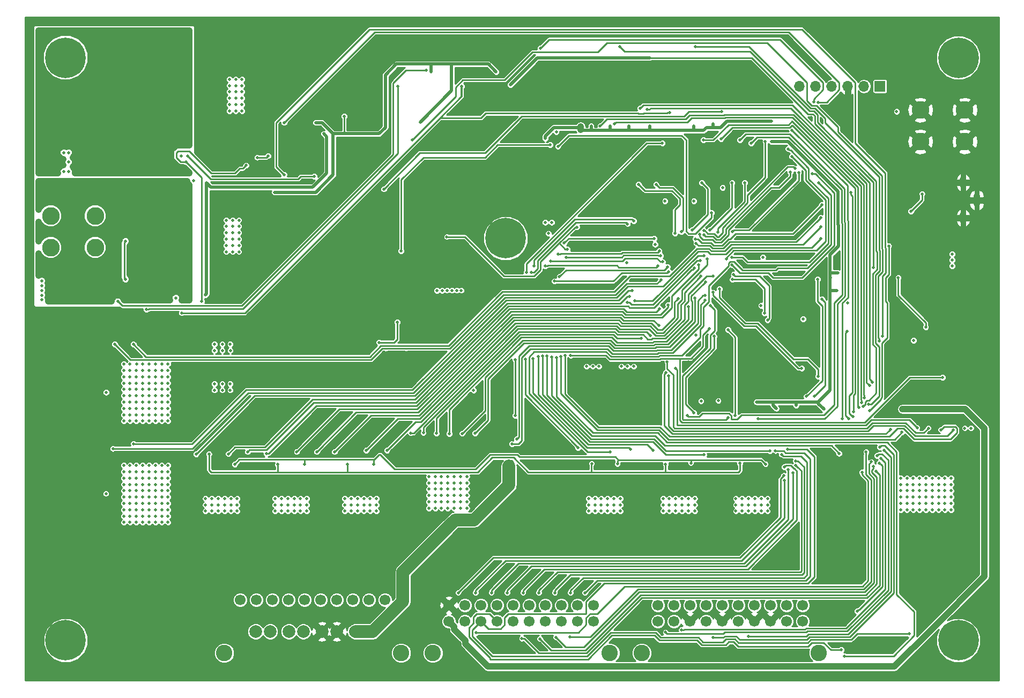
<source format=gbr>
G04 #@! TF.FileFunction,Copper,L4,Bot,Signal*
%FSLAX46Y46*%
G04 Gerber Fmt 4.6, Leading zero omitted, Abs format (unit mm)*
G04 Created by KiCad (PCBNEW 4.0.7) date 01/15/18 18:20:14*
%MOMM*%
%LPD*%
G01*
G04 APERTURE LIST*
%ADD10C,0.100000*%
%ADD11R,1.700000X1.700000*%
%ADD12O,1.700000X1.700000*%
%ADD13C,2.800000*%
%ADD14C,6.400000*%
%ADD15C,0.800000*%
%ADD16C,1.700000*%
%ADD17C,2.600000*%
%ADD18R,2.400000X3.200000*%
%ADD19C,0.600000*%
%ADD20R,3.200000X2.400000*%
%ADD21C,2.000000*%
%ADD22O,1.100000X1.800000*%
%ADD23O,1.100000X2.200000*%
%ADD24C,0.500000*%
%ADD25C,0.250000*%
%ADD26C,0.500000*%
%ADD27C,1.000000*%
%ADD28C,2.000000*%
%ADD29C,0.254000*%
G04 APERTURE END LIST*
D10*
D11*
X128620000Y87500000D03*
D12*
X126080000Y87500000D03*
X123540000Y87500000D03*
X121000000Y87500000D03*
X118460000Y87500000D03*
X115920000Y87500000D03*
D13*
X-2000000Y81000000D03*
X5000000Y81000000D03*
X-2000000Y86000000D03*
X5000000Y86000000D03*
X-2320000Y62020000D03*
X4680000Y62020000D03*
X-2320000Y67020000D03*
X4680000Y67020000D03*
X135000000Y78750000D03*
X142000000Y78750000D03*
X135000000Y83750000D03*
X142000000Y83750000D03*
D14*
X141000000Y0D03*
D15*
X143400000Y0D03*
X142697056Y-1697056D03*
X141000000Y-2400000D03*
X139302944Y-1697056D03*
X138600000Y0D03*
X139302944Y1697056D03*
X141000000Y2400000D03*
X142697056Y1697056D03*
D14*
X141000000Y92000000D03*
D15*
X143400000Y92000000D03*
X142697056Y90302944D03*
X141000000Y89600000D03*
X139302944Y90302944D03*
X138600000Y92000000D03*
X139302944Y93697056D03*
X141000000Y94400000D03*
X142697056Y93697056D03*
D14*
X69500000Y63500000D03*
D15*
X71900000Y63500000D03*
X71197056Y61802944D03*
X69500000Y61100000D03*
X67802944Y61802944D03*
X67100000Y63500000D03*
X67802944Y65197056D03*
X69500000Y65900000D03*
X71197056Y65197056D03*
D14*
X0Y0D03*
D15*
X2400000Y0D03*
X1697056Y-1697056D03*
X0Y-2400000D03*
X-1697056Y-1697056D03*
X-2400000Y0D03*
X-1697056Y1697056D03*
X0Y2400000D03*
X1697056Y1697056D03*
D14*
X0Y92000000D03*
D15*
X2400000Y92000000D03*
X1697056Y90302944D03*
X0Y89600000D03*
X-1697056Y90302944D03*
X-2400000Y92000000D03*
X-1697056Y93697056D03*
X0Y94400000D03*
X1697056Y93697056D03*
D16*
X93540000Y5540000D03*
X96080000Y5540000D03*
X98620000Y5540000D03*
X101160000Y5540000D03*
X103700000Y5540000D03*
X106240000Y5540000D03*
X108780000Y5540000D03*
X111320000Y5540000D03*
X113860000Y5540000D03*
X116400000Y5540000D03*
D17*
X91000000Y-2000000D03*
X118940000Y-2000000D03*
D16*
X93540000Y3000000D03*
X96080000Y3000000D03*
X98620000Y3000000D03*
X101160000Y3000000D03*
X103700000Y3000000D03*
X106240000Y3000000D03*
X108780000Y3000000D03*
X111320000Y3000000D03*
X113860000Y3000000D03*
X116400000Y3000000D03*
X60540000Y5540000D03*
X63080000Y5540000D03*
X65620000Y5540000D03*
X68160000Y5540000D03*
X70700000Y5540000D03*
X73240000Y5540000D03*
X75780000Y5540000D03*
X78320000Y5540000D03*
X80860000Y5540000D03*
X83400000Y5540000D03*
D17*
X58000000Y-2000000D03*
X85940000Y-2000000D03*
D16*
X60540000Y3000000D03*
X63080000Y3000000D03*
X65620000Y3000000D03*
X68160000Y3000000D03*
X70700000Y3000000D03*
X73240000Y3000000D03*
X75780000Y3000000D03*
X78320000Y3000000D03*
X80860000Y3000000D03*
X83400000Y3000000D03*
D18*
X52155000Y44134000D03*
D19*
X51555000Y45334000D03*
X51555000Y44534000D03*
X52755000Y44534000D03*
X52755000Y45334000D03*
X51555000Y42934000D03*
X51555000Y43734000D03*
X52755000Y43734000D03*
X52755000Y42934000D03*
D20*
X123050000Y21100000D03*
D19*
X124250000Y21700000D03*
X123450000Y21700000D03*
X123450000Y20500000D03*
X124250000Y20500000D03*
X121850000Y21700000D03*
X122650000Y21700000D03*
X122650000Y20500000D03*
X121850000Y20500000D03*
D16*
X27600000Y6360000D03*
X30140000Y6360000D03*
X32680000Y6360000D03*
X35220000Y6360000D03*
X37760000Y6360000D03*
X40300000Y6360000D03*
X42840000Y6360000D03*
X45380000Y6360000D03*
X47920000Y6360000D03*
X50460000Y6360000D03*
D21*
X30005000Y1360000D03*
X32305000Y1360000D03*
X35255000Y1360000D03*
X37555000Y1360000D03*
X40505000Y1360000D03*
X42805000Y1360000D03*
X45755000Y1360000D03*
X48055000Y1360000D03*
D17*
X25060000Y-2000000D03*
X53000000Y-2000000D03*
D22*
X141750000Y66700000D03*
X141750000Y72300000D03*
D23*
X143900000Y69500000D03*
D24*
X123500000Y53250000D03*
X131500000Y57250000D03*
X135839377Y49477117D03*
X88644606Y59655198D03*
X103074000Y37825010D03*
X99538375Y48205877D03*
X110146000Y60496000D03*
X109827403Y52864000D03*
X131250000Y83500000D03*
X93128000Y62528000D03*
X87750000Y43250000D03*
X88750000Y43250000D03*
X89750000Y43250000D03*
X100355360Y37776000D03*
X116500000Y50750000D03*
X103750000Y71500000D03*
X94664000Y69374000D03*
X99236000Y69374000D03*
X32000000Y76500000D03*
X30255001Y76244999D03*
X22075010Y54507995D03*
X127575010Y58843413D03*
X70250000Y87750000D03*
X22250000Y72250000D03*
X92250000Y92000000D03*
X40750000Y80000000D03*
X33000000Y70750000D03*
X44000000Y82750000D03*
X102272700Y81583219D03*
X122000000Y58000000D03*
X121855934Y55194000D03*
X60971957Y87000000D03*
X119750000Y36500000D03*
X115360514Y37099799D03*
X55993788Y81788942D03*
X57750000Y89750000D03*
X68000000Y89750000D03*
X81343000Y81157000D03*
X42251750Y75717066D03*
X39500000Y81750000D03*
X86016000Y81234000D03*
X83000000Y81250000D03*
X75750000Y79250000D03*
X112244066Y36603274D03*
X99224000Y81224000D03*
X92250000Y81250000D03*
X89000000Y81250000D03*
X111500000Y82000000D03*
X111500000Y78750000D03*
X109122000Y37628000D03*
X139999341Y59122820D03*
X139994557Y60992461D03*
X140000000Y60050000D03*
X62500000Y55250000D03*
X58646928Y55220731D03*
X59468325Y55239752D03*
X60230823Y55254749D03*
X61000000Y55250000D03*
X61800000Y55250000D03*
X84250000Y43250000D03*
X83250000Y43250000D03*
X82250000Y43250000D03*
X64446000Y39446000D03*
X133935000Y47340000D03*
X90500000Y72000000D03*
X96224000Y64276000D03*
X97250000Y64500000D03*
X93250000Y72000000D03*
X127441048Y40772335D03*
X129293640Y29974979D03*
X107849809Y650022D03*
X90750000Y84000000D03*
X126973574Y40223561D03*
X128586830Y30495260D03*
X91869089Y83805901D03*
X102250000Y424990D03*
X49484463Y47049990D03*
X52369000Y50241000D03*
X97285170Y1612434D03*
X128750000Y28750000D03*
X128151263Y29162937D03*
X94750000Y1250000D03*
X76500000Y78250000D03*
X53000000Y61500000D03*
X26369000Y61353000D03*
X27369000Y61353000D03*
X25369000Y61353000D03*
X25369000Y62353000D03*
X27369000Y62353000D03*
X26369000Y62353000D03*
X26369000Y63353000D03*
X27369000Y63353000D03*
X27369000Y64353000D03*
X26369000Y64353000D03*
X25369000Y64353000D03*
X25369000Y63353000D03*
X26369000Y66353000D03*
X26369000Y65353000D03*
X25369000Y66353000D03*
X27369000Y66353000D03*
X25369000Y65353000D03*
X27369000Y65353000D03*
X25869000Y85603000D03*
X26869000Y83603000D03*
X25869000Y84603000D03*
X25869000Y83603000D03*
X27869000Y88603000D03*
X26869000Y88603000D03*
X26869000Y87603000D03*
X27869000Y86603000D03*
X27869000Y87603000D03*
X25869000Y88603000D03*
X25869000Y86603000D03*
X25869000Y87603000D03*
X26869000Y86603000D03*
X26869000Y84603000D03*
X27869000Y85603000D03*
X26869000Y85603000D03*
X27869000Y83603000D03*
X27869000Y84603000D03*
X143000000Y33500000D03*
X142000000Y33500000D03*
X76243225Y64246015D03*
X75750000Y66000000D03*
X76750000Y66000000D03*
X23500000Y40500000D03*
X24750000Y40500000D03*
X26000000Y40500000D03*
X26000000Y39500000D03*
X24750000Y39500000D03*
X23500000Y39500000D03*
X24744065Y45737559D03*
X26016826Y45767060D03*
X23500000Y45750000D03*
X26000000Y46750000D03*
X24750000Y46750000D03*
X23500000Y46750000D03*
X16181000Y43649869D03*
X10178235Y43629834D03*
X6374490Y23159642D03*
X6410000Y39160000D03*
X59369000Y24853000D03*
X60369000Y25853000D03*
X59369000Y25853000D03*
X60369000Y24853000D03*
X57369000Y24853000D03*
X58369000Y25853000D03*
X57369000Y25853000D03*
X58369000Y24853000D03*
X61369000Y24853000D03*
X63369000Y24853000D03*
X63369000Y25853000D03*
X62369000Y24853000D03*
X61369000Y25853000D03*
X62369000Y25853000D03*
X62369000Y21853000D03*
X63369000Y22853000D03*
X62369000Y23853000D03*
X62369000Y22853000D03*
X63369000Y23853000D03*
X63369000Y21853000D03*
X59369000Y22853000D03*
X58369000Y23853000D03*
X57369000Y22853000D03*
X59369000Y23853000D03*
X57369000Y23853000D03*
X58369000Y22853000D03*
X59369000Y21853000D03*
X58369000Y20853000D03*
X59369000Y20853000D03*
X57369000Y20853000D03*
X58369000Y21853000D03*
X57369000Y21853000D03*
X61369000Y22853000D03*
X60369000Y22853000D03*
X60369000Y20853000D03*
X61369000Y23853000D03*
X60369000Y23853000D03*
X60369000Y21853000D03*
X62369000Y20853000D03*
X63369000Y20853000D03*
X61369000Y20853000D03*
X61369000Y21853000D03*
X137869000Y21603000D03*
X138869000Y21603000D03*
X139869000Y20603000D03*
X139869000Y21603000D03*
X139869000Y22603000D03*
X138869000Y25603000D03*
X137869000Y24603000D03*
X137869000Y25603000D03*
X137869000Y23603000D03*
X137869000Y22603000D03*
X137869000Y20603000D03*
X138869000Y20603000D03*
X139869000Y25603000D03*
X139869000Y24603000D03*
X138869000Y24603000D03*
X138869000Y23603000D03*
X139869000Y23603000D03*
X138869000Y22603000D03*
X134869000Y21603000D03*
X135869000Y21603000D03*
X136869000Y20603000D03*
X136869000Y21603000D03*
X136869000Y22603000D03*
X135869000Y25603000D03*
X134869000Y24603000D03*
X134869000Y25603000D03*
X134869000Y23603000D03*
X134869000Y22603000D03*
X134869000Y20603000D03*
X135869000Y20603000D03*
X136869000Y25603000D03*
X136869000Y24603000D03*
X135869000Y24603000D03*
X135869000Y23603000D03*
X136869000Y23603000D03*
X135869000Y22603000D03*
X131869000Y21603000D03*
X132869000Y21603000D03*
X133869000Y20603000D03*
X133869000Y21603000D03*
X133869000Y22603000D03*
X132869000Y25603000D03*
X131869000Y24603000D03*
X131869000Y25603000D03*
X131869000Y23603000D03*
X131869000Y22603000D03*
X131869000Y20603000D03*
X132869000Y20603000D03*
X133869000Y25603000D03*
X133869000Y24603000D03*
X132869000Y24603000D03*
X132869000Y23603000D03*
X133869000Y23603000D03*
X132869000Y22603000D03*
X11202761Y43649869D03*
X15181000Y43649869D03*
X12181000Y43649869D03*
X14181000Y43649869D03*
X13181000Y43649869D03*
X110853000Y20381000D03*
X109853000Y20381000D03*
X108853000Y20381000D03*
X107853000Y20381000D03*
X106853000Y20381000D03*
X105853000Y20381000D03*
X105853000Y22381000D03*
X105853000Y21381000D03*
X106853000Y21381000D03*
X106853000Y22381000D03*
X107853000Y21381000D03*
X108853000Y22381000D03*
X108853000Y21381000D03*
X107853000Y22381000D03*
X109853000Y21381000D03*
X110853000Y22381000D03*
X109853000Y22381000D03*
X110853000Y21381000D03*
X99353000Y20381000D03*
X98353000Y20381000D03*
X97353000Y20381000D03*
X96353000Y20381000D03*
X95353000Y20381000D03*
X94353000Y20381000D03*
X94353000Y22381000D03*
X94353000Y21381000D03*
X95353000Y21381000D03*
X95353000Y22381000D03*
X96353000Y21381000D03*
X97353000Y22381000D03*
X97353000Y21381000D03*
X96353000Y22381000D03*
X98353000Y21381000D03*
X99353000Y22381000D03*
X98353000Y22381000D03*
X99353000Y21381000D03*
X87603000Y20381000D03*
X86603000Y20381000D03*
X85603000Y20381000D03*
X84603000Y20381000D03*
X83603000Y20381000D03*
X82603000Y20381000D03*
X82603000Y22381000D03*
X82603000Y21381000D03*
X83603000Y21381000D03*
X83603000Y22381000D03*
X84603000Y21381000D03*
X85603000Y22381000D03*
X85603000Y21381000D03*
X84603000Y22381000D03*
X86603000Y21381000D03*
X87603000Y22381000D03*
X86603000Y22381000D03*
X87603000Y21381000D03*
X45103000Y22381000D03*
X44103000Y22381000D03*
X46103000Y22381000D03*
X46103000Y21381000D03*
X45103000Y21381000D03*
X45103000Y20381000D03*
X44103000Y20381000D03*
X46103000Y20381000D03*
X44103000Y21381000D03*
X48103000Y22381000D03*
X47103000Y22381000D03*
X49103000Y22381000D03*
X49103000Y21381000D03*
X48103000Y21381000D03*
X47103000Y20381000D03*
X48103000Y20381000D03*
X47103000Y21381000D03*
X49103000Y20381000D03*
X34103000Y22381000D03*
X33103000Y22381000D03*
X35103000Y22381000D03*
X35103000Y21381000D03*
X34103000Y21381000D03*
X34103000Y20381000D03*
X33103000Y20381000D03*
X35103000Y20381000D03*
X33103000Y21381000D03*
X37103000Y22381000D03*
X36103000Y22381000D03*
X38103000Y22381000D03*
X38103000Y21381000D03*
X37103000Y21381000D03*
X36103000Y20381000D03*
X37103000Y20381000D03*
X36103000Y21381000D03*
X38103000Y20381000D03*
X77500000Y80250000D03*
X22103000Y20381000D03*
X23103000Y20381000D03*
X24103000Y20381000D03*
X25103000Y20381000D03*
X26103000Y20381000D03*
X26103000Y21381000D03*
X25103000Y21381000D03*
X24103000Y21381000D03*
X23103000Y21381000D03*
X22103000Y21381000D03*
X22103000Y22381000D03*
X23103000Y22381000D03*
X24103000Y22381000D03*
X25103000Y22381000D03*
X26103000Y22381000D03*
X27103000Y22381000D03*
X27103000Y21381000D03*
X27103000Y20381000D03*
X15181000Y41605000D03*
X16181000Y40605000D03*
X16181000Y41605000D03*
X14181000Y40605000D03*
X15181000Y40605000D03*
X13181000Y41605000D03*
X13181000Y40605000D03*
X14181000Y41605000D03*
X11181000Y42605000D03*
X10181000Y42605000D03*
X9181000Y43605000D03*
X9181000Y42605000D03*
X11181000Y40605000D03*
X11181000Y41605000D03*
X10181000Y40605000D03*
X10181000Y41605000D03*
X9181000Y39605000D03*
X9181000Y41605000D03*
X9181000Y40605000D03*
X12181000Y41605000D03*
X12181000Y40605000D03*
X14181000Y42605000D03*
X13181000Y42605000D03*
X12181000Y42605000D03*
X16181000Y42605000D03*
X15181000Y42605000D03*
X14181000Y35605000D03*
X14181000Y36605000D03*
X13181000Y36605000D03*
X12181000Y36605000D03*
X10181000Y34605000D03*
X10181000Y35605000D03*
X11181000Y34605000D03*
X11181000Y35605000D03*
X9181000Y35605000D03*
X9181000Y34605000D03*
X10181000Y36605000D03*
X9181000Y36605000D03*
X11181000Y36605000D03*
X9181000Y37605000D03*
X9181000Y38605000D03*
X11181000Y37605000D03*
X10181000Y38605000D03*
X11181000Y38605000D03*
X12181000Y39605000D03*
X10181000Y37605000D03*
X10181000Y39605000D03*
X11181000Y39605000D03*
X16181000Y38605000D03*
X15181000Y39605000D03*
X16181000Y39605000D03*
X14181000Y37605000D03*
X15181000Y37605000D03*
X16181000Y37605000D03*
X14181000Y38605000D03*
X15181000Y38605000D03*
X15181000Y34605000D03*
X15181000Y35605000D03*
X16181000Y35605000D03*
X16181000Y36605000D03*
X16181000Y34605000D03*
X15181000Y36605000D03*
X12181000Y34605000D03*
X12181000Y35605000D03*
X13181000Y34605000D03*
X14181000Y34605000D03*
X13181000Y35605000D03*
X12181000Y37605000D03*
X13181000Y37605000D03*
X14181000Y39605000D03*
X12181000Y38605000D03*
X13181000Y39605000D03*
X13181000Y38605000D03*
X16181000Y18603000D03*
X15181000Y18603000D03*
X14181000Y18603000D03*
X13181000Y18603000D03*
X12181000Y18603000D03*
X11181000Y18603000D03*
X10181000Y18603000D03*
X9181000Y18603000D03*
X16181000Y19603000D03*
X15181000Y19603000D03*
X14181000Y19603000D03*
X13181000Y19603000D03*
X12181000Y19603000D03*
X11181000Y19603000D03*
X10181000Y19603000D03*
X9181000Y19603000D03*
X16181000Y20603000D03*
X15181000Y20603000D03*
X14181000Y20603000D03*
X13181000Y20603000D03*
X12181000Y20603000D03*
X11181000Y20603000D03*
X10181000Y20603000D03*
X9181000Y20603000D03*
X16181000Y21603000D03*
X15181000Y21603000D03*
X14181000Y21603000D03*
X13181000Y21603000D03*
X12181000Y21603000D03*
X11181000Y21603000D03*
X10181000Y21603000D03*
X9181000Y21603000D03*
X16181000Y22603000D03*
X15181000Y22603000D03*
X14181000Y22603000D03*
X13181000Y22603000D03*
X12181000Y22603000D03*
X11181000Y22603000D03*
X10181000Y22603000D03*
X9181000Y22603000D03*
X16181000Y23603000D03*
X15181000Y23603000D03*
X14181000Y23603000D03*
X13181000Y23603000D03*
X12181000Y23603000D03*
X11181000Y23603000D03*
X10181000Y23603000D03*
X9181000Y23603000D03*
X16181000Y24603000D03*
X15181000Y24603000D03*
X14181000Y24603000D03*
X13181000Y24603000D03*
X12181000Y24603000D03*
X11181000Y24603000D03*
X10181000Y24603000D03*
X9181000Y24603000D03*
X16181000Y25603000D03*
X15181000Y25603000D03*
X14181000Y25603000D03*
X13181000Y25603000D03*
X12181000Y25603000D03*
X11181000Y25603000D03*
X10181000Y25603000D03*
X9181000Y25603000D03*
X16181000Y26603000D03*
X15181000Y26603000D03*
X14181000Y26603000D03*
X13181000Y26603000D03*
X12181000Y26603000D03*
X11181000Y26603000D03*
X10181000Y26603000D03*
X9181000Y26603000D03*
X16181000Y27603000D03*
X15181000Y27603000D03*
X14181000Y27603000D03*
X13181000Y27603000D03*
X12181000Y27603000D03*
X11181000Y27603000D03*
X10181000Y27603000D03*
X9181000Y27603000D03*
X7250000Y82250000D03*
X8250000Y82250000D03*
X9250000Y82250000D03*
X10250000Y82250000D03*
X11250000Y82250000D03*
X12250000Y82250000D03*
X12250000Y83250000D03*
X11250000Y83250000D03*
X10250000Y83250000D03*
X10250000Y83250000D03*
X9244591Y83255409D03*
X8244591Y83255409D03*
X7244591Y83255409D03*
X7244591Y84258467D03*
X7244591Y85237532D03*
X7244591Y86230195D03*
X7250000Y87250000D03*
X7250000Y88250000D03*
X7250000Y90250000D03*
X7250000Y89250000D03*
X9242226Y90240761D03*
X8250000Y89250000D03*
X8250000Y90250000D03*
X9250000Y89250000D03*
X10250000Y89250000D03*
X10250000Y90250000D03*
X11250000Y90250000D03*
X11250000Y89250000D03*
X12250000Y89250000D03*
X12250000Y90250000D03*
X12404090Y84717664D03*
X11404090Y84717664D03*
X10404090Y84717664D03*
X9404090Y84717664D03*
X12404090Y85717664D03*
X11404090Y85717664D03*
X10404090Y85717664D03*
X9404090Y85717664D03*
X12404090Y86717664D03*
X11404090Y86717664D03*
X10404090Y86717664D03*
X9404090Y86717664D03*
X12404090Y87717664D03*
X11404090Y87717664D03*
X10404090Y87717664D03*
X9404090Y87717664D03*
X12750000Y52249162D03*
X52500000Y87500000D03*
X8250000Y53500000D03*
X57000000Y90000000D03*
X89503107Y55205645D03*
X7480000Y30270000D03*
X94001898Y56940277D03*
X7750000Y46750000D03*
X129039983Y48021319D03*
X34500000Y73500000D03*
X103633724Y83474979D03*
X50250000Y71250000D03*
X39250000Y73250000D03*
X19250000Y76500000D03*
X105745915Y35508161D03*
X104617631Y49018559D03*
X83082437Y27906517D03*
X106507995Y27924990D03*
X33500000Y27750000D03*
X44500000Y27750000D03*
X94750000Y27807002D03*
X22643000Y29393000D03*
X118967346Y72250988D03*
X86000000Y29763591D03*
X98344535Y52657723D03*
X60616000Y32634000D03*
X92340948Y48103004D03*
X54520000Y32730000D03*
X102276794Y57525019D03*
X56500000Y32750000D03*
X99384087Y54056441D03*
X64680000Y32680000D03*
X90932991Y47674880D03*
X58584000Y32666000D03*
X101095203Y56567074D03*
X62648000Y32648000D03*
X119257996Y63425045D03*
X10750000Y31000000D03*
X119253663Y65255706D03*
X10750000Y46731143D03*
X89029218Y54300371D03*
X20611000Y29389000D03*
X119424990Y68750000D03*
X99447694Y63384507D03*
X99324979Y58750031D03*
X25706431Y29437526D03*
X31708194Y29475392D03*
X95160967Y52961369D03*
X99578270Y62696781D03*
X36500000Y29763591D03*
X119250000Y66750000D03*
X100000000Y59250000D03*
X96727967Y53978166D03*
X42500000Y29763591D03*
X100784907Y64699142D03*
X101322779Y60199387D03*
X110500000Y78750000D03*
X47500000Y30000000D03*
X93806701Y52357103D03*
X28750000Y29763591D03*
X99250000Y35916044D03*
X110523894Y27828474D03*
X102460361Y47992359D03*
X37750000Y27750000D03*
X48678000Y27822000D03*
X87154426Y27833803D03*
X98750000Y28000000D03*
X26707000Y27793000D03*
X39661000Y29763591D03*
X93698958Y49675919D03*
X100345118Y57469568D03*
X50750000Y30000000D03*
X73774983Y44452769D03*
X73974979Y59081744D03*
X89750000Y66250000D03*
X89191000Y30191000D03*
X72605637Y44418975D03*
X80934173Y30434173D03*
X73525944Y58075010D03*
X88750000Y65750000D03*
X104599421Y35168643D03*
X101847331Y52871733D03*
X109389255Y34975087D03*
X106500000Y79000000D03*
X74639495Y44813719D03*
X93511327Y59088713D03*
X75772668Y59108677D03*
X92747000Y29997000D03*
X98162877Y35466033D03*
X108250000Y78500000D03*
X123689468Y34975087D03*
X123430101Y48751265D03*
X122636095Y34975087D03*
X114722180Y80532578D03*
X76032523Y44924636D03*
X111242095Y29924990D03*
X77750000Y61000000D03*
X93750000Y61500000D03*
X75332633Y44911575D03*
X94294606Y59760924D03*
X100817997Y29274913D03*
X76598570Y59911757D03*
X76738686Y44739072D03*
X122174990Y29507995D03*
X78759880Y62740128D03*
X92964000Y63464000D03*
X95004454Y43924990D03*
X136250000Y33500000D03*
X130259350Y33324957D03*
X94765262Y42255020D03*
X77194872Y56703825D03*
X78200190Y44825016D03*
X95204257Y58176675D03*
X132093406Y32843406D03*
X140174990Y33174990D03*
X95250000Y41750000D03*
X134475030Y33557480D03*
X96296673Y42917378D03*
X77997105Y57410725D03*
X78877532Y45001721D03*
X95037208Y58967208D03*
X138250000Y33250000D03*
X105500000Y57750000D03*
X110853704Y50560288D03*
X105286000Y56964000D03*
X110402413Y51647989D03*
X105275021Y64502453D03*
X115774967Y73862661D03*
X104360108Y60201018D03*
X114666369Y76416369D03*
X118864637Y84958089D03*
X34500000Y81750000D03*
X118825010Y41663908D03*
X103250000Y55500000D03*
X116258610Y42953302D03*
X102285090Y54924990D03*
X71005614Y44336747D03*
X71006331Y35500000D03*
X72749948Y58075010D03*
X94250000Y78500000D03*
X101026681Y53715272D03*
X70500000Y31000000D03*
X101025021Y54432850D03*
X71250000Y31750000D03*
X128475032Y47285251D03*
X54750000Y79000000D03*
X105253413Y60496587D03*
X75000000Y93500000D03*
X114104772Y77614377D03*
X118164766Y85028818D03*
X9500000Y63000000D03*
X9500000Y57000000D03*
X18374405Y51694211D03*
X62531594Y87468406D03*
X95398822Y83325010D03*
X115217930Y74488187D03*
X100795332Y60743696D03*
X100848092Y63984560D03*
X89889633Y53575010D03*
X114449099Y73961513D03*
X88678662Y53373546D03*
X100259561Y59966982D03*
X100156594Y64093406D03*
X101647949Y49221864D03*
X79750000Y45000000D03*
X138475000Y41500000D03*
X60215000Y63715000D03*
X80750000Y65250000D03*
X79250000Y61750000D03*
X70500000Y26750000D03*
X70499692Y28247392D03*
X69750000Y28250000D03*
X69750000Y26750000D03*
X70500000Y27500000D03*
X69750000Y27500000D03*
X137000000Y46850000D03*
X134750000Y45750000D03*
X143250000Y54250000D03*
X22888417Y77791963D03*
X27870000Y73750000D03*
X37000000Y72250000D03*
X5500000Y-3500000D03*
X5500000Y-2750000D03*
X5500000Y-2000000D03*
X5500000Y-1250000D03*
X5500000Y-500000D03*
X-3750000Y53750000D03*
X-3750000Y54500000D03*
X-3750000Y55250000D03*
X-3750000Y56000000D03*
X-3750000Y56750000D03*
X125775000Y10725000D03*
X125750000Y10000000D03*
X89245712Y61813842D03*
X126174880Y21500000D03*
X126174880Y23762948D03*
X126174880Y24514950D03*
X126174880Y20000000D03*
X126174880Y23012948D03*
X126174880Y22262948D03*
X126174880Y20750000D03*
X104984254Y-1009918D03*
X126250000Y0D03*
X131000000Y-750000D03*
X136500000Y-2000000D03*
X109117446Y46734725D03*
X106999852Y46000000D03*
X103985244Y45951569D03*
X111167467Y45749690D03*
X112750000Y60750000D03*
X121750000Y60750000D03*
X118750000Y46000000D03*
X112758000Y58025021D03*
X112750000Y63500000D03*
X112698212Y70374225D03*
X112679388Y65300901D03*
X112750000Y52500000D03*
X112250000Y25750000D03*
X100610965Y25571238D03*
X88902903Y25510109D03*
X50447728Y25547196D03*
X39383607Y25501739D03*
X28483311Y25535797D03*
X116250000Y46000000D03*
X-250000Y77000000D03*
X-250000Y74000000D03*
X500000Y74000000D03*
X500000Y75500000D03*
X500000Y77000000D03*
X95000000Y-1000000D03*
X92500000Y125000D03*
X140014986Y41987317D03*
X-5750000Y66000000D03*
X-5750000Y56000000D03*
X-5750000Y46000000D03*
X-5750000Y36000000D03*
X-5750000Y26000000D03*
X-5750000Y16000000D03*
X-5750000Y6000000D03*
X-5750000Y-5750000D03*
X8000000Y-5750000D03*
X18000000Y-5750000D03*
X28000000Y-5750000D03*
X38000000Y-5750000D03*
X48000000Y-5750000D03*
X58000000Y-5750000D03*
X68000000Y-5750000D03*
X78000000Y-5750000D03*
X88000000Y-5750000D03*
X98000000Y-5750000D03*
X108000000Y-5750000D03*
X118000000Y-5750000D03*
X128000000Y-5750000D03*
X138000000Y-5750000D03*
X146750000Y-5750000D03*
X146750000Y1000000D03*
X146750000Y11000000D03*
X146750000Y21000000D03*
X146750000Y31000000D03*
X146750000Y41000000D03*
X146750000Y48500000D03*
X146750000Y58500000D03*
X146750000Y68500000D03*
X146750000Y78500000D03*
X146750000Y88500000D03*
X146750000Y97750000D03*
X135500000Y97750000D03*
X125500000Y97750000D03*
X115500000Y97750000D03*
X105500000Y97750000D03*
X95500000Y97750000D03*
X85500000Y97750000D03*
X75500000Y97750000D03*
X65500000Y97750000D03*
X55500000Y97750000D03*
X45500000Y97750000D03*
X35500000Y97750000D03*
X25500000Y97750000D03*
X15492567Y97742567D03*
X5492567Y97742567D03*
X-5757433Y97742567D03*
X-5757433Y88492567D03*
X-5757433Y78499797D03*
X47788000Y62250000D03*
X47750000Y63250000D03*
X48750000Y63250000D03*
X48750000Y62250000D03*
X51000000Y40250000D03*
X52000000Y40250000D03*
X53000000Y40250000D03*
X53000000Y41000000D03*
X52000000Y41000000D03*
X51000000Y41000000D03*
X75000000Y30500000D03*
X70000000Y29924000D03*
X73217500Y28206500D03*
X72392500Y28206500D03*
X72392500Y29531500D03*
X73217500Y29531500D03*
X13000000Y47000000D03*
X13000000Y46000000D03*
X94250000Y53000000D03*
X19250000Y14500000D03*
X18250000Y14500000D03*
X17000000Y14500000D03*
X15500000Y14500000D03*
X14250000Y14500000D03*
X13000000Y14500000D03*
X11500000Y14500000D03*
X10250000Y14500000D03*
X9000000Y14500000D03*
X51000000Y49750000D03*
X51000000Y48750000D03*
X51000000Y47750000D03*
X50000000Y47750000D03*
X49000000Y47750000D03*
X48000000Y47750000D03*
X47000000Y47750000D03*
X46000000Y47750000D03*
X46000000Y48750000D03*
X47000000Y48750000D03*
X48000000Y48750000D03*
X49000000Y48750000D03*
X50000000Y48750000D03*
X50000000Y49750000D03*
X49000000Y49750000D03*
X48000000Y49750000D03*
X47000000Y49750000D03*
X46000000Y49750000D03*
X119750000Y24500000D03*
X125250000Y22250000D03*
X125250000Y21500000D03*
X125250000Y20750000D03*
X125250000Y20000000D03*
X119750000Y23750000D03*
X119750000Y23000000D03*
X119750000Y22250000D03*
X119750000Y21500000D03*
X119750000Y20750000D03*
X119750000Y20000000D03*
X64680000Y25663752D03*
X120750000Y20000000D03*
X120750000Y20750000D03*
X120750000Y21500000D03*
X120750000Y22250000D03*
X59596532Y29548268D03*
X140366802Y26503849D03*
X135282809Y29678833D03*
X31250000Y51500000D03*
X32750000Y51500000D03*
X32739629Y50499042D03*
X34112219Y51524347D03*
X34099057Y50514842D03*
X31250000Y50500000D03*
X115488808Y17004481D03*
X114500000Y17000000D03*
X79250000Y15500000D03*
X79250000Y16500000D03*
X91000000Y15500000D03*
X91000000Y16500000D03*
X142750000Y9500000D03*
X141750000Y9500000D03*
X138000000Y9500000D03*
X137000000Y9500000D03*
X133500000Y9750000D03*
X132500000Y9750000D03*
X99750000Y-1000000D03*
X62000000Y-500000D03*
X69767133Y-749872D03*
X72276325Y-740404D03*
X74738172Y-749872D03*
X77237895Y-759341D03*
X117725910Y82528774D03*
X123149322Y79959509D03*
X119364617Y81975030D03*
X61750000Y78000000D03*
X44750000Y78000000D03*
X66250000Y87750000D03*
X64531594Y8968406D03*
X69500000Y9000000D03*
X79250000Y19250000D03*
X78250000Y19250000D03*
X76750000Y19250000D03*
X75750000Y19250000D03*
X74250000Y19250000D03*
X73250000Y19250000D03*
X71750000Y19250000D03*
X70750000Y19250000D03*
X69250000Y19250000D03*
X68250000Y19250000D03*
X112432000Y72075010D03*
X82000000Y9000000D03*
X79500000Y9000000D03*
X77000000Y9000000D03*
X74500000Y9000000D03*
X72000000Y9000000D03*
X67000000Y9000000D03*
X62000000Y9000000D03*
X133000000Y42000000D03*
X34099057Y34764842D03*
X34112219Y35774347D03*
X59427500Y63139990D03*
X98385089Y43924990D03*
X76750000Y75500000D03*
X80757510Y64257510D03*
X81757510Y64257510D03*
X82757510Y64257510D03*
X83757510Y64257510D03*
X84740717Y64257510D03*
X130000000Y65625000D03*
X138086000Y61836000D03*
X6260000Y48740000D03*
X4228000Y48978000D03*
X9250000Y48500000D03*
X9250000Y32750000D03*
X6250000Y32500000D03*
X4250000Y33000000D03*
X32739629Y34749042D03*
X32750000Y35750000D03*
X31250000Y34750000D03*
X31250000Y35750000D03*
X69257970Y78944782D03*
X65794000Y83703000D03*
X68000000Y93850000D03*
X110132846Y59025021D03*
X112518419Y55174990D03*
X109000000Y85750000D03*
X89231358Y37983200D03*
X87497457Y37999952D03*
X86001806Y37997094D03*
X83000000Y38000000D03*
X84500000Y38000000D03*
X90162743Y95446213D03*
X23532000Y54275020D03*
X47560459Y74439541D03*
X73750000Y35500000D03*
X69560000Y34310000D03*
X86501862Y71568138D03*
X135690000Y64560000D03*
X133958500Y70541500D03*
X106156833Y72220020D03*
X108399315Y71945712D03*
X82968000Y72066000D03*
X92109732Y71972675D03*
X89064000Y72042000D03*
X94144000Y72054000D03*
X96176000Y72054000D03*
X99224000Y72026000D03*
X102272000Y72022000D03*
X104608000Y71750000D03*
X110400000Y72054000D03*
X89318000Y56889055D03*
X55126291Y41044633D03*
X19611000Y49685000D03*
X18250000Y76500000D03*
X20230000Y72579000D03*
X45000000Y84000000D03*
X31500000Y81500000D03*
X35557760Y78894001D03*
X35630000Y77370000D03*
X38000000Y76000000D03*
X47750000Y75750000D03*
X35327000Y29500000D03*
X46646000Y29354000D03*
X85127000Y27857000D03*
X96811000Y27811000D03*
X108500000Y27807002D03*
X98706406Y45519594D03*
X24675000Y29425000D03*
X95000000Y85500000D03*
X88000000Y86750000D03*
X86000000Y88500000D03*
X91000000Y90000000D03*
X98000000Y87500000D03*
X112706575Y66821020D03*
X112700138Y68602103D03*
X114202000Y46018000D03*
X62787000Y80106000D03*
X64819000Y92679000D03*
X73245588Y79896588D03*
X62533000Y72740000D03*
X61263000Y80106000D03*
X17436000Y54051000D03*
X107618000Y51364000D03*
X102284000Y69374000D03*
X96164000Y69374000D03*
X100736000Y69374000D03*
X126164640Y38290389D03*
X113421289Y25984477D03*
X62000000Y7500000D03*
X84429859Y81200010D03*
X125690127Y37536689D03*
X113500000Y25250000D03*
X64750000Y7500000D03*
X86662510Y81524302D03*
X114109884Y26981085D03*
X67250000Y7500000D03*
X114880376Y26468406D03*
X69750000Y7500000D03*
X113524562Y27365030D03*
X72250000Y7500000D03*
X115318454Y27635516D03*
X119450454Y53862734D03*
X74750000Y7500000D03*
X118250000Y38500000D03*
X115317780Y28335527D03*
X118750000Y57000000D03*
X77250000Y7500000D03*
X117000000Y38500000D03*
X113062671Y29342368D03*
X79750000Y7500000D03*
X112109624Y29932069D03*
X82000000Y7500000D03*
X102000000Y67500000D03*
X77750000Y78000000D03*
X101752451Y64775019D03*
X105250000Y72250000D03*
X103001919Y64447680D03*
X107250000Y72250000D03*
X98947792Y64789922D03*
X100500000Y72250000D03*
X124317960Y35283331D03*
X64825010Y1206660D03*
X125776554Y26510530D03*
X124046829Y70688071D03*
X72064656Y281663D03*
X127968158Y26679388D03*
X124437802Y36124614D03*
X103500000Y79174990D03*
X74930569Y224981D03*
X127559854Y27449333D03*
X125275021Y36750000D03*
X100750000Y79000000D03*
X125974979Y36897255D03*
X77424996Y474981D03*
X127266203Y28170609D03*
X87485444Y93714370D03*
X126424990Y29715198D03*
X79657503Y519189D03*
X126840910Y37302564D03*
X99475848Y93760183D03*
X135250000Y70500000D03*
X133500000Y67750000D03*
X105250000Y59250000D03*
X117910930Y73654720D03*
X137000000Y2250000D03*
X133741675Y36508325D03*
X132991675Y36508325D03*
X132162432Y36508325D03*
X11250000Y64500000D03*
X11250000Y63500000D03*
X12250000Y63500000D03*
X12250000Y64500000D03*
X13250000Y64500000D03*
X13250000Y63500000D03*
X14250000Y63500000D03*
X14250000Y64500000D03*
X10250000Y57000000D03*
X11250000Y56000000D03*
X11250000Y57000000D03*
X12250000Y57000000D03*
X12250000Y56000000D03*
X13250000Y56000000D03*
X13250000Y57000000D03*
X14250000Y57000000D03*
X14250000Y56000000D03*
X15250000Y56000000D03*
X15250000Y57000000D03*
X15250000Y58000000D03*
X15250000Y59000000D03*
X15250000Y60000000D03*
X15250000Y61000000D03*
X15250000Y62000000D03*
X15250000Y63000000D03*
X15250000Y64000000D03*
X15250000Y65000000D03*
X15250000Y66000000D03*
X15250000Y67000000D03*
X15250000Y68000000D03*
X15250000Y69000000D03*
X15250000Y70000000D03*
X15250000Y71000000D03*
X15250000Y72000000D03*
X14250000Y72000000D03*
X14250000Y71000000D03*
X13250000Y71000000D03*
X13250000Y72000000D03*
X12250000Y72000000D03*
X12250000Y71000000D03*
X11250000Y71000000D03*
X11250000Y72000000D03*
X10250000Y72000000D03*
X10250000Y71000000D03*
X10096352Y58454352D03*
X11096352Y58454352D03*
X12096352Y58454352D03*
X13096352Y58454352D03*
X13096352Y59454352D03*
X12096352Y59454352D03*
X11096352Y59454352D03*
X10096352Y59454352D03*
X10096352Y60454352D03*
X11096352Y60454352D03*
X12096352Y60454352D03*
X13096352Y60454352D03*
X13096352Y61454352D03*
X10096352Y61454352D03*
X12096352Y61454352D03*
X11096352Y61454352D03*
X13096352Y66654352D03*
X12096352Y66654352D03*
X11096352Y66654352D03*
X10096352Y66654352D03*
X13096352Y67654352D03*
X12096352Y67654352D03*
X11096352Y67654352D03*
X10096352Y67654352D03*
X13096352Y68654352D03*
X12096352Y68654352D03*
X11096352Y68654352D03*
X10096352Y68654352D03*
X13096352Y69654352D03*
X12096352Y69654352D03*
X11096352Y69654352D03*
X10096352Y69654352D03*
X127000000Y36250000D03*
X130000000Y62250000D03*
X128500000Y28000000D03*
X125000000Y4600000D03*
X79038479Y60500000D03*
X94000000Y60750000D03*
X77503319Y44614646D03*
X123000000Y-2500000D03*
X28500000Y75000000D03*
X19048000Y75548000D03*
X21500000Y53500000D03*
X122500000Y-1500000D03*
X133250000Y1000000D03*
X114000000Y30174990D03*
D25*
X135839377Y50160623D02*
X131500000Y54500000D01*
X131500000Y54500000D02*
X131500000Y57250000D01*
X135839377Y49477117D02*
X135839377Y50160623D01*
X31744999Y76244999D02*
X32000000Y76500000D01*
X30255001Y76244999D02*
X31744999Y76244999D01*
D26*
X40750000Y80000000D02*
X41250376Y79499624D01*
X41250376Y73750376D02*
X39049999Y71549999D01*
X22499999Y72000001D02*
X22250000Y72250000D01*
X41250376Y79499624D02*
X41250376Y73750376D01*
X39049999Y71549999D02*
X22950001Y71549999D01*
X22950001Y71549999D02*
X22499999Y72000001D01*
X22250000Y72250000D02*
X22250000Y54682985D01*
X22250000Y54682985D02*
X22075010Y54507995D01*
D25*
X118300911Y82804775D02*
X118300911Y81585499D01*
X108386410Y92000000D02*
X117282634Y83103775D01*
X127575010Y59196966D02*
X127575010Y58843413D01*
X127575010Y72311400D02*
X127575010Y59196966D01*
X118300911Y81585499D02*
X127575010Y72311400D01*
X92250000Y92000000D02*
X108386410Y92000000D01*
X117282634Y83103775D02*
X118001911Y83103775D01*
X118001911Y83103775D02*
X118300911Y82804775D01*
D26*
X74500000Y92000000D02*
X92250000Y92000000D01*
X70250000Y87750000D02*
X74500000Y92000000D01*
X39500000Y70750000D02*
X33000000Y70750000D01*
X42251750Y73501750D02*
X39500000Y70750000D01*
X42251750Y75717066D02*
X42251750Y73501750D01*
X44000000Y79998250D02*
X42251750Y79998250D01*
X49498250Y79998250D02*
X44000000Y79998250D01*
D25*
X44000000Y79998250D02*
X44000000Y82750000D01*
D26*
X101250000Y80979933D02*
X102237634Y80979933D01*
X102237634Y80979933D02*
X102265685Y81007984D01*
X102265685Y81007984D02*
X102265685Y81576204D01*
X102265685Y81576204D02*
X102272700Y81583219D01*
X109113724Y37621208D02*
X109120517Y37628001D01*
X109120517Y37628001D02*
X111750000Y37628001D01*
X111750000Y37628001D02*
X111744066Y37622067D01*
X111744066Y37622067D02*
X111744066Y37096340D01*
X111744066Y37096340D02*
X112250853Y36589553D01*
X115250000Y37628001D02*
X118878001Y37628001D01*
X114750000Y37628001D02*
X115250000Y37628001D01*
D25*
X115250000Y37628001D02*
X115347815Y37628001D01*
X115347815Y37628001D02*
X115357867Y37617949D01*
D26*
X115357867Y37617949D02*
X115357867Y37097992D01*
X115357867Y37097992D02*
X115371671Y37084188D01*
X121996794Y70871261D02*
X114118055Y78750000D01*
X120750000Y58000000D02*
X120750000Y60885729D01*
X121996795Y65664053D02*
X121996794Y70871261D01*
X111853553Y78750000D02*
X111500000Y78750000D01*
X120750000Y60885729D02*
X122083925Y62219654D01*
X122083925Y65576923D02*
X121996795Y65664053D01*
X122083925Y62219654D02*
X122083925Y65576923D01*
X114118055Y78750000D02*
X111853553Y78750000D01*
X120750000Y57250000D02*
X120750000Y58000000D01*
X120750000Y58000000D02*
X122000000Y58000000D01*
X120750000Y39500000D02*
X120750000Y55250000D01*
X120750000Y55250000D02*
X120750000Y57250000D01*
X121855934Y55194000D02*
X120806000Y55194000D01*
X120806000Y55194000D02*
X120750000Y55250000D01*
X118878001Y37628001D02*
X120750000Y39500000D01*
X60971957Y90778043D02*
X60971957Y87000000D01*
X60971957Y86767111D02*
X60971957Y87000000D01*
X57750000Y91000000D02*
X57750000Y89750000D01*
X119750000Y36500000D02*
X118878001Y37371999D01*
X118878001Y37371999D02*
X118878001Y37628001D01*
X103439281Y80979933D02*
X104459348Y82000000D01*
X104459348Y82000000D02*
X111146447Y82000000D01*
X101250000Y80979933D02*
X103439281Y80979933D01*
X111146447Y82000000D02*
X111500000Y82000000D01*
X120750000Y57250000D02*
X120762946Y57262946D01*
X81049999Y80950001D02*
X77096448Y80950001D01*
X81500000Y80500000D02*
X81049999Y80950001D01*
X75750000Y79603553D02*
X75750000Y79250000D01*
X77096448Y80950001D02*
X75750000Y79603553D01*
X89750000Y80500000D02*
X89000000Y80500000D01*
X89000000Y80500000D02*
X89000000Y81250000D01*
X60971957Y86767111D02*
X55993788Y81788942D01*
D25*
X60750000Y91000000D02*
X60971957Y90778043D01*
D26*
X60750000Y91000000D02*
X57750000Y91000000D01*
X66750000Y91000000D02*
X60750000Y91000000D01*
X57750000Y91000000D02*
X57000000Y91000000D01*
X57000000Y91000000D02*
X52250000Y91000000D01*
X50500000Y81000000D02*
X49498250Y79998250D01*
X50500000Y89250000D02*
X50500000Y81000000D01*
X52250000Y91000000D02*
X50500000Y89250000D01*
X68000000Y89750000D02*
X66750000Y91000000D01*
D27*
X81343000Y81157000D02*
X81343000Y80585208D01*
D26*
X81343000Y80585208D02*
X81428208Y80500000D01*
X81428208Y80500000D02*
X81500000Y80500000D01*
X83000000Y80500000D02*
X81500000Y80500000D01*
X42251750Y79998250D02*
X42251750Y76070619D01*
X40500000Y81750000D02*
X42251750Y79998250D01*
X39500000Y81750000D02*
X40500000Y81750000D01*
X42251750Y76070619D02*
X42251750Y75717066D01*
X89750000Y80500000D02*
X86000000Y80500000D01*
X86000000Y80500000D02*
X83000000Y80500000D01*
X86016000Y81234000D02*
X86016000Y80516000D01*
X86016000Y80516000D02*
X86000000Y80500000D01*
X83000000Y81250000D02*
X83000000Y80500000D01*
X111750000Y37628001D02*
X114750000Y37628001D01*
X100770067Y80500000D02*
X101250000Y80979933D01*
X99250000Y80500000D02*
X100770067Y80500000D01*
X99250000Y80500000D02*
X92250000Y80500000D01*
X99224000Y81224000D02*
X99224000Y80526000D01*
X99224000Y80526000D02*
X99250000Y80500000D01*
X92250000Y80500000D02*
X89750000Y80500000D01*
X92250000Y80500000D02*
X92250000Y81250000D01*
D25*
X91500000Y71000000D02*
X90500000Y72000000D01*
X95750000Y71000000D02*
X91500000Y71000000D01*
X97000000Y69750000D02*
X95750000Y71000000D01*
X97000000Y68750000D02*
X97000000Y69750000D01*
X96224000Y67974000D02*
X97000000Y68750000D01*
X96224000Y64276000D02*
X96224000Y67974000D01*
X97499999Y64749999D02*
X97250000Y64500000D01*
X97499999Y69886411D02*
X97499999Y64749999D01*
X95936400Y71450011D02*
X97499999Y69886411D01*
X93799989Y71450011D02*
X95936400Y71450011D01*
X93250000Y72000000D02*
X93799989Y71450011D01*
X127191049Y41022334D02*
X127441048Y40772335D01*
X127000000Y41213383D02*
X127191049Y41022334D01*
X127000000Y72250001D02*
X127000000Y41213383D01*
X114750001Y84500000D02*
X127000000Y72250001D01*
X91250000Y84500000D02*
X114750001Y84500000D01*
X90750000Y84000000D02*
X91250000Y84500000D01*
X129543639Y29724980D02*
X129293640Y29974979D01*
X123634266Y975034D02*
X130349978Y7690746D01*
X117315801Y975034D02*
X123634266Y975034D01*
X116990790Y650022D02*
X117315801Y975034D01*
X130349978Y7690746D02*
X130349978Y28918641D01*
X107849809Y650022D02*
X116990790Y650022D01*
X130349978Y28918641D02*
X129543639Y29724980D01*
X126723575Y40473560D02*
X126973574Y40223561D01*
X114563601Y84049989D02*
X126500055Y72113535D01*
X91869089Y83805901D02*
X92222642Y83805901D01*
X126500055Y72113535D02*
X126500055Y40697080D01*
X92222642Y83805901D02*
X92466730Y84049989D01*
X92466730Y84049989D02*
X114563601Y84049989D01*
X126500055Y40697080D02*
X126723575Y40473560D01*
X129368331Y30745259D02*
X128836829Y30745259D01*
X130799989Y29313601D02*
X129368331Y30745259D01*
X123820666Y525023D02*
X130799989Y7504346D01*
X130799989Y7504346D02*
X130799989Y29313601D01*
X117502201Y525023D02*
X123820666Y525023D01*
X106447810Y75012D02*
X117052190Y75012D01*
X105872800Y650022D02*
X106447810Y75012D01*
X117052190Y75012D02*
X117502201Y525023D01*
X104127200Y650022D02*
X105872800Y650022D01*
X103902168Y424990D02*
X104127200Y650022D01*
X102250000Y424990D02*
X103902168Y424990D01*
X128836829Y30745259D02*
X128586830Y30495260D01*
X52369000Y50241000D02*
X52369000Y47507295D01*
X52369000Y47507295D02*
X51911695Y47049990D01*
X51911695Y47049990D02*
X49484463Y47049990D01*
X123261466Y1875056D02*
X116943001Y1875056D01*
X97638723Y1612434D02*
X97285170Y1612434D01*
X116943001Y1875056D02*
X116818000Y1750055D01*
X129449956Y8063546D02*
X123261466Y1875056D01*
X97776344Y1750055D02*
X97638723Y1612434D01*
X129449956Y28050044D02*
X129449956Y8063546D01*
X116818000Y1750055D02*
X97776344Y1750055D01*
X128750000Y28750000D02*
X129449956Y28050044D01*
X128962074Y29412936D02*
X128401262Y29412936D01*
X123447866Y1425045D02*
X129899967Y7877146D01*
X117004400Y1300044D02*
X117129401Y1425045D01*
X117129401Y1425045D02*
X123447866Y1425045D01*
X104140811Y1300044D02*
X117004400Y1300044D01*
X129899967Y28475043D02*
X128962074Y29412936D01*
X129899967Y7877146D02*
X129899967Y28475043D01*
X103840768Y1000001D02*
X104140811Y1300044D01*
X94999999Y1000001D02*
X103840768Y1000001D01*
X94750000Y1250000D02*
X94999999Y1000001D01*
X128401262Y29412936D02*
X128151263Y29162937D01*
X76500000Y78250000D02*
X68250000Y78250000D01*
X68250000Y78250000D02*
X66250000Y76250000D01*
X66250000Y76250000D02*
X56500000Y76250000D01*
X56500000Y76250000D02*
X53000000Y72750000D01*
X53000000Y72750000D02*
X53000000Y61500000D01*
X10500000Y83250000D02*
X10250000Y83250000D01*
X13103553Y52249162D02*
X12750000Y52249162D01*
X13228552Y52374161D02*
X13103553Y52249162D01*
X28010572Y52374161D02*
X13228552Y52374161D01*
X52500000Y76863589D02*
X28010572Y52374161D01*
X52500000Y87500000D02*
X52500000Y76863589D01*
X53750000Y90000000D02*
X51750000Y88000000D01*
X8925828Y52824172D02*
X8250000Y53500000D01*
X57000000Y90000000D02*
X53750000Y90000000D01*
X51750000Y76750000D02*
X27824172Y52824172D01*
X51750000Y88000000D02*
X51750000Y76750000D01*
X27824172Y52824172D02*
X8925828Y52824172D01*
X69552575Y53676920D02*
X87312725Y53676920D01*
X20020000Y30270000D02*
X28832881Y39082881D01*
X28832881Y39082881D02*
X54958536Y39082881D01*
X7480000Y30270000D02*
X20020000Y30270000D01*
X89149554Y55205645D02*
X89503107Y55205645D01*
X88841450Y55205645D02*
X89149554Y55205645D01*
X87312725Y53676920D02*
X88841450Y55205645D01*
X54958536Y39082881D02*
X69552575Y53676920D01*
X10187612Y44312388D02*
X48234274Y44312388D01*
X86849764Y54576942D02*
X88586867Y56314045D01*
X7750000Y46750000D02*
X10187612Y44312388D01*
X93751899Y56690278D02*
X94001898Y56940277D01*
X88586867Y56314045D02*
X93375666Y56314045D01*
X93375666Y56314045D02*
X93751899Y56690278D01*
X49987297Y46065411D02*
X60668245Y46065411D01*
X69179776Y54576942D02*
X86849764Y54576942D01*
X48234274Y44312388D02*
X49987297Y46065411D01*
X60668245Y46065411D02*
X69179776Y54576942D01*
X129039983Y57548151D02*
X129039983Y48374872D01*
X129500044Y58008212D02*
X129039983Y57548151D01*
X129424998Y73757057D02*
X129424998Y61973998D01*
X129500044Y61898952D02*
X129500044Y58008212D01*
X129424998Y61973998D02*
X129500044Y61898952D01*
X124715001Y88064001D02*
X124715001Y78467054D01*
X116286360Y96492642D02*
X124715001Y88064001D01*
X34500000Y73500000D02*
X33250000Y74750000D01*
X124715001Y78467054D02*
X129424998Y73757057D01*
X129039983Y48374872D02*
X129039983Y48021319D01*
X33250000Y81750000D02*
X47992642Y96492642D01*
X47992642Y96492642D02*
X116286360Y96492642D01*
X33250000Y74750000D02*
X33250000Y81750000D01*
X38896447Y73250000D02*
X39250000Y73250000D01*
X37148998Y73250000D02*
X38896447Y73250000D01*
X36720543Y72821545D02*
X37148998Y73250000D01*
X22928455Y72821545D02*
X36720543Y72821545D01*
X19250000Y76500000D02*
X22928455Y72821545D01*
X97725024Y82725024D02*
X98474979Y83474979D01*
X91462439Y82725024D02*
X97725024Y82725024D01*
X103280171Y83474979D02*
X103633724Y83474979D01*
X66245928Y76963843D02*
X72007109Y82725024D01*
X50250000Y71250000D02*
X55963843Y76963843D01*
X55963843Y76963843D02*
X66245928Y76963843D01*
X72007109Y82725024D02*
X90287561Y82725024D01*
X90287561Y82725024D02*
X90287598Y82724987D01*
X90287598Y82724987D02*
X91462402Y82724987D01*
X91462402Y82724987D02*
X91462439Y82725024D01*
X98474979Y83474979D02*
X103280171Y83474979D01*
X104617631Y49018559D02*
X105745915Y47890275D01*
X105745915Y35861714D02*
X105745915Y35508161D01*
X105745915Y47890275D02*
X105745915Y35861714D01*
X44500000Y26541760D02*
X65085152Y26541760D01*
X65085152Y26541760D02*
X67406863Y28863471D01*
X67406863Y28863471D02*
X70765421Y28863471D01*
X70765421Y28863471D02*
X73087132Y26541760D01*
X73087132Y26541760D02*
X83000000Y26541760D01*
X94750000Y26541760D02*
X106274609Y26541760D01*
X106274609Y26541760D02*
X106507995Y26775146D01*
X106507995Y26775146D02*
X106507995Y27571437D01*
X106507995Y27571437D02*
X106507995Y27924990D01*
X83079378Y27903458D02*
X83082437Y27906517D01*
X83044233Y27903458D02*
X83079378Y27903458D01*
X83000000Y26541760D02*
X83044233Y26585993D01*
X83000000Y27750000D02*
X83044233Y27794233D01*
X83044233Y27794233D02*
X83044233Y27903458D01*
X83044233Y26585993D02*
X83044233Y27903458D01*
X22643000Y29393000D02*
X22643000Y26898107D01*
X22643000Y26898107D02*
X22999347Y26541760D01*
X22999347Y26541760D02*
X33500000Y26541760D01*
X33500000Y26541760D02*
X44500000Y26541760D01*
X33500000Y27750000D02*
X33500000Y26541760D01*
X44500000Y27750000D02*
X44500000Y26541760D01*
X83000000Y26541760D02*
X94750000Y26541760D01*
X94750000Y26541760D02*
X94750000Y27807002D01*
X94750000Y28000000D02*
X94750000Y27807002D01*
X119217345Y72000989D02*
X118967346Y72250988D01*
X100196728Y47833139D02*
X100196728Y49087730D01*
X97313600Y44950011D02*
X100196728Y47833139D01*
X104674998Y59526002D02*
X104973998Y59825002D01*
X101601682Y53439271D02*
X101601682Y56024377D01*
X112500000Y58750000D02*
X117164673Y58750000D01*
X120900022Y62485349D02*
X120900022Y70318312D01*
X117164673Y58750000D02*
X120900022Y62485349D01*
X112200012Y58450012D02*
X112500000Y58750000D01*
X104674998Y59097693D02*
X104674998Y59526002D01*
X100752042Y49643044D02*
X100752042Y52589631D01*
X100196728Y49087730D02*
X100752042Y49643044D01*
X93663579Y44799990D02*
X93813600Y44950011D01*
X85361752Y45576722D02*
X86138484Y44799990D01*
X73180647Y39000887D02*
X73180647Y44746763D01*
X105526002Y59825002D02*
X106900992Y58450012D01*
X120900022Y70318312D02*
X119217345Y72000989D01*
X101601682Y56024377D02*
X104674998Y59097693D01*
X104973998Y59825002D02*
X105526002Y59825002D01*
X86138484Y44799990D02*
X93663579Y44799990D01*
X73180647Y44746763D02*
X74010606Y45576722D01*
X100752042Y52589631D02*
X101601682Y53439271D01*
X82417943Y29763591D02*
X73180647Y39000887D01*
X106900992Y58450012D02*
X112200012Y58450012D01*
X74010606Y45576722D02*
X85361752Y45576722D01*
X93813600Y44950011D02*
X97313600Y44950011D01*
X86000000Y29763591D02*
X82417943Y29763591D01*
X98344535Y52304170D02*
X98344535Y52657723D01*
X92731579Y47050045D02*
X92881600Y47200066D01*
X60616000Y32634000D02*
X60616000Y36467002D01*
X98344535Y50617357D02*
X98344535Y52304170D01*
X71975775Y47826777D02*
X86293752Y47826777D01*
X92881600Y47200066D02*
X94927244Y47200066D01*
X60616000Y36467002D02*
X71975775Y47826777D01*
X86293752Y47826777D02*
X87070484Y47050045D01*
X94927244Y47200066D02*
X98344535Y50617357D01*
X87070484Y47050045D02*
X92731579Y47050045D01*
X54520000Y32730000D02*
X54969765Y32730000D01*
X92090949Y48353003D02*
X92340948Y48103004D01*
X54969765Y32730000D02*
X71416575Y49176810D01*
X91744051Y48699901D02*
X92090949Y48353003D01*
X87329861Y48699901D02*
X91744051Y48699901D01*
X71416575Y49176810D02*
X86852952Y49176810D01*
X86852952Y49176810D02*
X87329861Y48699901D01*
X92545179Y47500056D02*
X92695200Y47650077D01*
X101923241Y57525019D02*
X102276794Y57525019D01*
X71602975Y48726799D02*
X86666552Y48726799D01*
X56500000Y33623824D02*
X71602975Y48726799D01*
X56500000Y32750000D02*
X56500000Y33623824D01*
X98359075Y53523265D02*
X98359075Y54670338D01*
X97769534Y52933724D02*
X98359075Y53523265D01*
X98359075Y54670338D02*
X101213756Y57525019D01*
X92695200Y47650077D02*
X94740845Y47650077D01*
X91209943Y48249890D02*
X91959777Y47500056D01*
X97769534Y50678766D02*
X97769534Y52933724D01*
X86666552Y48726799D02*
X87143461Y48249890D01*
X101213756Y57525019D02*
X101923241Y57525019D01*
X94740845Y47650077D02*
X97769534Y50678766D01*
X87143461Y48249890D02*
X91209943Y48249890D01*
X91959777Y47500056D02*
X92545179Y47500056D01*
X99384087Y53702888D02*
X99384087Y54056441D01*
X93104379Y46150023D02*
X93254400Y46300044D01*
X86697684Y46150023D02*
X93104379Y46150023D01*
X66725023Y41288213D02*
X72363565Y46926755D01*
X93254400Y46300044D02*
X95390811Y46300044D01*
X95390811Y46300044D02*
X99384087Y50293320D01*
X72363565Y46926755D02*
X85920952Y46926755D01*
X66725023Y34725023D02*
X66725023Y41288213D01*
X99384087Y50293320D02*
X99384087Y53702888D01*
X64680000Y32680000D02*
X66725023Y34725023D01*
X85920952Y46926755D02*
X86697684Y46150023D01*
X86480152Y48276788D02*
X87082060Y47674880D01*
X58584000Y35071413D02*
X71789375Y48276788D01*
X90579438Y47674880D02*
X90932991Y47674880D01*
X87082060Y47674880D02*
X90579438Y47674880D01*
X71789375Y48276788D02*
X86480152Y48276788D01*
X58584000Y32666000D02*
X58584000Y35071413D01*
X98809086Y54332442D02*
X100793719Y56317075D01*
X62648000Y32648000D02*
X66275012Y36275012D01*
X66275012Y36275012D02*
X66275012Y41474613D01*
X86884084Y46600034D02*
X92917979Y46600034D01*
X100845204Y56317075D02*
X101095203Y56567074D01*
X98934076Y50570487D02*
X98934076Y53561012D01*
X86107352Y47376766D02*
X86884084Y46600034D01*
X72177165Y47376766D02*
X86107352Y47376766D01*
X100793719Y56317075D02*
X100845204Y56317075D01*
X66275012Y41474613D02*
X72177165Y47376766D01*
X92917979Y46600034D02*
X93068000Y46750055D01*
X95113644Y46750055D02*
X98934076Y50570487D01*
X98809086Y53686002D02*
X98809086Y54332442D01*
X98934076Y53561012D02*
X98809086Y53686002D01*
X93068000Y46750055D02*
X95113644Y46750055D01*
X94341214Y55864034D02*
X99865756Y61388576D01*
X101817999Y60999947D02*
X104307176Y60999947D01*
X10750000Y31000000D02*
X20000000Y31000000D01*
X101429370Y61388576D02*
X101817999Y60999947D01*
X119007997Y63175046D02*
X119257996Y63425045D01*
X104307176Y60999947D02*
X105326503Y62019275D01*
X88773267Y55864034D02*
X94341214Y55864034D01*
X28532892Y39532892D02*
X54772136Y39532892D01*
X20000000Y31000000D02*
X28532892Y39532892D01*
X54772136Y39532892D02*
X69366175Y54126931D01*
X99865756Y61388576D02*
X101429370Y61388576D01*
X87036164Y54126931D02*
X88773267Y55864034D01*
X117852226Y62019275D02*
X119007997Y63175046D01*
X69366175Y54126931D02*
X87036164Y54126931D01*
X105326503Y62019275D02*
X117852226Y62019275D01*
X105140103Y62469286D02*
X116467243Y62469286D01*
X104120776Y61449959D02*
X105140103Y62469286D01*
X101615770Y61838587D02*
X102004397Y61449959D01*
X68993376Y55026953D02*
X86637110Y55026953D01*
X99679356Y61838587D02*
X101615770Y61838587D01*
X86637110Y55026953D02*
X89149450Y57539293D01*
X60481845Y46515422D02*
X68993376Y55026953D01*
X119003664Y65005707D02*
X119253663Y65255706D01*
X49800897Y46515422D02*
X60481845Y46515422D01*
X12718744Y44762399D02*
X48047874Y44762399D01*
X48047874Y44762399D02*
X49800897Y46515422D01*
X10750000Y46731143D02*
X12718744Y44762399D01*
X89149450Y57539293D02*
X95380062Y57539293D01*
X102004397Y61449959D02*
X104120776Y61449959D01*
X95380062Y57539293D02*
X99679356Y61838587D01*
X116467243Y62469286D02*
X119003664Y65005707D01*
X87602203Y53226909D02*
X88675665Y54300371D01*
X55144936Y38632870D02*
X69738975Y53226909D01*
X29854870Y38632870D02*
X55144936Y38632870D01*
X20611000Y29389000D02*
X29854870Y38632870D01*
X69738975Y53226909D02*
X87602203Y53226909D01*
X88675665Y54300371D02*
X89029218Y54300371D01*
X26768905Y30500000D02*
X31500000Y30500000D01*
X31500000Y30500000D02*
X39000000Y38000000D01*
X99074980Y58500032D02*
X99324979Y58750031D01*
X98899030Y58500032D02*
X99074980Y58500032D01*
X69925375Y52776898D02*
X88836691Y52776898D01*
X25706431Y29437526D02*
X26768905Y30500000D01*
X55148477Y38000000D02*
X69925375Y52776898D01*
X92948987Y52549989D02*
X98899030Y58500032D01*
X89063600Y52549989D02*
X92948987Y52549989D01*
X39000000Y38000000D02*
X55148477Y38000000D01*
X88836691Y52776898D02*
X89063600Y52549989D01*
X99801247Y63384507D02*
X99447694Y63384507D01*
X103690748Y62349980D02*
X102377198Y62349980D01*
X99878080Y63384507D02*
X99801247Y63384507D01*
X114898989Y64223999D02*
X105825001Y64223999D01*
X104978200Y63377198D02*
X104717966Y63377198D01*
X119424990Y68750000D02*
X114898989Y64223999D01*
X102377198Y62349980D02*
X101950006Y62777173D01*
X101950006Y62777173D02*
X100485414Y62777173D01*
X100485414Y62777173D02*
X99878080Y63384507D01*
X104717966Y63377198D02*
X103690748Y62349980D01*
X105825001Y64223999D02*
X104978200Y63377198D01*
X88448261Y51399967D02*
X87971352Y51876876D01*
X55451646Y37030347D02*
X39616702Y37030347D01*
X32061747Y29475392D02*
X31708194Y29475392D01*
X95160967Y52961369D02*
X95160967Y52607816D01*
X39616702Y37030347D02*
X32061747Y29475392D01*
X93953118Y51399967D02*
X88448261Y51399967D01*
X95160967Y52607816D02*
X93953118Y51399967D01*
X87971352Y51876876D02*
X70298175Y51876876D01*
X70298175Y51876876D02*
X55451646Y37030347D01*
X55557710Y36500000D02*
X43236409Y36500000D01*
X88261861Y50949956D02*
X87784952Y51426865D01*
X94199956Y50949956D02*
X88261861Y50949956D01*
X95735968Y54347833D02*
X95735968Y52485968D01*
X100000000Y58611865D02*
X95735968Y54347833D01*
X36749999Y30013590D02*
X36500000Y29763591D01*
X87784952Y51426865D02*
X70484575Y51426865D01*
X43236409Y36500000D02*
X36749999Y30013590D01*
X70484575Y51426865D02*
X55557710Y36500000D01*
X95735968Y52485968D02*
X94199956Y50949956D01*
X100000000Y59250000D02*
X100000000Y58611865D01*
X119000001Y66500001D02*
X119250000Y66750000D01*
X104896477Y62919297D02*
X115419297Y62919297D01*
X102190798Y61899969D02*
X103877149Y61899969D01*
X99947889Y62327162D02*
X101763607Y62327161D01*
X99578270Y62696781D02*
X99947889Y62327162D01*
X115419297Y62919297D02*
X119000001Y66500001D01*
X103877149Y61899969D02*
X104896477Y62919297D01*
X101763607Y62327161D02*
X102190798Y61899969D01*
X87889061Y50049934D02*
X92511756Y50049934D01*
X94181648Y49000110D02*
X96185979Y51004441D01*
X96477968Y53728167D02*
X96727967Y53978166D01*
X42500000Y29763591D02*
X48236409Y35500000D01*
X55830532Y35500000D02*
X70857375Y50526843D01*
X93561580Y49000110D02*
X94181648Y49000110D01*
X92511756Y50049934D02*
X93561580Y49000110D01*
X96185979Y53436178D02*
X96477968Y53728167D01*
X70857375Y50526843D02*
X87412152Y50526843D01*
X87412152Y50526843D02*
X87889061Y50049934D01*
X96185979Y51004441D02*
X96185979Y53436178D01*
X48236409Y35500000D02*
X55830532Y35500000D01*
X55966943Y35000000D02*
X71043775Y50076832D01*
X92325356Y49599923D02*
X93375180Y48550099D01*
X87702661Y49599923D02*
X92325356Y49599923D01*
X87225752Y50076832D02*
X87702661Y49599923D01*
X52500000Y35000000D02*
X55966943Y35000000D01*
X97335430Y53772441D02*
X97335430Y55310884D01*
X96699912Y50881964D02*
X96699912Y53136924D01*
X71043775Y50076832D02*
X87225752Y50076832D01*
X96699912Y53136924D02*
X97335430Y53772441D01*
X101322779Y59298233D02*
X101322779Y59845834D01*
X94368047Y48550099D02*
X96699912Y50881964D01*
X47500000Y30000000D02*
X52500000Y35000000D01*
X97335430Y55310884D02*
X101322779Y59298233D01*
X93375180Y48550099D02*
X94368047Y48550099D01*
X101322779Y59845834D02*
X101322779Y60199387D01*
X101448989Y64200009D02*
X100949856Y64699142D01*
X102436401Y64200009D02*
X101448989Y64200009D01*
X102936399Y63700011D02*
X102436401Y64200009D01*
X103774977Y65161388D02*
X103774977Y64369726D01*
X110500000Y73113590D02*
X107700011Y70313601D01*
X110500000Y78750000D02*
X110500000Y73113590D01*
X103774977Y64369726D02*
X103105262Y63700011D01*
X107700011Y70313601D02*
X107700011Y69086422D01*
X100949856Y64699142D02*
X100784907Y64699142D01*
X103105262Y63700011D02*
X102936399Y63700011D01*
X107700011Y69086422D02*
X103774977Y65161388D01*
X29036398Y30049989D02*
X31686400Y30049989D01*
X88634661Y51849978D02*
X93299576Y51849978D01*
X70111775Y52326887D02*
X88157752Y52326887D01*
X55334877Y37549989D02*
X70111775Y52326887D01*
X39186400Y37549989D02*
X55334877Y37549989D01*
X31686400Y30049989D02*
X39186400Y37549989D01*
X88157752Y52326887D02*
X88634661Y51849978D01*
X93299576Y51849978D02*
X93556702Y52107104D01*
X28750000Y29763591D02*
X29036398Y30049989D01*
X93556702Y52107104D02*
X93806701Y52357103D01*
X48750000Y28515019D02*
X49548463Y29313482D01*
X49548463Y29313482D02*
X49686518Y29313482D01*
X64750000Y27000000D02*
X67063482Y29313482D01*
X49686518Y29313482D02*
X52000000Y27000000D01*
X52000000Y27000000D02*
X64750000Y27000000D01*
X67063482Y29313482D02*
X71322929Y29313482D01*
X71322929Y29313482D02*
X71692277Y28944134D01*
X71692277Y28944134D02*
X86805866Y28944134D01*
X86805866Y28944134D02*
X87250000Y28500000D01*
X97900022Y41545084D02*
X97900022Y37266022D01*
X102460361Y46105423D02*
X97900022Y41545084D01*
X97900022Y37266022D02*
X99000001Y36166043D01*
X99000001Y36166043D02*
X99250000Y35916044D01*
X102460361Y47992359D02*
X102460361Y46105423D01*
X110273895Y28078473D02*
X110523894Y27828474D01*
X98750000Y28500000D02*
X109852368Y28500000D01*
X109852368Y28500000D02*
X110273895Y28078473D01*
X37750000Y28515019D02*
X48750000Y28515019D01*
X27429019Y28515019D02*
X37750000Y28515019D01*
X37750000Y28515019D02*
X37750000Y27750000D01*
X48678000Y27822000D02*
X48678000Y28443019D01*
X48678000Y28443019D02*
X48750000Y28515019D01*
X26707000Y27793000D02*
X27429019Y28515019D01*
X87154426Y28187356D02*
X87154426Y27833803D01*
X87250000Y28500000D02*
X87154426Y28404426D01*
X87154426Y28404426D02*
X87154426Y28187356D01*
X87250000Y28500000D02*
X98750000Y28500000D01*
X98750000Y28000000D02*
X98750000Y28500000D01*
X55694121Y36000000D02*
X45897409Y36000000D01*
X92874932Y50499945D02*
X88075461Y50499945D01*
X45897409Y36000000D02*
X39910999Y30013590D01*
X39910999Y30013590D02*
X39661000Y29763591D01*
X93698958Y49675919D02*
X92874932Y50499945D01*
X88075461Y50499945D02*
X87598552Y50976854D01*
X87598552Y50976854D02*
X70670975Y50976854D01*
X70670975Y50976854D02*
X55694121Y36000000D01*
X71230175Y49626821D02*
X87039352Y49626821D01*
X97149923Y52950524D02*
X97785441Y53586042D01*
X97785441Y54909891D02*
X100095119Y57219569D01*
X97149923Y50695565D02*
X97149923Y52950524D01*
X100095119Y57219569D02*
X100345118Y57469568D01*
X93188780Y48100088D02*
X94554446Y48100088D01*
X87039352Y49626821D02*
X87516261Y49149912D01*
X56103354Y34500000D02*
X71230175Y49626821D01*
X87516261Y49149912D02*
X92138956Y49149912D01*
X92138956Y49149912D02*
X93188780Y48100088D01*
X50750000Y30000000D02*
X55250000Y34500000D01*
X55250000Y34500000D02*
X56103354Y34500000D01*
X97785441Y53586042D02*
X97785441Y54909891D01*
X94554446Y48100088D02*
X97149923Y50695565D01*
X73774983Y44099216D02*
X73774983Y44452769D01*
X88941001Y30440999D02*
X82376946Y30440999D01*
X73774983Y39042962D02*
X73774983Y44099216D01*
X82376946Y30440999D02*
X73774983Y39042962D01*
X89191000Y30191000D02*
X88941001Y30440999D01*
X89750000Y66250000D02*
X89500001Y66499999D01*
X80433744Y66499999D02*
X73974979Y60041234D01*
X73974979Y60041234D02*
X73974979Y59435297D01*
X89500001Y66499999D02*
X80433744Y66499999D01*
X73974979Y59435297D02*
X73974979Y59081744D01*
X72605637Y44065422D02*
X72605637Y44418975D01*
X72605637Y38762709D02*
X72605637Y44065422D01*
X80934173Y30434173D02*
X72605637Y38762709D01*
X73879497Y58075010D02*
X73525944Y58075010D01*
X73938600Y58075010D02*
X73879497Y58075010D01*
X74549989Y59979834D02*
X74549989Y58686399D01*
X88500001Y65999999D02*
X80570154Y65999999D01*
X88750000Y65750000D02*
X88500001Y65999999D01*
X74549989Y58686399D02*
X73938600Y58075010D01*
X80570154Y65999999D02*
X74549989Y59979834D01*
X101847331Y52871733D02*
X102525346Y52193718D01*
X104349422Y34918644D02*
X104599421Y35168643D01*
X97490946Y34850088D02*
X104280866Y34850088D01*
X97450011Y41731483D02*
X97450011Y34891023D01*
X101816217Y48188220D02*
X101816217Y46097689D01*
X102525346Y48897349D02*
X101816217Y48188220D01*
X102525346Y52193718D02*
X102525346Y48897349D01*
X97450011Y34891023D02*
X97490946Y34850088D01*
X101816217Y46097689D02*
X97450011Y41731483D01*
X104280866Y34850088D02*
X104349422Y34918644D01*
X114391481Y79926173D02*
X123021816Y71295838D01*
X123021816Y66088629D02*
X123108946Y66001499D01*
X109742808Y34975087D02*
X109389255Y34975087D01*
X121875010Y36966298D02*
X119883799Y34975087D01*
X119883799Y34975087D02*
X109742808Y34975087D01*
X123021816Y71295838D02*
X123021816Y66088629D01*
X123108946Y66001499D02*
X123108946Y54346359D01*
X107426173Y79926173D02*
X114391481Y79926173D01*
X106500000Y79000000D02*
X107426173Y79926173D01*
X123108946Y54346359D02*
X121875010Y53112423D01*
X121875010Y53112423D02*
X121875010Y36966298D01*
X75772668Y59108677D02*
X76126221Y59108677D01*
X76126221Y59108677D02*
X76205045Y59187501D01*
X76205045Y59187501D02*
X87083289Y59187501D01*
X87083289Y59187501D02*
X87381464Y58889326D01*
X87381464Y58889326D02*
X93311940Y58889326D01*
X93311940Y58889326D02*
X93511327Y59088713D01*
X74639495Y44460166D02*
X74639495Y44813719D01*
X92747000Y29997000D02*
X91844033Y30899967D01*
X91844033Y30899967D02*
X82554389Y30899967D01*
X74639495Y38814861D02*
X74639495Y44460166D01*
X82554389Y30899967D02*
X74639495Y38814861D01*
X98328811Y35300099D02*
X98162877Y35466033D01*
X106708801Y35550089D02*
X106051353Y34892641D01*
X105174423Y34892641D02*
X105174423Y35444645D01*
X108250000Y78500000D02*
X109226162Y79476162D01*
X119822390Y35550089D02*
X106708801Y35550089D01*
X104818971Y35800097D02*
X100572401Y35800097D01*
X100072404Y35300099D02*
X98328811Y35300099D01*
X105174423Y35444645D02*
X104818971Y35800097D01*
X106051353Y34892641D02*
X105174423Y34892641D01*
X121424999Y53298823D02*
X121424999Y37152698D01*
X122571805Y65902229D02*
X122658935Y65815099D01*
X122658935Y54532759D02*
X121424999Y53298823D01*
X100572401Y35800097D02*
X100072404Y35300099D01*
X122658935Y65815099D02*
X122658935Y54532759D01*
X122571805Y71109438D02*
X122571805Y65902229D01*
X114205081Y79476162D02*
X122571805Y71109438D01*
X109226162Y79476162D02*
X114205081Y79476162D01*
X121424999Y37152698D02*
X119822390Y35550089D01*
X123439469Y35225086D02*
X123689468Y34975087D01*
X123430101Y48751265D02*
X123180102Y48501266D01*
X123180102Y48501266D02*
X123180102Y35484453D01*
X123180102Y35484453D02*
X123439469Y35225086D01*
X123558957Y66187899D02*
X123558957Y54159959D01*
X122636095Y53237097D02*
X122636095Y35328640D01*
X114722180Y80532578D02*
X123471827Y71782931D01*
X123471827Y71782931D02*
X123471827Y66275029D01*
X123558957Y54159959D02*
X122636095Y53237097D01*
X122636095Y35328640D02*
X122636095Y34975087D01*
X123471827Y66275029D02*
X123558957Y66187899D01*
X87961507Y61238832D02*
X93488832Y61238832D01*
X78178554Y61075001D02*
X87797676Y61075001D01*
X93500001Y61250001D02*
X93750000Y61500000D01*
X93488832Y61238832D02*
X93500001Y61250001D01*
X87797676Y61075001D02*
X87961507Y61238832D01*
X77750000Y61000000D02*
X78103553Y61000000D01*
X78103553Y61000000D02*
X78178554Y61075001D01*
X92927189Y31799989D02*
X82927189Y31799989D01*
X76032523Y44571083D02*
X76032523Y44924636D01*
X111242095Y29924990D02*
X94802188Y29924990D01*
X94802188Y29924990D02*
X92927189Y31799989D01*
X82927189Y31799989D02*
X76032523Y38694655D01*
X76032523Y38694655D02*
X76032523Y44571083D01*
X93363167Y60338810D02*
X93941053Y59760924D01*
X76598570Y59911757D02*
X87907254Y59911757D01*
X87907254Y59911757D02*
X88334307Y60338810D01*
X88334307Y60338810D02*
X93363167Y60338810D01*
X93941053Y59760924D02*
X94294606Y59760924D01*
X82740789Y31349978D02*
X75332633Y38758134D01*
X75332633Y44558022D02*
X75332633Y44911575D01*
X100817997Y29274913D02*
X94815854Y29274913D01*
X94815854Y29274913D02*
X92740789Y31349978D01*
X75332633Y38758134D02*
X75332633Y44558022D01*
X92740789Y31349978D02*
X82740789Y31349978D01*
X120932985Y30750000D02*
X94613589Y30750000D01*
X76738686Y38624903D02*
X76738686Y44385519D01*
X83113589Y32250000D02*
X76738686Y38624903D01*
X93113589Y32250000D02*
X83113589Y32250000D01*
X122174990Y29507995D02*
X120932985Y30750000D01*
X94613589Y30750000D02*
X93113589Y32250000D01*
X76738686Y44385519D02*
X76738686Y44739072D01*
X79009879Y62990127D02*
X78759880Y62740128D01*
X92964000Y63464000D02*
X79483752Y63464000D01*
X79483752Y63464000D02*
X79009879Y62990127D01*
X127417923Y34349978D02*
X126568000Y33500055D01*
X95950009Y33732046D02*
X95950009Y41900993D01*
X134272820Y32750000D02*
X132672843Y34349978D01*
X95004454Y43571437D02*
X95004454Y43924990D01*
X95004454Y42846548D02*
X95004454Y43571437D01*
X126568000Y33500055D02*
X96182000Y33500055D01*
X132672843Y34349978D02*
X127417923Y34349978D01*
X136250000Y33500000D02*
X135500000Y32750000D01*
X135500000Y32750000D02*
X134272820Y32750000D01*
X96182000Y33500055D02*
X95950009Y33732046D01*
X95950009Y41900993D02*
X95004454Y42846548D01*
X130009351Y33074958D02*
X130259350Y33324957D01*
X129534426Y32600033D02*
X130009351Y33074958D01*
X94515263Y33893970D02*
X95809200Y32600033D01*
X94515263Y42005021D02*
X94515263Y33893970D01*
X95809200Y32600033D02*
X129534426Y32600033D01*
X94765262Y42255020D02*
X94515263Y42005021D01*
X78200190Y44471463D02*
X78200190Y44825016D01*
X78200190Y38936221D02*
X78200190Y44471463D01*
X93686401Y33200009D02*
X83936402Y33200009D01*
X95186400Y31700011D02*
X93686401Y33200009D01*
X83936402Y33200009D02*
X78200190Y38936221D01*
X132093406Y32843406D02*
X130950011Y31700011D01*
X130950011Y31700011D02*
X95186400Y31700011D01*
X95204257Y58176675D02*
X95016886Y57989304D01*
X86547285Y56703825D02*
X77548425Y56703825D01*
X95016886Y57989304D02*
X87832764Y57989304D01*
X87832764Y57989304D02*
X86547285Y56703825D01*
X77548425Y56703825D02*
X77194872Y56703825D01*
X95250000Y41750000D02*
X95250000Y33795644D01*
X126754400Y33050044D02*
X127604323Y33899967D01*
X139924991Y32924991D02*
X140174990Y33174990D01*
X95250000Y33795644D02*
X95995600Y33050044D01*
X132486443Y33899967D02*
X134136410Y32250000D01*
X95995600Y33050044D02*
X126754400Y33050044D01*
X134136410Y32250000D02*
X139250000Y32250000D01*
X127604323Y33899967D02*
X132486443Y33899967D01*
X139250000Y32250000D02*
X139924991Y32924991D01*
X96546672Y33991001D02*
X96587607Y33950066D01*
X133232521Y34799989D02*
X134225031Y33807479D01*
X127231523Y34799989D02*
X133232521Y34799989D01*
X96546672Y42667379D02*
X96546672Y33991001D01*
X96587607Y33950066D02*
X126381600Y33950066D01*
X134225031Y33807479D02*
X134475030Y33557480D01*
X126381600Y33950066D02*
X127231523Y34799989D01*
X96296673Y42917378D02*
X96546672Y42667379D01*
X78877532Y38895290D02*
X78877532Y44648168D01*
X95372799Y32150022D02*
X93872801Y33650020D01*
X134000000Y31750000D02*
X132300044Y33449956D01*
X140750000Y32750000D02*
X139750000Y31750000D01*
X140500000Y33750000D02*
X140750000Y33500000D01*
X138750000Y33750000D02*
X140500000Y33750000D01*
X138250000Y33250000D02*
X138750000Y33750000D01*
X130122800Y32150022D02*
X95372799Y32150022D01*
X84122802Y33650020D02*
X78877532Y38895290D01*
X131422737Y33449956D02*
X130122800Y32150022D01*
X139750000Y31750000D02*
X134000000Y31750000D01*
X78877532Y44648168D02*
X78877532Y45001721D01*
X140750000Y33500000D02*
X140750000Y32750000D01*
X93872801Y33650020D02*
X84122802Y33650020D01*
X132300044Y33449956D02*
X131422737Y33449956D01*
X95037208Y58967208D02*
X94509315Y58439315D01*
X78247104Y57660724D02*
X77997105Y57410725D01*
X94509315Y58439315D02*
X79025695Y58439315D01*
X79025695Y58439315D02*
X78247104Y57660724D01*
X105500000Y57750000D02*
X105750000Y57500000D01*
X105750000Y57500000D02*
X109608410Y57500000D01*
X109608410Y57500000D02*
X111103703Y56004707D01*
X111103703Y50810287D02*
X110853704Y50560288D01*
X111103703Y56004707D02*
X111103703Y50810287D01*
X105286000Y56964000D02*
X108967851Y56964000D01*
X108967851Y56964000D02*
X110402413Y55529438D01*
X110402413Y55529438D02*
X110402413Y51647989D01*
X105275021Y64502453D02*
X105525020Y64752452D01*
X105525020Y64752452D02*
X107915936Y64752452D01*
X107915936Y64752452D02*
X115774967Y72611483D01*
X115774967Y72611483D02*
X115774967Y73509108D01*
X115774967Y73509108D02*
X115774967Y73862661D01*
X120000000Y63000000D02*
X118569264Y61569264D01*
X104360108Y60416469D02*
X104360108Y60201018D01*
X116885917Y74196821D02*
X116885917Y72670081D01*
X120000000Y69555998D02*
X120000000Y63000000D01*
X114666369Y76416369D02*
X116885917Y74196821D01*
X116885917Y72670081D02*
X120000000Y69555998D01*
X118569264Y61569264D02*
X105512903Y61569264D01*
X105512903Y61569264D02*
X104360108Y60416469D01*
X120197091Y84958089D02*
X119218190Y84958089D01*
X122175001Y88064001D02*
X122175001Y86935999D01*
X114196371Y96042631D02*
X122175001Y88064001D01*
X48792631Y96042631D02*
X114196371Y96042631D01*
X34500000Y81750000D02*
X48792631Y96042631D01*
X119218190Y84958089D02*
X118864637Y84958089D01*
X122175001Y86935999D02*
X120197091Y84958089D01*
X103250000Y55500000D02*
X103250000Y54113589D01*
X103250000Y54113589D02*
X107313600Y50049989D01*
X107313600Y50049989D02*
X109295674Y50049989D01*
X109295674Y50049989D02*
X114938752Y44406911D01*
X114938752Y44406911D02*
X117211796Y44406911D01*
X118825010Y42793697D02*
X118825010Y41663908D01*
X117211796Y44406911D02*
X118825010Y42793697D01*
X102285090Y54924990D02*
X102285090Y54442088D01*
X102285090Y54442088D02*
X107127200Y49599978D01*
X107127200Y49599978D02*
X109050484Y49599978D01*
X115905057Y42953302D02*
X116258610Y42953302D01*
X109050484Y49599978D02*
X115697160Y42953302D01*
X115697160Y42953302D02*
X115905057Y42953302D01*
X71006331Y44336030D02*
X71005614Y44336747D01*
X71006331Y35500000D02*
X71006331Y44336030D01*
X72749948Y59452613D02*
X72749948Y58428563D01*
X94250000Y78500000D02*
X91797335Y78500000D01*
X91797335Y78500000D02*
X72749948Y59452613D01*
X72749948Y58428563D02*
X72749948Y58075010D01*
X72052648Y44120960D02*
X72030635Y44142973D01*
X72030635Y44657802D02*
X73399566Y46026733D01*
X100302031Y49829444D02*
X100302031Y52990622D01*
X95872609Y45400022D02*
X100302031Y49829444D01*
X93627200Y45400022D02*
X95872609Y45400022D01*
X72030635Y44142973D02*
X72030635Y44657802D01*
X93477179Y45250001D02*
X93627200Y45400022D01*
X72052648Y31552648D02*
X72052648Y44120960D01*
X71500000Y31000000D02*
X72052648Y31552648D01*
X100776682Y53465273D02*
X101026681Y53715272D01*
X70500000Y31000000D02*
X71500000Y31000000D01*
X86324884Y45250001D02*
X93477179Y45250001D01*
X85548152Y46026733D02*
X86324884Y45250001D01*
X100302031Y52990622D02*
X100776682Y53465273D01*
X73399566Y46026733D02*
X85548152Y46026733D01*
X71580624Y43956573D02*
X71580624Y44881377D01*
X100671468Y54432850D02*
X101025021Y54432850D01*
X99852020Y50015844D02*
X99852020Y53613402D01*
X86511284Y45700012D02*
X93290779Y45700012D01*
X71580624Y44881377D02*
X73175991Y46476744D01*
X99852020Y53613402D02*
X100671468Y54432850D01*
X71250000Y31750000D02*
X71602637Y32102637D01*
X73175991Y46476744D02*
X85734552Y46476744D01*
X93440800Y45850033D02*
X95686209Y45850033D01*
X71602637Y43934560D02*
X71580624Y43956573D01*
X71602637Y32102637D02*
X71602637Y43934560D01*
X93290779Y45700012D02*
X93440800Y45850033D01*
X85734552Y46476744D02*
X86511284Y45700012D01*
X95686209Y45850033D02*
X99852020Y50015844D01*
X128475032Y47638804D02*
X128475032Y47285251D01*
X128350033Y47763803D02*
X128475032Y47638804D01*
X129050033Y58194612D02*
X128350033Y57494613D01*
X129050033Y61712552D02*
X129050033Y58194612D01*
X128936223Y61826362D02*
X129050033Y61712552D01*
X118561111Y84453808D02*
X121995601Y81019318D01*
X121995601Y80300042D02*
X128936223Y73359420D01*
X117100033Y88058969D02*
X117100033Y85195610D01*
X110823809Y94335193D02*
X117100033Y88058969D01*
X85499497Y94335193D02*
X110823809Y94335193D01*
X128936223Y73359420D02*
X128936223Y61826362D01*
X117841834Y84453808D02*
X118561111Y84453808D01*
X62750000Y88500000D02*
X69362275Y88500000D01*
X128350033Y57494613D02*
X128350033Y47763803D01*
X73750000Y92887725D02*
X84052029Y92887725D01*
X61592041Y87342041D02*
X62750000Y88500000D01*
X69362275Y88500000D02*
X73750000Y92887725D01*
X61592041Y85842041D02*
X61592041Y87342041D01*
X121995601Y81019318D02*
X121995601Y80300042D01*
X54750000Y79000000D02*
X61592041Y85842041D01*
X117100033Y85195610D02*
X117841834Y84453808D01*
X84052029Y92887725D02*
X85499497Y94335193D01*
X107636410Y59750000D02*
X106889823Y60496587D01*
X120450011Y62671748D02*
X117528263Y59750000D01*
X117528263Y59750000D02*
X107636410Y59750000D01*
X120450011Y69742398D02*
X120450011Y62671748D01*
X114354771Y77364378D02*
X114531548Y77364378D01*
X117335928Y74559998D02*
X117335928Y72856480D01*
X105606966Y60496587D02*
X105253413Y60496587D01*
X106889823Y60496587D02*
X105606966Y60496587D01*
X114531548Y77364378D02*
X117335928Y74559998D01*
X117335928Y72856480D02*
X120450011Y69742398D01*
X114104772Y77614377D02*
X114354771Y77364378D01*
X119635001Y86935999D02*
X118164766Y85465764D01*
X112827799Y94871203D02*
X119635001Y88064001D01*
X75000000Y93500000D02*
X76371203Y94871203D01*
X118164766Y85465764D02*
X118164766Y85382371D01*
X76371203Y94871203D02*
X112827799Y94871203D01*
X119635001Y88064001D02*
X119635001Y86935999D01*
X118164766Y85382371D02*
X118164766Y85028818D01*
X9250000Y57250000D02*
X9250000Y62750000D01*
X9250000Y62750000D02*
X9500000Y63000000D01*
X9500000Y57000000D02*
X9250000Y57250000D01*
X18727958Y51694211D02*
X18374405Y51694211D01*
X28315795Y51694211D02*
X18727958Y51694211D01*
X59121584Y82500000D02*
X28315795Y51694211D01*
X65613589Y82500000D02*
X66344488Y83230899D01*
X94951158Y83230899D02*
X95045269Y83325010D01*
X66344488Y83230899D02*
X90418097Y83230899D01*
X91331903Y83230899D02*
X94951158Y83230899D01*
X91276002Y83174998D02*
X91331903Y83230899D01*
X59121584Y82500000D02*
X65613589Y82500000D01*
X90418097Y83230899D02*
X90473998Y83174998D01*
X90473998Y83174998D02*
X91276002Y83174998D01*
X95045269Y83325010D02*
X95398822Y83325010D01*
X62531594Y87114853D02*
X62531594Y87468406D01*
X62531594Y85910010D02*
X62531594Y87114853D01*
X62500000Y85878416D02*
X62531594Y85910010D01*
X62500000Y85878416D02*
X59121584Y82500000D01*
X62500000Y85878416D02*
X62500000Y87525920D01*
X102749998Y63250002D02*
X103317949Y63250002D01*
X113988186Y74738186D02*
X114967931Y74738186D01*
X104250000Y65000000D02*
X113988186Y74738186D01*
X104250000Y64182053D02*
X104250000Y65000000D01*
X100848092Y63984560D02*
X101098091Y63734561D01*
X102265439Y63734561D02*
X102749998Y63250002D01*
X101098091Y63734561D02*
X102265439Y63734561D01*
X103317949Y63250002D02*
X104250000Y64182053D01*
X114967931Y74738186D02*
X115217930Y74488187D01*
X99857286Y60743696D02*
X100441779Y60743696D01*
X92688600Y53575010D02*
X99857286Y60743696D01*
X89889633Y53575010D02*
X92688600Y53575010D01*
X100441779Y60743696D02*
X100795332Y60743696D01*
X111398997Y71500000D02*
X112682760Y71500000D01*
X100156594Y64093406D02*
X100156594Y63742404D01*
X102563598Y62799991D02*
X103504348Y62799991D01*
X114449099Y73266339D02*
X114449099Y73607960D01*
X100671814Y63227184D02*
X102136406Y63227184D01*
X104700011Y63995654D02*
X104700011Y64801014D01*
X102136406Y63227184D02*
X102563598Y62799991D01*
X103504348Y62799991D02*
X104700011Y63995654D01*
X112682760Y71500000D02*
X114449099Y73266339D01*
X104700011Y64801014D02*
X111398997Y71500000D01*
X114449099Y73607960D02*
X114449099Y73961513D01*
X100156594Y63742404D02*
X100671814Y63227184D01*
X92750000Y53000000D02*
X99716982Y59966982D01*
X89032215Y53373546D02*
X89405761Y53000000D01*
X88678662Y53373546D02*
X89032215Y53373546D01*
X99906008Y59966982D02*
X100259561Y59966982D01*
X89405761Y53000000D02*
X92750000Y53000000D01*
X99716982Y59966982D02*
X99906008Y59966982D01*
X79250000Y61750000D02*
X78895440Y61750000D01*
X77926506Y62718934D02*
X77926506Y62719941D01*
X78895440Y61750000D02*
X77926506Y62718934D01*
X97000000Y42250000D02*
X97000000Y44500000D01*
X138475000Y41500000D02*
X133295123Y41500000D01*
X97304546Y34400077D02*
X97000000Y34704623D01*
X126195200Y34400077D02*
X97304546Y34400077D01*
X133295123Y41500000D02*
X126195200Y34400077D01*
X97000000Y34704623D02*
X97000000Y42250000D01*
X101397950Y48971865D02*
X101647949Y49221864D01*
X97000000Y44500000D02*
X98750000Y44500000D01*
X98750000Y44500000D02*
X100646739Y46396739D01*
X100646739Y46396739D02*
X100646739Y48220654D01*
X100646739Y48220654D02*
X101397950Y48971865D01*
X77926506Y62719941D02*
X77926506Y62717410D01*
X69250000Y57500000D02*
X63035000Y63715000D01*
X77926506Y62717410D02*
X75000000Y59790904D01*
X63035000Y63715000D02*
X60215000Y63715000D01*
X75000000Y59790904D02*
X75000000Y58500000D01*
X75000000Y58500000D02*
X74000000Y57500000D01*
X74000000Y57500000D02*
X69250000Y57500000D01*
X80456565Y65250000D02*
X80750000Y65250000D01*
X77926506Y62719941D02*
X80456565Y65250000D01*
X79231413Y61768587D02*
X79250000Y61750000D01*
X85302064Y45000000D02*
X79750000Y45000000D01*
X85952083Y44349981D02*
X85302064Y45000000D01*
X93999999Y44500000D02*
X93849979Y44349980D01*
X93849979Y44349980D02*
X85952083Y44349981D01*
X97000000Y44500000D02*
X93999999Y44500000D01*
D28*
X70000000Y24500000D02*
X70000000Y27500000D01*
X64500000Y19000000D02*
X70000000Y24500000D01*
X61500000Y19000000D02*
X64500000Y19000000D01*
X53250000Y10750000D02*
X61500000Y19000000D01*
X53250000Y6115998D02*
X53250000Y10750000D01*
X45755000Y1360000D02*
X48494002Y1360000D01*
X48494002Y1360000D02*
X53250000Y6115998D01*
X52755000Y43734000D02*
X52355000Y43734000D01*
X52355000Y43734000D02*
X51555000Y42934000D01*
X120750000Y21500000D02*
X125250000Y21500000D01*
X120750000Y22250000D02*
X125250000Y22250000D01*
X120750000Y20000000D02*
X125250000Y20000000D01*
X53500000Y44740401D02*
X53500000Y42500000D01*
X53500000Y42500000D02*
X52000000Y41000000D01*
X51000000Y44740401D02*
X53500000Y44740401D01*
X51000000Y41000000D02*
X51000000Y44740401D01*
X125250000Y20000000D02*
X125250000Y22250000D01*
D25*
X126050044Y38758538D02*
X126164640Y38643942D01*
X104034771Y83025022D02*
X114952157Y83025022D01*
X98536388Y82899977D02*
X103909726Y82899977D01*
X97911424Y82275013D02*
X98536388Y82899977D01*
X91648839Y82275013D02*
X97911424Y82275013D01*
X126050044Y71927135D02*
X126050044Y38758538D01*
X90101161Y82275013D02*
X90101198Y82274976D01*
X91648802Y82274976D02*
X91648839Y82275013D01*
X84429859Y81200010D02*
X85504862Y82275013D01*
X90101198Y82274976D02*
X91648802Y82274976D01*
X85504862Y82275013D02*
X90101161Y82275013D01*
X114952157Y83025022D02*
X126050044Y71927135D01*
X126164640Y38643942D02*
X126164640Y38290389D01*
X103909726Y82899977D02*
X104034771Y83025022D01*
X112897786Y25460974D02*
X112897786Y19397786D01*
X67525995Y13025995D02*
X62249999Y7749999D01*
X106525995Y13025995D02*
X67525995Y13025995D01*
X112897786Y19397786D02*
X106525995Y13025995D01*
X113421289Y25984477D02*
X112897786Y25460974D01*
X62249999Y7749999D02*
X62000000Y7500000D01*
X125589638Y37990731D02*
X125690127Y37890242D01*
X125600033Y71740735D02*
X125600033Y38576786D01*
X114765757Y82575011D02*
X125600033Y71740735D01*
X98207995Y81825002D02*
X98832959Y82449966D01*
X91835239Y81825002D02*
X98207995Y81825002D01*
X91835202Y81824965D02*
X91835239Y81825002D01*
X89914761Y81825002D02*
X89914798Y81824965D01*
X86662510Y81524302D02*
X86963210Y81825002D01*
X104096126Y82449966D02*
X104221171Y82575011D01*
X89914798Y81824965D02*
X91835202Y81824965D01*
X104221171Y82575011D02*
X114765757Y82575011D01*
X98832959Y82449966D02*
X104096126Y82449966D01*
X125589638Y38566391D02*
X125589638Y37990731D01*
X125600033Y38576786D02*
X125589638Y38566391D01*
X86963210Y81825002D02*
X89914761Y81825002D01*
X125690127Y37890242D02*
X125690127Y37536689D01*
X69472431Y12575984D02*
X64750000Y7853553D01*
X106712395Y12575984D02*
X69472431Y12575984D01*
X113500000Y19363589D02*
X106712395Y12575984D01*
X113500000Y25250000D02*
X113500000Y19363589D01*
X64750000Y7853553D02*
X64750000Y7500000D01*
X113412368Y25250000D02*
X113500000Y25250000D01*
X67250000Y7853553D02*
X67250000Y7500000D01*
X107125973Y12125973D02*
X71522420Y12125973D01*
X71522420Y12125973D02*
X67250000Y7853553D01*
X114109884Y26981085D02*
X114109884Y19109884D01*
X114109884Y19109884D02*
X107125973Y12125973D01*
X73572409Y11675962D02*
X69750000Y7853553D01*
X114880376Y26468406D02*
X114880376Y19130376D01*
X69750000Y7853553D02*
X69750000Y7500000D01*
X114880376Y19130376D02*
X107425962Y11675962D01*
X107425962Y11675962D02*
X73572409Y11675962D01*
X115455386Y18955386D02*
X107725951Y11225951D01*
X107725951Y11225951D02*
X75622398Y11225951D01*
X115455386Y26724369D02*
X115455386Y18955386D01*
X72250000Y7853553D02*
X72250000Y7500000D01*
X115088498Y27091257D02*
X115455386Y26724369D01*
X115042423Y27091257D02*
X115088498Y27091257D01*
X113774561Y27615029D02*
X114518651Y27615029D01*
X113524562Y27365030D02*
X113774561Y27615029D01*
X75622398Y11225951D02*
X72250000Y7853553D01*
X114518651Y27615029D02*
X115042423Y27091257D01*
X116025940Y10775940D02*
X116214678Y10964678D01*
X115568453Y27385517D02*
X115318454Y27635516D01*
X116214678Y26739292D02*
X115568453Y27385517D01*
X116214678Y10964678D02*
X116214678Y26739292D01*
X74750000Y7853553D02*
X77672387Y10775940D01*
X74750000Y7500000D02*
X74750000Y7853553D01*
X77672387Y10775940D02*
X116025940Y10775940D01*
X118250000Y38500000D02*
X119950009Y40200009D01*
X119950009Y40200009D02*
X119950009Y53369135D01*
X119950009Y53369135D02*
X119453983Y53865161D01*
X115671333Y28335527D02*
X115317780Y28335527D01*
X116325929Y10325929D02*
X116664689Y10664689D01*
X116664689Y27342171D02*
X115671333Y28335527D01*
X116664689Y10664689D02*
X116664689Y27342171D01*
X79722376Y10325929D02*
X116325929Y10325929D01*
X77250000Y7500000D02*
X77250000Y7853553D01*
X77250000Y7853553D02*
X79722376Y10325929D01*
X118752758Y56996389D02*
X118750000Y56993631D01*
X118750000Y56993631D02*
X118750000Y53500000D01*
X118750000Y53500000D02*
X119500000Y52750000D01*
X119500000Y52750000D02*
X119500000Y41000000D01*
X119500000Y41000000D02*
X117000000Y38500000D01*
X116625918Y9875918D02*
X117114700Y10364700D01*
X79750000Y7500000D02*
X79750000Y7853553D01*
X116157631Y29092369D02*
X113312670Y29092369D01*
X117114700Y10364700D02*
X117114700Y28135300D01*
X81772365Y9875918D02*
X116625918Y9875918D01*
X79750000Y7853553D02*
X81772365Y9875918D01*
X113312670Y29092369D02*
X113062671Y29342368D01*
X117114700Y28135300D02*
X116157631Y29092369D01*
X113391919Y29932069D02*
X112463177Y29932069D01*
X112463177Y29932069D02*
X112109624Y29932069D01*
X117611052Y28638948D02*
X116650011Y29599989D01*
X116925907Y9425907D02*
X117611052Y10111052D01*
X113723999Y29599989D02*
X113391919Y29932069D01*
X82000000Y7500000D02*
X83925907Y9425907D01*
X83925907Y9425907D02*
X116925907Y9425907D01*
X116650011Y29599989D02*
X113723999Y29599989D01*
X117611052Y10111052D02*
X117611052Y28638948D01*
X77750000Y78000000D02*
X79477777Y79727777D01*
X79477777Y79727777D02*
X97272223Y79727777D01*
X97272223Y79727777D02*
X98000000Y79000000D01*
X98000000Y79000000D02*
X98000000Y64598516D01*
X98000000Y64598516D02*
X98392938Y64205578D01*
X99455578Y64205578D02*
X102000000Y66750000D01*
X98392938Y64205578D02*
X99455578Y64205578D01*
X102000000Y66750000D02*
X102000000Y67500000D01*
X105250000Y72250000D02*
X105250000Y68272568D01*
X102002450Y65025018D02*
X101752451Y64775019D01*
X105250000Y68272568D02*
X102002450Y65025018D01*
X103001919Y64801233D02*
X103001919Y64447680D01*
X103001919Y65024741D02*
X103001919Y64801233D01*
X107250000Y72250000D02*
X107250000Y69272822D01*
X107250000Y69272822D02*
X103001919Y65024741D01*
X101424998Y67267128D02*
X99197791Y65039921D01*
X99197791Y65039921D02*
X98947792Y64789922D01*
X101424998Y71325002D02*
X101424998Y67267128D01*
X100500000Y72250000D02*
X101424998Y71325002D01*
X124067961Y35533330D02*
X124317960Y35283331D01*
X124250000Y39135986D02*
X123750000Y38635986D01*
X123750000Y38635986D02*
X123750000Y35851291D01*
X123750000Y35851291D02*
X124067961Y35533330D01*
X124250000Y70131347D02*
X124250000Y39135986D01*
X124046829Y70334518D02*
X124250000Y70131347D01*
X124046829Y70688071D02*
X124046829Y70334518D01*
X65178563Y1206660D02*
X64825010Y1206660D01*
X80995660Y1206660D02*
X65178563Y1206660D01*
X82224999Y2435999D02*
X80995660Y1206660D01*
X82224999Y3564001D02*
X82224999Y2435999D01*
X126749890Y25172418D02*
X126749890Y9431940D01*
X82835999Y4175001D02*
X82224999Y3564001D01*
X83964001Y4175001D02*
X82835999Y4175001D01*
X126749890Y9431940D02*
X125843835Y8525885D01*
X125776554Y26510530D02*
X125776554Y26145754D01*
X125776554Y26145754D02*
X126749890Y25172418D01*
X88314885Y8525885D02*
X83964001Y4175001D01*
X125843835Y8525885D02*
X88314885Y8525885D01*
X124437802Y36478167D02*
X124437802Y36124614D01*
X114352175Y80974989D02*
X114695187Y81318000D01*
X105299998Y80974988D02*
X114352175Y80974989D01*
X114749945Y81318000D02*
X124700011Y71367934D01*
X103500000Y79174990D02*
X105299998Y80974988D01*
X124700011Y38949586D02*
X124437802Y38687377D01*
X124700011Y71367934D02*
X124700011Y38949586D01*
X124437802Y38687377D02*
X124437802Y36478167D01*
X114695187Y81318000D02*
X114749945Y81318000D01*
X126578591Y6715001D02*
X90977178Y6715001D01*
X72418209Y281663D02*
X72064656Y281663D01*
X90977178Y6715001D02*
X82259573Y-2002604D01*
X128549934Y26097612D02*
X128549934Y8686344D01*
X82259573Y-2002604D02*
X74702476Y-2002604D01*
X128549934Y8686344D02*
X126578591Y6715001D01*
X127968158Y26679388D02*
X128549934Y26097612D01*
X74702476Y-2002604D02*
X72418209Y281663D01*
X125150022Y71554334D02*
X125150022Y38763186D01*
X114722567Y81981791D02*
X125150022Y71554334D01*
X102272536Y79000000D02*
X104697535Y81424999D01*
X114165774Y81424999D02*
X114722567Y81981791D01*
X125115125Y36909896D02*
X125275021Y36750000D01*
X125115125Y38728289D02*
X125115125Y36909896D01*
X125150022Y38763186D02*
X125115125Y38728289D01*
X104697535Y81424999D02*
X114165774Y81424999D01*
X100750000Y79000000D02*
X102272536Y79000000D01*
X127326538Y26505003D02*
X128099923Y25731618D01*
X75180568Y-25018D02*
X74930569Y224981D01*
X128099923Y25731618D02*
X128099923Y8872743D01*
X76708143Y-1552593D02*
X75180568Y-25018D01*
X128099923Y8872743D02*
X126392192Y7165012D01*
X127326538Y26862464D02*
X127326538Y26505003D01*
X127559854Y27095780D02*
X127326538Y26862464D01*
X82073173Y-1552593D02*
X76708143Y-1552593D01*
X126392192Y7165012D02*
X90790778Y7165012D01*
X90790778Y7165012D02*
X82073173Y-1552593D01*
X127559854Y27449333D02*
X127559854Y27095780D01*
X126224978Y37147254D02*
X125974979Y36897255D01*
X126867406Y37877566D02*
X126564908Y37877566D01*
X127450011Y46754865D02*
X128024892Y46179984D01*
X128150011Y61339752D02*
X128150011Y58567412D01*
X126265908Y37188184D02*
X126224978Y37147254D01*
X118750922Y81771899D02*
X128036201Y72486620D01*
X118750922Y82991175D02*
X118750922Y81771899D01*
X108072811Y92950011D02*
X117469034Y83553786D01*
X88249803Y92950011D02*
X108072811Y92950011D01*
X87485444Y93714370D02*
X88249803Y92950011D01*
X127450011Y57867413D02*
X127450011Y46754865D01*
X117469034Y83553786D02*
X118188311Y83553786D01*
X118188311Y83553786D02*
X118750922Y82991175D01*
X128024892Y46179984D02*
X128024892Y39035052D01*
X128036201Y61453562D02*
X128150011Y61339752D01*
X128036201Y72486620D02*
X128036201Y61453562D01*
X126265908Y37578566D02*
X126265908Y37188184D01*
X128024892Y39035052D02*
X126867406Y37877566D01*
X128150011Y58567412D02*
X127450011Y57867413D01*
X126564908Y37877566D02*
X126265908Y37578566D01*
X90604378Y7615023D02*
X81886773Y-1102582D01*
X126859904Y27764310D02*
X126859904Y26335226D01*
X126859904Y26335226D02*
X127649912Y25545218D01*
X127649912Y9059142D02*
X126205793Y7615023D01*
X79002559Y-1102582D02*
X77674995Y224982D01*
X77674995Y224982D02*
X77424996Y474981D01*
X81886773Y-1102582D02*
X79002559Y-1102582D01*
X127649912Y25545218D02*
X127649912Y9059142D01*
X126205793Y7615023D02*
X90604378Y7615023D01*
X127266203Y28170609D02*
X126859904Y27764310D01*
X127194463Y37302564D02*
X126840910Y37302564D01*
X128474903Y38583004D02*
X127194463Y37302564D01*
X128474903Y46366384D02*
X128474903Y38583004D01*
X127900022Y57681013D02*
X127900022Y46941265D01*
X128600022Y61526152D02*
X128600022Y58381012D01*
X128486212Y61639962D02*
X128600022Y61526152D01*
X128486212Y73173020D02*
X128486212Y61639962D01*
X128600022Y58381012D02*
X127900022Y57681013D01*
X119939618Y81719614D02*
X128486212Y73173020D01*
X119939618Y82438890D02*
X119939618Y81719614D01*
X127900022Y46941265D02*
X128474903Y46366384D01*
X99475848Y93760183D02*
X107899049Y93760183D01*
X117655434Y84003797D02*
X118374711Y84003797D01*
X118374711Y84003797D02*
X119939618Y82438890D01*
X107899049Y93760183D02*
X117655434Y84003797D01*
X126424990Y29361645D02*
X126351564Y29288219D01*
X126351564Y29288219D02*
X126351564Y26207155D01*
X126351564Y26207155D02*
X127199901Y25358818D01*
X90417978Y8065034D02*
X82872133Y519189D01*
X82872133Y519189D02*
X80011056Y519189D01*
X80011056Y519189D02*
X79657503Y519189D01*
X127199901Y25358818D02*
X127199901Y9245541D01*
X126019394Y8065034D02*
X90417978Y8065034D01*
X127199901Y9245541D02*
X126019394Y8065034D01*
X126424990Y29715198D02*
X126424990Y29361645D01*
X135250000Y69500000D02*
X135250000Y70500000D01*
X133500000Y67750000D02*
X135250000Y69500000D01*
X111750000Y57250000D02*
X110999999Y58000001D01*
X105499999Y59000001D02*
X105250000Y59250000D01*
X110999999Y58000001D02*
X106499999Y58000001D01*
X121421784Y70633083D02*
X121421784Y62370701D01*
X117910930Y73654720D02*
X118400147Y73654720D01*
X121421784Y62370701D02*
X116301083Y57250000D01*
X118400147Y73654720D02*
X121421784Y70633083D01*
X116301083Y57250000D02*
X111750000Y57250000D01*
X106499999Y58000001D02*
X105499999Y59000001D01*
D27*
X63174991Y-91731D02*
X63174991Y-591731D01*
X63174991Y-591731D02*
X66715839Y-4132579D01*
X61389999Y2150001D02*
X61389999Y1693261D01*
X60540000Y3000000D02*
X61389999Y2150001D01*
X66715839Y-4132579D02*
X130879950Y-4132579D01*
X130879950Y-4132579D02*
X136762529Y1750000D01*
X61389999Y1693261D02*
X63174991Y-91731D01*
X136762529Y1750000D02*
X145079792Y10067263D01*
D25*
X137000000Y2250000D02*
X136750001Y2000001D01*
X136750001Y2000001D02*
X136750001Y1762528D01*
X136750001Y1762528D02*
X136762529Y1750000D01*
D27*
X145079792Y10067263D02*
X145079792Y33444732D01*
X145079792Y33444732D02*
X142016199Y36508325D01*
X132515985Y36508325D02*
X132162432Y36508325D01*
X142016199Y36508325D02*
X132515985Y36508325D01*
D25*
X127000000Y36250000D02*
X128750000Y38000000D01*
X128924913Y38396604D02*
X128924913Y46924913D01*
X128924913Y46924913D02*
X129750000Y47750000D01*
X129500000Y57250000D02*
X130000000Y57750000D01*
X130000000Y57750000D02*
X130000000Y62250000D01*
X129750000Y47750000D02*
X129750000Y53250000D01*
X129500000Y53500000D02*
X129500000Y57250000D01*
X128750000Y38221691D02*
X128924913Y38396604D01*
X128750000Y38000000D02*
X128750000Y38221691D01*
X129750000Y53250000D02*
X129500000Y53500000D01*
X125349999Y4849999D02*
X128999945Y8499945D01*
X128749999Y27750001D02*
X128500000Y28000000D01*
X125249999Y4849999D02*
X125349999Y4849999D01*
X125000000Y4600000D02*
X125249999Y4849999D01*
X128999945Y8499945D02*
X128999945Y27500055D01*
X128999945Y27500055D02*
X128749999Y27750001D01*
X77503319Y44261093D02*
X77503319Y44614646D01*
X129750000Y31250000D02*
X95000000Y31250000D01*
X131250000Y29750000D02*
X129750000Y31250000D01*
X131250000Y7250000D02*
X131250000Y29750000D01*
X134000000Y4500000D02*
X131250000Y7250000D01*
X130750000Y-2500000D02*
X134000000Y750000D01*
X123000000Y-2500000D02*
X130750000Y-2500000D01*
X77503319Y38496681D02*
X77503319Y44261093D01*
X93500000Y32750000D02*
X83250000Y32750000D01*
X95000000Y31250000D02*
X93500000Y32750000D01*
X134000000Y750000D02*
X134000000Y4500000D01*
X83250000Y32750000D02*
X77503319Y38496681D01*
X93607626Y60788821D02*
X88147907Y60788821D01*
X79392032Y60500000D02*
X79038479Y60500000D01*
X93646447Y60750000D02*
X93607626Y60788821D01*
X87859087Y60500000D02*
X79392032Y60500000D01*
X88147907Y60788821D02*
X87859087Y60500000D01*
X94000000Y60750000D02*
X93646447Y60750000D01*
X79038479Y60500000D02*
X79035893Y60502586D01*
X17500000Y76250000D02*
X18202000Y75548000D01*
X18202000Y75548000D02*
X19048000Y75548000D01*
X17500000Y77000000D02*
X17500000Y76250000D01*
X17750000Y77250000D02*
X17500000Y77000000D01*
X19500000Y77250000D02*
X17750000Y77250000D01*
X23000000Y73750000D02*
X19500000Y77250000D01*
X26750000Y73750000D02*
X23000000Y73750000D01*
X27500000Y74500000D02*
X26750000Y73750000D01*
X28000000Y74500000D02*
X27500000Y74500000D01*
X28500000Y75000000D02*
X28000000Y74500000D01*
X21500000Y53500000D02*
X21500000Y73096000D01*
X21500000Y73096000D02*
X19048000Y75548000D01*
X82534998Y-3000000D02*
X67000000Y-3000000D01*
X67000000Y-3000000D02*
X67000000Y-2750000D01*
X117875001Y-374999D02*
X117250000Y-1000000D01*
X122500000Y-1500000D02*
X120845002Y-1500000D01*
X86284998Y750000D02*
X82534998Y-3000000D01*
X100500000Y-750000D02*
X99750000Y0D01*
X104750000Y-250000D02*
X104250000Y-750000D01*
X67000000Y-2750000D02*
X63750000Y500000D01*
X120845002Y-1500000D02*
X119720001Y-374999D01*
X119720001Y-374999D02*
X117875001Y-374999D01*
X117250000Y-1000000D02*
X106250000Y-1000000D01*
X106250000Y-1000000D02*
X105500000Y-250000D01*
X99750000Y0D02*
X93750000Y0D01*
X63750000Y500000D02*
X63750000Y2000000D01*
X105500000Y-250000D02*
X104750000Y-250000D01*
X104250000Y-750000D02*
X100500000Y-750000D01*
X93750000Y0D02*
X93000000Y750000D01*
X93000000Y750000D02*
X86284998Y750000D01*
X63750000Y2000000D02*
X64444999Y2694999D01*
X64444999Y2694999D02*
X64444999Y3694999D01*
X64444999Y3694999D02*
X64925001Y4175001D01*
X64925001Y4175001D02*
X66984999Y4175001D01*
X66984999Y4175001D02*
X67310001Y3849999D01*
X67310001Y3849999D02*
X68160000Y3000000D01*
X114353553Y30174990D02*
X114000000Y30174990D01*
X65620000Y3000000D02*
X66795001Y1824999D01*
X118250000Y29000000D02*
X117075010Y30174990D01*
X118250000Y10000000D02*
X118250000Y29000000D01*
X85096894Y8975896D02*
X117225896Y8975896D01*
X82199589Y6078591D02*
X85096894Y8975896D01*
X82199589Y4175001D02*
X82199589Y6078591D01*
X117075010Y30174990D02*
X114353553Y30174990D01*
X69946001Y4175001D02*
X82199589Y4175001D01*
X66795001Y1824999D02*
X68724001Y1824999D01*
X69335001Y3564001D02*
X69946001Y4175001D01*
X69335001Y2435999D02*
X69335001Y3564001D01*
X117225896Y8975896D02*
X118250000Y10000000D01*
X68724001Y1824999D02*
X69335001Y2435999D01*
X117238590Y-374999D02*
X106261410Y-374999D01*
X64250000Y1630000D02*
X64770001Y2150001D01*
X64250000Y636410D02*
X64250000Y1630000D01*
X104313600Y200011D02*
X103813600Y-299989D01*
X117688601Y75012D02*
X117238590Y-374999D01*
X105686400Y200011D02*
X104313600Y200011D01*
X67386411Y-2500000D02*
X64250000Y636410D01*
X125000000Y1000000D02*
X124075012Y75012D01*
X124075012Y75012D02*
X117688601Y75012D01*
X103813600Y-299989D02*
X100686399Y-299989D01*
X106261410Y-374999D02*
X105686400Y200011D01*
X99936400Y450011D02*
X93936399Y450011D01*
X93936399Y450011D02*
X93186399Y1200011D01*
X93186399Y1200011D02*
X86098598Y1200011D01*
X86098598Y1200011D02*
X82398588Y-2500000D01*
X100686399Y-299989D02*
X99936400Y450011D01*
X133250000Y1000000D02*
X125000000Y1000000D01*
X82398588Y-2500000D02*
X67386411Y-2500000D01*
X64770001Y2150001D02*
X65620000Y3000000D01*
D29*
G36*
X147373000Y-6373000D02*
X-6373000Y-6373000D01*
X-6373000Y-698486D01*
X-3527611Y-698486D01*
X-2991789Y-1995275D01*
X-2000494Y-2988302D01*
X-704642Y-3526386D01*
X698486Y-3527611D01*
X1995275Y-2991789D01*
X2666022Y-2322211D01*
X23432718Y-2322211D01*
X23679892Y-2920418D01*
X24137175Y-3378499D01*
X24734950Y-3626717D01*
X25382211Y-3627282D01*
X25980418Y-3380108D01*
X26438499Y-2922825D01*
X26686717Y-2325050D01*
X26686719Y-2322211D01*
X51372718Y-2322211D01*
X51619892Y-2920418D01*
X52077175Y-3378499D01*
X52674950Y-3626717D01*
X53322211Y-3627282D01*
X53920418Y-3380108D01*
X54378499Y-2922825D01*
X54626717Y-2325050D01*
X54626719Y-2322211D01*
X56372718Y-2322211D01*
X56619892Y-2920418D01*
X57077175Y-3378499D01*
X57674950Y-3626717D01*
X58322211Y-3627282D01*
X58920418Y-3380108D01*
X59378499Y-2922825D01*
X59626717Y-2325050D01*
X59627282Y-1677789D01*
X59380108Y-1079582D01*
X58922825Y-621501D01*
X58325050Y-373283D01*
X57677789Y-372718D01*
X57079582Y-619892D01*
X56621501Y-1077175D01*
X56373283Y-1674950D01*
X56372718Y-2322211D01*
X54626719Y-2322211D01*
X54627282Y-1677789D01*
X54380108Y-1079582D01*
X53922825Y-621501D01*
X53325050Y-373283D01*
X52677789Y-372718D01*
X52079582Y-619892D01*
X51621501Y-1077175D01*
X51373283Y-1674950D01*
X51372718Y-2322211D01*
X26686719Y-2322211D01*
X26687282Y-1677789D01*
X26440108Y-1079582D01*
X25982825Y-621501D01*
X25385050Y-373283D01*
X24737789Y-372718D01*
X24139582Y-619892D01*
X23681501Y-1077175D01*
X23433283Y-1674950D01*
X23432718Y-2322211D01*
X2666022Y-2322211D01*
X2988302Y-2000494D01*
X3526386Y-704642D01*
X3527611Y698486D01*
X3362865Y1097202D01*
X28677771Y1097202D01*
X28879369Y609297D01*
X29252334Y235681D01*
X29739885Y33231D01*
X30267798Y32771D01*
X30755703Y234369D01*
X31129319Y607334D01*
X31154812Y668729D01*
X31179369Y609297D01*
X31552334Y235681D01*
X32039885Y33231D01*
X32567798Y32771D01*
X33055703Y234369D01*
X33429319Y607334D01*
X33631769Y1094885D01*
X33631771Y1097202D01*
X33927771Y1097202D01*
X34129369Y609297D01*
X34502334Y235681D01*
X34989885Y33231D01*
X35517798Y32771D01*
X36005703Y234369D01*
X36379319Y607334D01*
X36404812Y668729D01*
X36429369Y609297D01*
X36802334Y235681D01*
X37289885Y33231D01*
X37817798Y32771D01*
X37890619Y62860D01*
X39735362Y62860D01*
X39851749Y-173708D01*
X40488400Y-306949D01*
X41127578Y-186413D01*
X41158251Y-173708D01*
X41274638Y62860D01*
X42035362Y62860D01*
X42151749Y-173708D01*
X42788400Y-306949D01*
X43427578Y-186413D01*
X43458251Y-173708D01*
X43574638Y62860D01*
X42805000Y832498D01*
X42035362Y62860D01*
X41274638Y62860D01*
X40505000Y832498D01*
X39735362Y62860D01*
X37890619Y62860D01*
X38305703Y234369D01*
X38679319Y607334D01*
X38881769Y1094885D01*
X38881812Y1144543D01*
X38958587Y737422D01*
X38971292Y706749D01*
X39207860Y590362D01*
X39977498Y1360000D01*
X41032502Y1360000D01*
X41166439Y1226063D01*
X41258587Y737422D01*
X41271292Y706749D01*
X41507860Y590362D01*
X41655000Y737502D01*
X41802140Y590362D01*
X42038708Y706749D01*
X42148406Y1230908D01*
X42277498Y1360000D01*
X42143561Y1493937D01*
X42051413Y1982578D01*
X42038708Y2013251D01*
X41802140Y2129638D01*
X41655000Y1982498D01*
X41507860Y2129638D01*
X41271292Y2013251D01*
X41161594Y1489092D01*
X41032502Y1360000D01*
X39977498Y1360000D01*
X39207860Y2129638D01*
X38971292Y2013251D01*
X38882198Y1587544D01*
X38882229Y1622798D01*
X38680631Y2110703D01*
X38307666Y2484319D01*
X37891470Y2657140D01*
X39735362Y2657140D01*
X40505000Y1887502D01*
X41274638Y2657140D01*
X42035362Y2657140D01*
X42805000Y1887502D01*
X43574638Y2657140D01*
X43458251Y2893708D01*
X42821600Y3026949D01*
X42182422Y2906413D01*
X42151749Y2893708D01*
X42035362Y2657140D01*
X41274638Y2657140D01*
X41158251Y2893708D01*
X40521600Y3026949D01*
X39882422Y2906413D01*
X39851749Y2893708D01*
X39735362Y2657140D01*
X37891470Y2657140D01*
X37820115Y2686769D01*
X37292202Y2687229D01*
X36804297Y2485631D01*
X36430681Y2112666D01*
X36405188Y2051271D01*
X36380631Y2110703D01*
X36007666Y2484319D01*
X35520115Y2686769D01*
X34992202Y2687229D01*
X34504297Y2485631D01*
X34130681Y2112666D01*
X33928231Y1625115D01*
X33927771Y1097202D01*
X33631771Y1097202D01*
X33632229Y1622798D01*
X33430631Y2110703D01*
X33057666Y2484319D01*
X32570115Y2686769D01*
X32042202Y2687229D01*
X31554297Y2485631D01*
X31180681Y2112666D01*
X31155188Y2051271D01*
X31130631Y2110703D01*
X30757666Y2484319D01*
X30270115Y2686769D01*
X29742202Y2687229D01*
X29254297Y2485631D01*
X28880681Y2112666D01*
X28678231Y1625115D01*
X28677771Y1097202D01*
X3362865Y1097202D01*
X2991789Y1995275D01*
X2000494Y2988302D01*
X704642Y3526386D01*
X-698486Y3527611D01*
X-1995275Y2991789D01*
X-2988302Y2000494D01*
X-3526386Y704642D01*
X-3527611Y-698486D01*
X-6373000Y-698486D01*
X-6373000Y6126907D01*
X26422796Y6126907D01*
X26601606Y5694154D01*
X26932412Y5362770D01*
X27364853Y5183205D01*
X27833093Y5182796D01*
X28265846Y5361606D01*
X28597230Y5692412D01*
X28776795Y6124853D01*
X28776796Y6126907D01*
X28962796Y6126907D01*
X29141606Y5694154D01*
X29472412Y5362770D01*
X29904853Y5183205D01*
X30373093Y5182796D01*
X30805846Y5361606D01*
X31137230Y5692412D01*
X31316795Y6124853D01*
X31316796Y6126907D01*
X31502796Y6126907D01*
X31681606Y5694154D01*
X32012412Y5362770D01*
X32444853Y5183205D01*
X32913093Y5182796D01*
X33345846Y5361606D01*
X33677230Y5692412D01*
X33856795Y6124853D01*
X33856796Y6126907D01*
X34042796Y6126907D01*
X34221606Y5694154D01*
X34552412Y5362770D01*
X34984853Y5183205D01*
X35453093Y5182796D01*
X35885846Y5361606D01*
X36217230Y5692412D01*
X36396795Y6124853D01*
X36396796Y6126907D01*
X36582796Y6126907D01*
X36761606Y5694154D01*
X37092412Y5362770D01*
X37524853Y5183205D01*
X37993093Y5182796D01*
X38425846Y5361606D01*
X38757230Y5692412D01*
X38936795Y6124853D01*
X38936796Y6126907D01*
X39122796Y6126907D01*
X39301606Y5694154D01*
X39632412Y5362770D01*
X40064853Y5183205D01*
X40533093Y5182796D01*
X40965846Y5361606D01*
X41297230Y5692412D01*
X41476795Y6124853D01*
X41476796Y6126907D01*
X41662796Y6126907D01*
X41841606Y5694154D01*
X42172412Y5362770D01*
X42604853Y5183205D01*
X43073093Y5182796D01*
X43505846Y5361606D01*
X43837230Y5692412D01*
X44016795Y6124853D01*
X44016796Y6126907D01*
X44202796Y6126907D01*
X44381606Y5694154D01*
X44712412Y5362770D01*
X45144853Y5183205D01*
X45613093Y5182796D01*
X46045846Y5361606D01*
X46377230Y5692412D01*
X46556795Y6124853D01*
X46556796Y6126907D01*
X46742796Y6126907D01*
X46921606Y5694154D01*
X47252412Y5362770D01*
X47684853Y5183205D01*
X48153093Y5182796D01*
X48585846Y5361606D01*
X48917230Y5692412D01*
X49096795Y6124853D01*
X49097204Y6593093D01*
X48918394Y7025846D01*
X48587588Y7357230D01*
X48155147Y7536795D01*
X47686907Y7537204D01*
X47254154Y7358394D01*
X46922770Y7027588D01*
X46743205Y6595147D01*
X46742796Y6126907D01*
X46556796Y6126907D01*
X46557204Y6593093D01*
X46378394Y7025846D01*
X46047588Y7357230D01*
X45615147Y7536795D01*
X45146907Y7537204D01*
X44714154Y7358394D01*
X44382770Y7027588D01*
X44203205Y6595147D01*
X44202796Y6126907D01*
X44016796Y6126907D01*
X44017204Y6593093D01*
X43838394Y7025846D01*
X43507588Y7357230D01*
X43075147Y7536795D01*
X42606907Y7537204D01*
X42174154Y7358394D01*
X41842770Y7027588D01*
X41663205Y6595147D01*
X41662796Y6126907D01*
X41476796Y6126907D01*
X41477204Y6593093D01*
X41298394Y7025846D01*
X40967588Y7357230D01*
X40535147Y7536795D01*
X40066907Y7537204D01*
X39634154Y7358394D01*
X39302770Y7027588D01*
X39123205Y6595147D01*
X39122796Y6126907D01*
X38936796Y6126907D01*
X38937204Y6593093D01*
X38758394Y7025846D01*
X38427588Y7357230D01*
X37995147Y7536795D01*
X37526907Y7537204D01*
X37094154Y7358394D01*
X36762770Y7027588D01*
X36583205Y6595147D01*
X36582796Y6126907D01*
X36396796Y6126907D01*
X36397204Y6593093D01*
X36218394Y7025846D01*
X35887588Y7357230D01*
X35455147Y7536795D01*
X34986907Y7537204D01*
X34554154Y7358394D01*
X34222770Y7027588D01*
X34043205Y6595147D01*
X34042796Y6126907D01*
X33856796Y6126907D01*
X33857204Y6593093D01*
X33678394Y7025846D01*
X33347588Y7357230D01*
X32915147Y7536795D01*
X32446907Y7537204D01*
X32014154Y7358394D01*
X31682770Y7027588D01*
X31503205Y6595147D01*
X31502796Y6126907D01*
X31316796Y6126907D01*
X31317204Y6593093D01*
X31138394Y7025846D01*
X30807588Y7357230D01*
X30375147Y7536795D01*
X29906907Y7537204D01*
X29474154Y7358394D01*
X29142770Y7027588D01*
X28963205Y6595147D01*
X28962796Y6126907D01*
X28776796Y6126907D01*
X28777204Y6593093D01*
X28598394Y7025846D01*
X28267588Y7357230D01*
X27835147Y7536795D01*
X27366907Y7537204D01*
X26934154Y7358394D01*
X26602770Y7027588D01*
X26423205Y6595147D01*
X26422796Y6126907D01*
X-6373000Y6126907D01*
X-6373000Y23045373D01*
X5797390Y23045373D01*
X5885048Y22833225D01*
X6047219Y22670771D01*
X6259214Y22582742D01*
X6488759Y22582542D01*
X6700907Y22670200D01*
X6863361Y22832371D01*
X6951390Y23044366D01*
X6951590Y23273911D01*
X6863932Y23486059D01*
X6701761Y23648513D01*
X6489766Y23736542D01*
X6260221Y23736742D01*
X6048073Y23649084D01*
X5885619Y23486913D01*
X5797590Y23274918D01*
X5797390Y23045373D01*
X-6373000Y23045373D01*
X-6373000Y27488731D01*
X8603900Y27488731D01*
X8691558Y27276583D01*
X8853729Y27114129D01*
X8880333Y27103082D01*
X8854583Y27092442D01*
X8692129Y26930271D01*
X8604100Y26718276D01*
X8603900Y26488731D01*
X8691558Y26276583D01*
X8853729Y26114129D01*
X8880333Y26103082D01*
X8854583Y26092442D01*
X8692129Y25930271D01*
X8604100Y25718276D01*
X8603900Y25488731D01*
X8691558Y25276583D01*
X8853729Y25114129D01*
X8880333Y25103082D01*
X8854583Y25092442D01*
X8692129Y24930271D01*
X8604100Y24718276D01*
X8603900Y24488731D01*
X8691558Y24276583D01*
X8853729Y24114129D01*
X8880333Y24103082D01*
X8854583Y24092442D01*
X8692129Y23930271D01*
X8604100Y23718276D01*
X8603900Y23488731D01*
X8691558Y23276583D01*
X8853729Y23114129D01*
X8880333Y23103082D01*
X8854583Y23092442D01*
X8692129Y22930271D01*
X8604100Y22718276D01*
X8603900Y22488731D01*
X8691558Y22276583D01*
X8853729Y22114129D01*
X8880333Y22103082D01*
X8854583Y22092442D01*
X8692129Y21930271D01*
X8604100Y21718276D01*
X8603900Y21488731D01*
X8691558Y21276583D01*
X8853729Y21114129D01*
X8880333Y21103082D01*
X8854583Y21092442D01*
X8692129Y20930271D01*
X8604100Y20718276D01*
X8603900Y20488731D01*
X8691558Y20276583D01*
X8853729Y20114129D01*
X8880333Y20103082D01*
X8854583Y20092442D01*
X8692129Y19930271D01*
X8604100Y19718276D01*
X8603900Y19488731D01*
X8691558Y19276583D01*
X8853729Y19114129D01*
X8880333Y19103082D01*
X8854583Y19092442D01*
X8692129Y18930271D01*
X8604100Y18718276D01*
X8603900Y18488731D01*
X8691558Y18276583D01*
X8853729Y18114129D01*
X9065724Y18026100D01*
X9295269Y18025900D01*
X9507417Y18113558D01*
X9669871Y18275729D01*
X9680918Y18302333D01*
X9691558Y18276583D01*
X9853729Y18114129D01*
X10065724Y18026100D01*
X10295269Y18025900D01*
X10507417Y18113558D01*
X10669871Y18275729D01*
X10680918Y18302333D01*
X10691558Y18276583D01*
X10853729Y18114129D01*
X11065724Y18026100D01*
X11295269Y18025900D01*
X11507417Y18113558D01*
X11669871Y18275729D01*
X11680918Y18302333D01*
X11691558Y18276583D01*
X11853729Y18114129D01*
X12065724Y18026100D01*
X12295269Y18025900D01*
X12507417Y18113558D01*
X12669871Y18275729D01*
X12680918Y18302333D01*
X12691558Y18276583D01*
X12853729Y18114129D01*
X13065724Y18026100D01*
X13295269Y18025900D01*
X13507417Y18113558D01*
X13669871Y18275729D01*
X13680918Y18302333D01*
X13691558Y18276583D01*
X13853729Y18114129D01*
X14065724Y18026100D01*
X14295269Y18025900D01*
X14507417Y18113558D01*
X14669871Y18275729D01*
X14680918Y18302333D01*
X14691558Y18276583D01*
X14853729Y18114129D01*
X15065724Y18026100D01*
X15295269Y18025900D01*
X15507417Y18113558D01*
X15669871Y18275729D01*
X15680918Y18302333D01*
X15691558Y18276583D01*
X15853729Y18114129D01*
X16065724Y18026100D01*
X16295269Y18025900D01*
X16507417Y18113558D01*
X16669871Y18275729D01*
X16757900Y18487724D01*
X16758100Y18717269D01*
X16670442Y18929417D01*
X16508271Y19091871D01*
X16481667Y19102918D01*
X16507417Y19113558D01*
X16669871Y19275729D01*
X16757900Y19487724D01*
X16758100Y19717269D01*
X16670442Y19929417D01*
X16508271Y20091871D01*
X16481667Y20102918D01*
X16507417Y20113558D01*
X16669871Y20275729D01*
X16757900Y20487724D01*
X16758100Y20717269D01*
X16670442Y20929417D01*
X16508271Y21091871D01*
X16481667Y21102918D01*
X16507417Y21113558D01*
X16669871Y21275729D01*
X16757900Y21487724D01*
X16758100Y21717269D01*
X16670442Y21929417D01*
X16508271Y22091871D01*
X16481667Y22102918D01*
X16507417Y22113558D01*
X16660857Y22266731D01*
X21525900Y22266731D01*
X21613558Y22054583D01*
X21775729Y21892129D01*
X21802333Y21881082D01*
X21776583Y21870442D01*
X21614129Y21708271D01*
X21526100Y21496276D01*
X21525900Y21266731D01*
X21613558Y21054583D01*
X21775729Y20892129D01*
X21802333Y20881082D01*
X21776583Y20870442D01*
X21614129Y20708271D01*
X21526100Y20496276D01*
X21525900Y20266731D01*
X21613558Y20054583D01*
X21775729Y19892129D01*
X21987724Y19804100D01*
X22217269Y19803900D01*
X22429417Y19891558D01*
X22591871Y20053729D01*
X22602918Y20080333D01*
X22613558Y20054583D01*
X22775729Y19892129D01*
X22987724Y19804100D01*
X23217269Y19803900D01*
X23429417Y19891558D01*
X23591871Y20053729D01*
X23602918Y20080333D01*
X23613558Y20054583D01*
X23775729Y19892129D01*
X23987724Y19804100D01*
X24217269Y19803900D01*
X24429417Y19891558D01*
X24591871Y20053729D01*
X24602918Y20080333D01*
X24613558Y20054583D01*
X24775729Y19892129D01*
X24987724Y19804100D01*
X25217269Y19803900D01*
X25429417Y19891558D01*
X25591871Y20053729D01*
X25602918Y20080333D01*
X25613558Y20054583D01*
X25775729Y19892129D01*
X25987724Y19804100D01*
X26217269Y19803900D01*
X26429417Y19891558D01*
X26591871Y20053729D01*
X26602918Y20080333D01*
X26613558Y20054583D01*
X26775729Y19892129D01*
X26987724Y19804100D01*
X27217269Y19803900D01*
X27429417Y19891558D01*
X27591871Y20053729D01*
X27679900Y20265724D01*
X27680100Y20495269D01*
X27592442Y20707417D01*
X27430271Y20869871D01*
X27403667Y20880918D01*
X27429417Y20891558D01*
X27591871Y21053729D01*
X27679900Y21265724D01*
X27680100Y21495269D01*
X27592442Y21707417D01*
X27430271Y21869871D01*
X27403667Y21880918D01*
X27429417Y21891558D01*
X27591871Y22053729D01*
X27679900Y22265724D01*
X27679900Y22266731D01*
X32525900Y22266731D01*
X32613558Y22054583D01*
X32775729Y21892129D01*
X32802333Y21881082D01*
X32776583Y21870442D01*
X32614129Y21708271D01*
X32526100Y21496276D01*
X32525900Y21266731D01*
X32613558Y21054583D01*
X32775729Y20892129D01*
X32802333Y20881082D01*
X32776583Y20870442D01*
X32614129Y20708271D01*
X32526100Y20496276D01*
X32525900Y20266731D01*
X32613558Y20054583D01*
X32775729Y19892129D01*
X32987724Y19804100D01*
X33217269Y19803900D01*
X33429417Y19891558D01*
X33591871Y20053729D01*
X33602918Y20080333D01*
X33613558Y20054583D01*
X33775729Y19892129D01*
X33987724Y19804100D01*
X34217269Y19803900D01*
X34429417Y19891558D01*
X34591871Y20053729D01*
X34602918Y20080333D01*
X34613558Y20054583D01*
X34775729Y19892129D01*
X34987724Y19804100D01*
X35217269Y19803900D01*
X35429417Y19891558D01*
X35591871Y20053729D01*
X35602918Y20080333D01*
X35613558Y20054583D01*
X35775729Y19892129D01*
X35987724Y19804100D01*
X36217269Y19803900D01*
X36429417Y19891558D01*
X36591871Y20053729D01*
X36602918Y20080333D01*
X36613558Y20054583D01*
X36775729Y19892129D01*
X36987724Y19804100D01*
X37217269Y19803900D01*
X37429417Y19891558D01*
X37591871Y20053729D01*
X37602918Y20080333D01*
X37613558Y20054583D01*
X37775729Y19892129D01*
X37987724Y19804100D01*
X38217269Y19803900D01*
X38429417Y19891558D01*
X38591871Y20053729D01*
X38679900Y20265724D01*
X38680100Y20495269D01*
X38592442Y20707417D01*
X38430271Y20869871D01*
X38403667Y20880918D01*
X38429417Y20891558D01*
X38591871Y21053729D01*
X38679900Y21265724D01*
X38680100Y21495269D01*
X38592442Y21707417D01*
X38430271Y21869871D01*
X38403667Y21880918D01*
X38429417Y21891558D01*
X38591871Y22053729D01*
X38679900Y22265724D01*
X38679900Y22266731D01*
X43525900Y22266731D01*
X43613558Y22054583D01*
X43775729Y21892129D01*
X43802333Y21881082D01*
X43776583Y21870442D01*
X43614129Y21708271D01*
X43526100Y21496276D01*
X43525900Y21266731D01*
X43613558Y21054583D01*
X43775729Y20892129D01*
X43802333Y20881082D01*
X43776583Y20870442D01*
X43614129Y20708271D01*
X43526100Y20496276D01*
X43525900Y20266731D01*
X43613558Y20054583D01*
X43775729Y19892129D01*
X43987724Y19804100D01*
X44217269Y19803900D01*
X44429417Y19891558D01*
X44591871Y20053729D01*
X44602918Y20080333D01*
X44613558Y20054583D01*
X44775729Y19892129D01*
X44987724Y19804100D01*
X45217269Y19803900D01*
X45429417Y19891558D01*
X45591871Y20053729D01*
X45602918Y20080333D01*
X45613558Y20054583D01*
X45775729Y19892129D01*
X45987724Y19804100D01*
X46217269Y19803900D01*
X46429417Y19891558D01*
X46591871Y20053729D01*
X46602918Y20080333D01*
X46613558Y20054583D01*
X46775729Y19892129D01*
X46987724Y19804100D01*
X47217269Y19803900D01*
X47429417Y19891558D01*
X47591871Y20053729D01*
X47602918Y20080333D01*
X47613558Y20054583D01*
X47775729Y19892129D01*
X47987724Y19804100D01*
X48217269Y19803900D01*
X48429417Y19891558D01*
X48591871Y20053729D01*
X48602918Y20080333D01*
X48613558Y20054583D01*
X48775729Y19892129D01*
X48987724Y19804100D01*
X49217269Y19803900D01*
X49429417Y19891558D01*
X49591871Y20053729D01*
X49679900Y20265724D01*
X49680100Y20495269D01*
X49592442Y20707417D01*
X49430271Y20869871D01*
X49403667Y20880918D01*
X49429417Y20891558D01*
X49591871Y21053729D01*
X49679900Y21265724D01*
X49680100Y21495269D01*
X49592442Y21707417D01*
X49430271Y21869871D01*
X49403667Y21880918D01*
X49429417Y21891558D01*
X49591871Y22053729D01*
X49679900Y22265724D01*
X49680100Y22495269D01*
X49592442Y22707417D01*
X49430271Y22869871D01*
X49218276Y22957900D01*
X48988731Y22958100D01*
X48776583Y22870442D01*
X48614129Y22708271D01*
X48603082Y22681667D01*
X48592442Y22707417D01*
X48430271Y22869871D01*
X48218276Y22957900D01*
X47988731Y22958100D01*
X47776583Y22870442D01*
X47614129Y22708271D01*
X47603082Y22681667D01*
X47592442Y22707417D01*
X47430271Y22869871D01*
X47218276Y22957900D01*
X46988731Y22958100D01*
X46776583Y22870442D01*
X46614129Y22708271D01*
X46603082Y22681667D01*
X46592442Y22707417D01*
X46430271Y22869871D01*
X46218276Y22957900D01*
X45988731Y22958100D01*
X45776583Y22870442D01*
X45614129Y22708271D01*
X45603082Y22681667D01*
X45592442Y22707417D01*
X45430271Y22869871D01*
X45218276Y22957900D01*
X44988731Y22958100D01*
X44776583Y22870442D01*
X44614129Y22708271D01*
X44603082Y22681667D01*
X44592442Y22707417D01*
X44430271Y22869871D01*
X44218276Y22957900D01*
X43988731Y22958100D01*
X43776583Y22870442D01*
X43614129Y22708271D01*
X43526100Y22496276D01*
X43525900Y22266731D01*
X38679900Y22266731D01*
X38680100Y22495269D01*
X38592442Y22707417D01*
X38430271Y22869871D01*
X38218276Y22957900D01*
X37988731Y22958100D01*
X37776583Y22870442D01*
X37614129Y22708271D01*
X37603082Y22681667D01*
X37592442Y22707417D01*
X37430271Y22869871D01*
X37218276Y22957900D01*
X36988731Y22958100D01*
X36776583Y22870442D01*
X36614129Y22708271D01*
X36603082Y22681667D01*
X36592442Y22707417D01*
X36430271Y22869871D01*
X36218276Y22957900D01*
X35988731Y22958100D01*
X35776583Y22870442D01*
X35614129Y22708271D01*
X35603082Y22681667D01*
X35592442Y22707417D01*
X35430271Y22869871D01*
X35218276Y22957900D01*
X34988731Y22958100D01*
X34776583Y22870442D01*
X34614129Y22708271D01*
X34603082Y22681667D01*
X34592442Y22707417D01*
X34430271Y22869871D01*
X34218276Y22957900D01*
X33988731Y22958100D01*
X33776583Y22870442D01*
X33614129Y22708271D01*
X33603082Y22681667D01*
X33592442Y22707417D01*
X33430271Y22869871D01*
X33218276Y22957900D01*
X32988731Y22958100D01*
X32776583Y22870442D01*
X32614129Y22708271D01*
X32526100Y22496276D01*
X32525900Y22266731D01*
X27679900Y22266731D01*
X27680100Y22495269D01*
X27592442Y22707417D01*
X27430271Y22869871D01*
X27218276Y22957900D01*
X26988731Y22958100D01*
X26776583Y22870442D01*
X26614129Y22708271D01*
X26603082Y22681667D01*
X26592442Y22707417D01*
X26430271Y22869871D01*
X26218276Y22957900D01*
X25988731Y22958100D01*
X25776583Y22870442D01*
X25614129Y22708271D01*
X25603082Y22681667D01*
X25592442Y22707417D01*
X25430271Y22869871D01*
X25218276Y22957900D01*
X24988731Y22958100D01*
X24776583Y22870442D01*
X24614129Y22708271D01*
X24603082Y22681667D01*
X24592442Y22707417D01*
X24430271Y22869871D01*
X24218276Y22957900D01*
X23988731Y22958100D01*
X23776583Y22870442D01*
X23614129Y22708271D01*
X23603082Y22681667D01*
X23592442Y22707417D01*
X23430271Y22869871D01*
X23218276Y22957900D01*
X22988731Y22958100D01*
X22776583Y22870442D01*
X22614129Y22708271D01*
X22603082Y22681667D01*
X22592442Y22707417D01*
X22430271Y22869871D01*
X22218276Y22957900D01*
X21988731Y22958100D01*
X21776583Y22870442D01*
X21614129Y22708271D01*
X21526100Y22496276D01*
X21525900Y22266731D01*
X16660857Y22266731D01*
X16669871Y22275729D01*
X16757900Y22487724D01*
X16758100Y22717269D01*
X16670442Y22929417D01*
X16508271Y23091871D01*
X16481667Y23102918D01*
X16507417Y23113558D01*
X16669871Y23275729D01*
X16757900Y23487724D01*
X16758100Y23717269D01*
X16670442Y23929417D01*
X16508271Y24091871D01*
X16481667Y24102918D01*
X16507417Y24113558D01*
X16669871Y24275729D01*
X16757900Y24487724D01*
X16758100Y24717269D01*
X16670442Y24929417D01*
X16508271Y25091871D01*
X16481667Y25102918D01*
X16507417Y25113558D01*
X16669871Y25275729D01*
X16757900Y25487724D01*
X16758100Y25717269D01*
X16670442Y25929417D01*
X16508271Y26091871D01*
X16481667Y26102918D01*
X16507417Y26113558D01*
X16669871Y26275729D01*
X16757900Y26487724D01*
X16758100Y26717269D01*
X16670442Y26929417D01*
X16508271Y27091871D01*
X16481667Y27102918D01*
X16507417Y27113558D01*
X16669871Y27275729D01*
X16757900Y27487724D01*
X16758100Y27717269D01*
X16670442Y27929417D01*
X16508271Y28091871D01*
X16296276Y28179900D01*
X16066731Y28180100D01*
X15854583Y28092442D01*
X15692129Y27930271D01*
X15681082Y27903667D01*
X15670442Y27929417D01*
X15508271Y28091871D01*
X15296276Y28179900D01*
X15066731Y28180100D01*
X14854583Y28092442D01*
X14692129Y27930271D01*
X14681082Y27903667D01*
X14670442Y27929417D01*
X14508271Y28091871D01*
X14296276Y28179900D01*
X14066731Y28180100D01*
X13854583Y28092442D01*
X13692129Y27930271D01*
X13681082Y27903667D01*
X13670442Y27929417D01*
X13508271Y28091871D01*
X13296276Y28179900D01*
X13066731Y28180100D01*
X12854583Y28092442D01*
X12692129Y27930271D01*
X12681082Y27903667D01*
X12670442Y27929417D01*
X12508271Y28091871D01*
X12296276Y28179900D01*
X12066731Y28180100D01*
X11854583Y28092442D01*
X11692129Y27930271D01*
X11681082Y27903667D01*
X11670442Y27929417D01*
X11508271Y28091871D01*
X11296276Y28179900D01*
X11066731Y28180100D01*
X10854583Y28092442D01*
X10692129Y27930271D01*
X10681082Y27903667D01*
X10670442Y27929417D01*
X10508271Y28091871D01*
X10296276Y28179900D01*
X10066731Y28180100D01*
X9854583Y28092442D01*
X9692129Y27930271D01*
X9681082Y27903667D01*
X9670442Y27929417D01*
X9508271Y28091871D01*
X9296276Y28179900D01*
X9066731Y28180100D01*
X8854583Y28092442D01*
X8692129Y27930271D01*
X8604100Y27718276D01*
X8603900Y27488731D01*
X-6373000Y27488731D01*
X-6373000Y39045731D01*
X5832900Y39045731D01*
X5920558Y38833583D01*
X6082729Y38671129D01*
X6294724Y38583100D01*
X6524269Y38582900D01*
X6736417Y38670558D01*
X6898871Y38832729D01*
X6986900Y39044724D01*
X6987100Y39274269D01*
X6899442Y39486417D01*
X6737271Y39648871D01*
X6525276Y39736900D01*
X6295731Y39737100D01*
X6083583Y39649442D01*
X5921129Y39487271D01*
X5833100Y39275276D01*
X5832900Y39045731D01*
X-6373000Y39045731D01*
X-6373000Y96750000D01*
X-5127000Y96750000D01*
X-5127000Y73250000D01*
X-5102616Y73120412D01*
X-5127000Y73000000D01*
X-5127000Y53000000D01*
X-5101217Y52862977D01*
X-5020237Y52737129D01*
X-4896674Y52652702D01*
X-4750000Y52623000D01*
X8487776Y52623000D01*
X8606216Y52504560D01*
X8752855Y52406578D01*
X8925828Y52372172D01*
X12176311Y52372172D01*
X12173100Y52364438D01*
X12172900Y52134893D01*
X12260558Y51922745D01*
X12422729Y51760291D01*
X12634724Y51672262D01*
X12864269Y51672062D01*
X13076417Y51759720D01*
X13116505Y51799738D01*
X13276526Y51831568D01*
X13412107Y51922161D01*
X17844292Y51922161D01*
X17797505Y51809487D01*
X17797305Y51579942D01*
X17884963Y51367794D01*
X18047134Y51205340D01*
X18259129Y51117311D01*
X18488674Y51117111D01*
X18700822Y51204769D01*
X18738329Y51242211D01*
X28315795Y51242211D01*
X28488768Y51276617D01*
X28635407Y51374599D01*
X32367270Y55106462D01*
X58069828Y55106462D01*
X58157486Y54894314D01*
X58319657Y54731860D01*
X58531652Y54643831D01*
X58761197Y54643631D01*
X58973345Y54731289D01*
X59067142Y54824922D01*
X59141054Y54750881D01*
X59353049Y54662852D01*
X59582594Y54662652D01*
X59794742Y54750310D01*
X59857026Y54812485D01*
X59903552Y54765878D01*
X60115547Y54677849D01*
X60345092Y54677649D01*
X60557240Y54765307D01*
X60612996Y54820966D01*
X60672729Y54761129D01*
X60884724Y54673100D01*
X61114269Y54672900D01*
X61326417Y54760558D01*
X61399986Y54833999D01*
X61472729Y54761129D01*
X61684724Y54673100D01*
X61914269Y54672900D01*
X62126417Y54760558D01*
X62149899Y54783999D01*
X62172729Y54761129D01*
X62384724Y54673100D01*
X62614269Y54672900D01*
X62826417Y54760558D01*
X62988871Y54922729D01*
X63076900Y55134724D01*
X63077100Y55364269D01*
X62989442Y55576417D01*
X62827271Y55738871D01*
X62615276Y55826900D01*
X62385731Y55827100D01*
X62173583Y55739442D01*
X62150101Y55716001D01*
X62127271Y55738871D01*
X61915276Y55826900D01*
X61685731Y55827100D01*
X61473583Y55739442D01*
X61400014Y55666001D01*
X61327271Y55738871D01*
X61115276Y55826900D01*
X60885731Y55827100D01*
X60673583Y55739442D01*
X60617827Y55683783D01*
X60558094Y55743620D01*
X60346099Y55831649D01*
X60116554Y55831849D01*
X59904406Y55744191D01*
X59842122Y55682016D01*
X59795596Y55728623D01*
X59583601Y55816652D01*
X59354056Y55816852D01*
X59141908Y55729194D01*
X59048111Y55635561D01*
X58974199Y55709602D01*
X58762204Y55797631D01*
X58532659Y55797831D01*
X58320511Y55710173D01*
X58158057Y55548002D01*
X58070028Y55336007D01*
X58069828Y55106462D01*
X32367270Y55106462D01*
X59308809Y82048000D01*
X65613589Y82048000D01*
X65786562Y82082406D01*
X65933201Y82180388D01*
X66531712Y82778899D01*
X71421760Y82778899D01*
X66058704Y77415843D01*
X55963843Y77415843D01*
X55790870Y77381437D01*
X55644231Y77283455D01*
X50187831Y71827055D01*
X50135731Y71827100D01*
X49923583Y71739442D01*
X49761129Y71577271D01*
X49673100Y71365276D01*
X49672900Y71135731D01*
X49760558Y70923583D01*
X49922729Y70761129D01*
X50134724Y70673100D01*
X50364269Y70672900D01*
X50576417Y70760558D01*
X50738871Y70922729D01*
X50826900Y71134724D01*
X50826946Y71187722D01*
X52623101Y72983877D01*
X52582406Y72922973D01*
X52548000Y72750000D01*
X52548000Y61864078D01*
X52511129Y61827271D01*
X52423100Y61615276D01*
X52422900Y61385731D01*
X52510558Y61173583D01*
X52672729Y61011129D01*
X52884724Y60923100D01*
X53114269Y60922900D01*
X53326417Y61010558D01*
X53488871Y61172729D01*
X53576900Y61384724D01*
X53577100Y61614269D01*
X53489442Y61826417D01*
X53452000Y61863924D01*
X53452000Y72562776D01*
X56687225Y75798000D01*
X66250000Y75798000D01*
X66422973Y75832406D01*
X66569612Y75930388D01*
X68437224Y77798000D01*
X76135922Y77798000D01*
X76172729Y77761129D01*
X76384724Y77673100D01*
X76614269Y77672900D01*
X76826417Y77760558D01*
X76988871Y77922729D01*
X77076900Y78134724D01*
X77077100Y78364269D01*
X76989442Y78576417D01*
X76827271Y78738871D01*
X76615276Y78826900D01*
X76385731Y78827100D01*
X76173583Y78739442D01*
X76136076Y78702000D01*
X75934696Y78702000D01*
X76076417Y78760558D01*
X76157998Y78841997D01*
X76158001Y78841999D01*
X76158003Y78842002D01*
X76238871Y78922729D01*
X76326900Y79134724D01*
X76327100Y79364269D01*
X76327000Y79364511D01*
X76327000Y79364551D01*
X76974149Y80011700D01*
X77010558Y79923583D01*
X77172729Y79761129D01*
X77384724Y79673100D01*
X77614269Y79672900D01*
X77826417Y79760558D01*
X77988871Y79922729D01*
X78076900Y80134724D01*
X78077100Y80364269D01*
X78073492Y80373001D01*
X80558211Y80373001D01*
X80578952Y80268729D01*
X80638388Y80179777D01*
X79477777Y80179777D01*
X79304804Y80145371D01*
X79158165Y80047390D01*
X77687830Y78577055D01*
X77635731Y78577100D01*
X77423583Y78489442D01*
X77261129Y78327271D01*
X77173100Y78115276D01*
X77172900Y77885731D01*
X77260558Y77673583D01*
X77422729Y77511129D01*
X77634724Y77423100D01*
X77864269Y77422900D01*
X78076417Y77510558D01*
X78238871Y77672729D01*
X78326900Y77884724D01*
X78326946Y77937722D01*
X79665002Y79275777D01*
X97084999Y79275777D01*
X97548000Y78812776D01*
X97548000Y70477635D01*
X96256012Y71769623D01*
X96109373Y71867605D01*
X95936400Y71902011D01*
X93987213Y71902011D01*
X93827055Y72062169D01*
X93827100Y72114269D01*
X93739442Y72326417D01*
X93577271Y72488871D01*
X93365276Y72576900D01*
X93135731Y72577100D01*
X92923583Y72489442D01*
X92761129Y72327271D01*
X92673100Y72115276D01*
X92672900Y71885731D01*
X92760558Y71673583D01*
X92922729Y71511129D01*
X93065126Y71452000D01*
X91687225Y71452000D01*
X91077055Y72062170D01*
X91077100Y72114269D01*
X90989442Y72326417D01*
X90827271Y72488871D01*
X90615276Y72576900D01*
X90385731Y72577100D01*
X90173583Y72489442D01*
X90011129Y72327271D01*
X89923100Y72115276D01*
X89922900Y71885731D01*
X90010558Y71673583D01*
X90172729Y71511129D01*
X90384724Y71423100D01*
X90437722Y71423054D01*
X91180388Y70680387D01*
X91277834Y70615276D01*
X91327027Y70582406D01*
X91500000Y70548000D01*
X95562776Y70548000D01*
X96548000Y69562776D01*
X96548000Y68937224D01*
X95904388Y68293612D01*
X95806406Y68146973D01*
X95772000Y67974000D01*
X95772000Y64640078D01*
X95735129Y64603271D01*
X95647100Y64391276D01*
X95646900Y64161731D01*
X95734558Y63949583D01*
X95896729Y63787129D01*
X96108724Y63699100D01*
X96338269Y63698900D01*
X96550417Y63786558D01*
X96712871Y63948729D01*
X96792820Y64141265D01*
X96922729Y64011129D01*
X97134724Y63923100D01*
X97364269Y63922900D01*
X97576417Y64010558D01*
X97738871Y64172729D01*
X97752864Y64206428D01*
X98073326Y63885966D01*
X98219965Y63787984D01*
X98392938Y63753578D01*
X99000696Y63753578D01*
X98958823Y63711778D01*
X98870794Y63499783D01*
X98870594Y63270238D01*
X98958252Y63058090D01*
X99060854Y62955309D01*
X99001370Y62812057D01*
X99001170Y62582512D01*
X99088828Y62370364D01*
X99250999Y62207910D01*
X99363949Y62161009D01*
X99359744Y62158199D01*
X95696897Y58495352D01*
X95693699Y58503092D01*
X95535190Y58661878D01*
X95614108Y58851932D01*
X95614308Y59081477D01*
X95526650Y59293625D01*
X95364479Y59456079D01*
X95152484Y59544108D01*
X94922939Y59544308D01*
X94810058Y59497666D01*
X94871506Y59645648D01*
X94871706Y59875193D01*
X94784048Y60087341D01*
X94621877Y60249795D01*
X94409882Y60337824D01*
X94403823Y60337829D01*
X94488871Y60422729D01*
X94576900Y60634724D01*
X94577100Y60864269D01*
X94489442Y61076417D01*
X94327271Y61238871D01*
X94275297Y61260453D01*
X94326900Y61384724D01*
X94327100Y61614269D01*
X94239442Y61826417D01*
X94077271Y61988871D01*
X93865276Y62076900D01*
X93635731Y62077100D01*
X93423583Y61989442D01*
X93261129Y61827271D01*
X93204474Y61690832D01*
X87961507Y61690832D01*
X87788534Y61656426D01*
X87641895Y61558444D01*
X87610452Y61527001D01*
X79782169Y61527001D01*
X79826900Y61634724D01*
X79827100Y61864269D01*
X79739442Y62076417D01*
X79577271Y62238871D01*
X79365276Y62326900D01*
X79162821Y62327076D01*
X79248751Y62412857D01*
X79336780Y62624852D01*
X79336826Y62677850D01*
X79670977Y63012000D01*
X92599922Y63012000D01*
X92636729Y62975129D01*
X92723219Y62939215D01*
X92639129Y62855271D01*
X92551100Y62643276D01*
X92550900Y62413731D01*
X92638558Y62201583D01*
X92800729Y62039129D01*
X93012724Y61951100D01*
X93242269Y61950900D01*
X93454417Y62038558D01*
X93616871Y62200729D01*
X93704900Y62412724D01*
X93705100Y62642269D01*
X93617442Y62854417D01*
X93455271Y63016871D01*
X93368781Y63052785D01*
X93452871Y63136729D01*
X93540900Y63348724D01*
X93541100Y63578269D01*
X93453442Y63790417D01*
X93291271Y63952871D01*
X93079276Y64040900D01*
X92849731Y64041100D01*
X92637583Y63953442D01*
X92600076Y63916000D01*
X79761789Y63916000D01*
X80552876Y64707087D01*
X80634724Y64673100D01*
X80864269Y64672900D01*
X81076417Y64760558D01*
X81238871Y64922729D01*
X81326900Y65134724D01*
X81327100Y65364269D01*
X81251184Y65547999D01*
X88209150Y65547999D01*
X88260558Y65423583D01*
X88422729Y65261129D01*
X88634724Y65173100D01*
X88864269Y65172900D01*
X89076417Y65260558D01*
X89238871Y65422729D01*
X89326900Y65634724D01*
X89327094Y65856931D01*
X89422729Y65761129D01*
X89634724Y65673100D01*
X89864269Y65672900D01*
X90076417Y65760558D01*
X90238871Y65922729D01*
X90326900Y66134724D01*
X90327100Y66364269D01*
X90239442Y66576417D01*
X90077271Y66738871D01*
X89865276Y66826900D01*
X89808630Y66826949D01*
X89672974Y66917593D01*
X89500001Y66951999D01*
X80888558Y66951999D01*
X83196290Y69259731D01*
X94086900Y69259731D01*
X94174558Y69047583D01*
X94336729Y68885129D01*
X94548724Y68797100D01*
X94778269Y68796900D01*
X94990417Y68884558D01*
X95152871Y69046729D01*
X95240900Y69258724D01*
X95241100Y69488269D01*
X95153442Y69700417D01*
X94991271Y69862871D01*
X94779276Y69950900D01*
X94549731Y69951100D01*
X94337583Y69863442D01*
X94175129Y69701271D01*
X94087100Y69489276D01*
X94086900Y69259731D01*
X83196290Y69259731D01*
X91984559Y78048000D01*
X93885922Y78048000D01*
X93922729Y78011129D01*
X94134724Y77923100D01*
X94364269Y77922900D01*
X94576417Y78010558D01*
X94738871Y78172729D01*
X94826900Y78384724D01*
X94827100Y78614269D01*
X94739442Y78826417D01*
X94577271Y78988871D01*
X94365276Y79076900D01*
X94135731Y79077100D01*
X93923583Y78989442D01*
X93886076Y78952000D01*
X91797335Y78952000D01*
X91624362Y78917594D01*
X91477723Y78819612D01*
X76820152Y64162041D01*
X76820325Y64360284D01*
X76732667Y64572432D01*
X76570496Y64734886D01*
X76358501Y64822915D01*
X76128956Y64823115D01*
X75916808Y64735457D01*
X75754354Y64573286D01*
X75666325Y64361291D01*
X75666125Y64131746D01*
X75753783Y63919598D01*
X75915954Y63757144D01*
X76127949Y63669115D01*
X76327053Y63668942D01*
X72430336Y59772225D01*
X72332354Y59625586D01*
X72297948Y59452613D01*
X72297948Y58439088D01*
X72261077Y58402281D01*
X72173048Y58190286D01*
X72172848Y57960741D01*
X72176460Y57952000D01*
X69437224Y57952000D01*
X64587710Y62801514D01*
X65972389Y62801514D01*
X66508211Y61504725D01*
X67499506Y60511698D01*
X68795358Y59973614D01*
X70198486Y59972389D01*
X71495275Y60508211D01*
X72488302Y61499506D01*
X73026386Y62795358D01*
X73027611Y64198486D01*
X72491789Y65495275D01*
X72102015Y65885731D01*
X75172900Y65885731D01*
X75260558Y65673583D01*
X75422729Y65511129D01*
X75634724Y65423100D01*
X75864269Y65422900D01*
X76076417Y65510558D01*
X76238871Y65672729D01*
X76249918Y65699333D01*
X76260558Y65673583D01*
X76422729Y65511129D01*
X76634724Y65423100D01*
X76864269Y65422900D01*
X77076417Y65510558D01*
X77238871Y65672729D01*
X77326900Y65884724D01*
X77327100Y66114269D01*
X77239442Y66326417D01*
X77077271Y66488871D01*
X76865276Y66576900D01*
X76635731Y66577100D01*
X76423583Y66489442D01*
X76261129Y66327271D01*
X76250082Y66300667D01*
X76239442Y66326417D01*
X76077271Y66488871D01*
X75865276Y66576900D01*
X75635731Y66577100D01*
X75423583Y66489442D01*
X75261129Y66327271D01*
X75173100Y66115276D01*
X75172900Y65885731D01*
X72102015Y65885731D01*
X71500494Y66488302D01*
X70204642Y67026386D01*
X68801514Y67027611D01*
X67504725Y66491789D01*
X66511698Y65500494D01*
X65973614Y64204642D01*
X65972389Y62801514D01*
X64587710Y62801514D01*
X63354612Y64034612D01*
X63207973Y64132594D01*
X63035000Y64167000D01*
X60579078Y64167000D01*
X60542271Y64203871D01*
X60330276Y64291900D01*
X60100731Y64292100D01*
X59888583Y64204442D01*
X59726129Y64042271D01*
X59638100Y63830276D01*
X59637900Y63600731D01*
X59725558Y63388583D01*
X59887729Y63226129D01*
X60099724Y63138100D01*
X60329269Y63137900D01*
X60541417Y63225558D01*
X60578924Y63263000D01*
X62847776Y63263000D01*
X68930388Y57180388D01*
X69077027Y57082406D01*
X69250000Y57048000D01*
X74000000Y57048000D01*
X74172973Y57082406D01*
X74319612Y57180388D01*
X75319613Y58180388D01*
X75417594Y58327027D01*
X75452000Y58500000D01*
X75452000Y58617064D01*
X75657392Y58531777D01*
X75886937Y58531577D01*
X76099085Y58619235D01*
X76139173Y58659253D01*
X76299194Y58691083D01*
X76365670Y58735501D01*
X78682657Y58735501D01*
X77934936Y57987780D01*
X77882836Y57987825D01*
X77670688Y57900167D01*
X77508234Y57737996D01*
X77420205Y57526001D01*
X77420005Y57296456D01*
X77450604Y57222402D01*
X77310148Y57280725D01*
X77080603Y57280925D01*
X76868455Y57193267D01*
X76706001Y57031096D01*
X76617972Y56819101D01*
X76617772Y56589556D01*
X76705430Y56377408D01*
X76867601Y56214954D01*
X77079596Y56126925D01*
X77309141Y56126725D01*
X77521289Y56214383D01*
X77558796Y56251825D01*
X86547285Y56251825D01*
X86720258Y56286231D01*
X86866897Y56384213D01*
X88019988Y57537304D01*
X88508237Y57537304D01*
X86449886Y55478953D01*
X68993376Y55478953D01*
X68820403Y55444547D01*
X68673764Y55346566D01*
X60294621Y46967422D01*
X52468351Y46967422D01*
X52688612Y47187683D01*
X52786594Y47334322D01*
X52821000Y47507295D01*
X52821000Y49876922D01*
X52857871Y49913729D01*
X52945900Y50125724D01*
X52946100Y50355269D01*
X52858442Y50567417D01*
X52696271Y50729871D01*
X52484276Y50817900D01*
X52254731Y50818100D01*
X52042583Y50730442D01*
X51880129Y50568271D01*
X51792100Y50356276D01*
X51791900Y50126731D01*
X51879558Y49914583D01*
X51917000Y49877076D01*
X51917000Y47694519D01*
X51724471Y47501990D01*
X49848541Y47501990D01*
X49811734Y47538861D01*
X49599739Y47626890D01*
X49370194Y47627090D01*
X49158046Y47539432D01*
X48995592Y47377261D01*
X48907563Y47165266D01*
X48907363Y46935721D01*
X48995021Y46723573D01*
X49157192Y46561119D01*
X49192647Y46546396D01*
X47860650Y45214399D01*
X26190242Y45214399D01*
X26343243Y45277618D01*
X26505697Y45439789D01*
X26593726Y45651784D01*
X26593926Y45881329D01*
X26506268Y46093477D01*
X26344097Y46255931D01*
X26328337Y46262475D01*
X26488871Y46422729D01*
X26576900Y46634724D01*
X26577100Y46864269D01*
X26489442Y47076417D01*
X26327271Y47238871D01*
X26115276Y47326900D01*
X25885731Y47327100D01*
X25673583Y47239442D01*
X25511129Y47077271D01*
X25423100Y46865276D01*
X25422900Y46635731D01*
X25510558Y46423583D01*
X25672729Y46261129D01*
X25688489Y46254585D01*
X25527955Y46094331D01*
X25439926Y45882336D01*
X25439726Y45652791D01*
X25527384Y45440643D01*
X25689555Y45278189D01*
X25843177Y45214399D01*
X24988878Y45214399D01*
X25070482Y45248117D01*
X25232936Y45410288D01*
X25320965Y45622283D01*
X25321165Y45851828D01*
X25233507Y46063976D01*
X25071336Y46226430D01*
X25032674Y46242484D01*
X25076417Y46260558D01*
X25238871Y46422729D01*
X25326900Y46634724D01*
X25327100Y46864269D01*
X25239442Y47076417D01*
X25077271Y47238871D01*
X24865276Y47326900D01*
X24635731Y47327100D01*
X24423583Y47239442D01*
X24261129Y47077271D01*
X24173100Y46865276D01*
X24172900Y46635731D01*
X24260558Y46423583D01*
X24422729Y46261129D01*
X24461391Y46245075D01*
X24417648Y46227001D01*
X24255194Y46064830D01*
X24167165Y45852835D01*
X24166965Y45623290D01*
X24254623Y45411142D01*
X24416794Y45248688D01*
X24499370Y45214399D01*
X23714704Y45214399D01*
X23826417Y45260558D01*
X23988871Y45422729D01*
X24076900Y45634724D01*
X24077100Y45864269D01*
X23989442Y46076417D01*
X23827271Y46238871D01*
X23800667Y46249918D01*
X23826417Y46260558D01*
X23988871Y46422729D01*
X24076900Y46634724D01*
X24077100Y46864269D01*
X23989442Y47076417D01*
X23827271Y47238871D01*
X23615276Y47326900D01*
X23385731Y47327100D01*
X23173583Y47239442D01*
X23011129Y47077271D01*
X22923100Y46865276D01*
X22922900Y46635731D01*
X23010558Y46423583D01*
X23172729Y46261129D01*
X23199333Y46250082D01*
X23173583Y46239442D01*
X23011129Y46077271D01*
X22923100Y45865276D01*
X22922900Y45635731D01*
X23010558Y45423583D01*
X23172729Y45261129D01*
X23285266Y45214399D01*
X12905969Y45214399D01*
X11327055Y46793313D01*
X11327100Y46845412D01*
X11239442Y47057560D01*
X11077271Y47220014D01*
X10865276Y47308043D01*
X10635731Y47308243D01*
X10423583Y47220585D01*
X10261129Y47058414D01*
X10173100Y46846419D01*
X10172900Y46616874D01*
X10260558Y46404726D01*
X10422729Y46242272D01*
X10634724Y46154243D01*
X10687722Y46154197D01*
X12077530Y44764388D01*
X10374836Y44764388D01*
X8327055Y46812169D01*
X8327100Y46864269D01*
X8239442Y47076417D01*
X8077271Y47238871D01*
X7865276Y47326900D01*
X7635731Y47327100D01*
X7423583Y47239442D01*
X7261129Y47077271D01*
X7173100Y46865276D01*
X7172900Y46635731D01*
X7260558Y46423583D01*
X7422729Y46261129D01*
X7634724Y46173100D01*
X7687722Y46173054D01*
X9796611Y44064165D01*
X9689364Y43957105D01*
X9674559Y43921452D01*
X9670442Y43931417D01*
X9508271Y44093871D01*
X9296276Y44181900D01*
X9066731Y44182100D01*
X8854583Y44094442D01*
X8692129Y43932271D01*
X8604100Y43720276D01*
X8603900Y43490731D01*
X8691558Y43278583D01*
X8853729Y43116129D01*
X8880333Y43105082D01*
X8854583Y43094442D01*
X8692129Y42932271D01*
X8604100Y42720276D01*
X8603900Y42490731D01*
X8691558Y42278583D01*
X8853729Y42116129D01*
X8880333Y42105082D01*
X8854583Y42094442D01*
X8692129Y41932271D01*
X8604100Y41720276D01*
X8603900Y41490731D01*
X8691558Y41278583D01*
X8853729Y41116129D01*
X8880333Y41105082D01*
X8854583Y41094442D01*
X8692129Y40932271D01*
X8604100Y40720276D01*
X8603900Y40490731D01*
X8691558Y40278583D01*
X8853729Y40116129D01*
X8880333Y40105082D01*
X8854583Y40094442D01*
X8692129Y39932271D01*
X8604100Y39720276D01*
X8603900Y39490731D01*
X8691558Y39278583D01*
X8853729Y39116129D01*
X8880333Y39105082D01*
X8854583Y39094442D01*
X8692129Y38932271D01*
X8604100Y38720276D01*
X8603900Y38490731D01*
X8691558Y38278583D01*
X8853729Y38116129D01*
X8880333Y38105082D01*
X8854583Y38094442D01*
X8692129Y37932271D01*
X8604100Y37720276D01*
X8603900Y37490731D01*
X8691558Y37278583D01*
X8853729Y37116129D01*
X8880333Y37105082D01*
X8854583Y37094442D01*
X8692129Y36932271D01*
X8604100Y36720276D01*
X8603900Y36490731D01*
X8691558Y36278583D01*
X8853729Y36116129D01*
X8880333Y36105082D01*
X8854583Y36094442D01*
X8692129Y35932271D01*
X8604100Y35720276D01*
X8603900Y35490731D01*
X8691558Y35278583D01*
X8853729Y35116129D01*
X8880333Y35105082D01*
X8854583Y35094442D01*
X8692129Y34932271D01*
X8604100Y34720276D01*
X8603900Y34490731D01*
X8691558Y34278583D01*
X8853729Y34116129D01*
X9065724Y34028100D01*
X9295269Y34027900D01*
X9507417Y34115558D01*
X9669871Y34277729D01*
X9680918Y34304333D01*
X9691558Y34278583D01*
X9853729Y34116129D01*
X10065724Y34028100D01*
X10295269Y34027900D01*
X10507417Y34115558D01*
X10669871Y34277729D01*
X10680918Y34304333D01*
X10691558Y34278583D01*
X10853729Y34116129D01*
X11065724Y34028100D01*
X11295269Y34027900D01*
X11507417Y34115558D01*
X11669871Y34277729D01*
X11680918Y34304333D01*
X11691558Y34278583D01*
X11853729Y34116129D01*
X12065724Y34028100D01*
X12295269Y34027900D01*
X12507417Y34115558D01*
X12669871Y34277729D01*
X12680918Y34304333D01*
X12691558Y34278583D01*
X12853729Y34116129D01*
X13065724Y34028100D01*
X13295269Y34027900D01*
X13507417Y34115558D01*
X13669871Y34277729D01*
X13680918Y34304333D01*
X13691558Y34278583D01*
X13853729Y34116129D01*
X14065724Y34028100D01*
X14295269Y34027900D01*
X14507417Y34115558D01*
X14669871Y34277729D01*
X14680918Y34304333D01*
X14691558Y34278583D01*
X14853729Y34116129D01*
X15065724Y34028100D01*
X15295269Y34027900D01*
X15507417Y34115558D01*
X15669871Y34277729D01*
X15680918Y34304333D01*
X15691558Y34278583D01*
X15853729Y34116129D01*
X16065724Y34028100D01*
X16295269Y34027900D01*
X16507417Y34115558D01*
X16669871Y34277729D01*
X16757900Y34489724D01*
X16758100Y34719269D01*
X16670442Y34931417D01*
X16508271Y35093871D01*
X16481667Y35104918D01*
X16507417Y35115558D01*
X16669871Y35277729D01*
X16757900Y35489724D01*
X16758100Y35719269D01*
X16670442Y35931417D01*
X16508271Y36093871D01*
X16481667Y36104918D01*
X16507417Y36115558D01*
X16669871Y36277729D01*
X16757900Y36489724D01*
X16758100Y36719269D01*
X16670442Y36931417D01*
X16508271Y37093871D01*
X16481667Y37104918D01*
X16507417Y37115558D01*
X16669871Y37277729D01*
X16757900Y37489724D01*
X16758100Y37719269D01*
X16670442Y37931417D01*
X16508271Y38093871D01*
X16481667Y38104918D01*
X16507417Y38115558D01*
X16669871Y38277729D01*
X16757900Y38489724D01*
X16758100Y38719269D01*
X16670442Y38931417D01*
X16508271Y39093871D01*
X16481667Y39104918D01*
X16507417Y39115558D01*
X16669871Y39277729D01*
X16757900Y39489724D01*
X16758100Y39719269D01*
X16670442Y39931417D01*
X16508271Y40093871D01*
X16481667Y40104918D01*
X16507417Y40115558D01*
X16669871Y40277729D01*
X16714717Y40385731D01*
X22922900Y40385731D01*
X23010558Y40173583D01*
X23172729Y40011129D01*
X23199333Y40000082D01*
X23173583Y39989442D01*
X23011129Y39827271D01*
X22923100Y39615276D01*
X22922900Y39385731D01*
X23010558Y39173583D01*
X23172729Y39011129D01*
X23384724Y38923100D01*
X23614269Y38922900D01*
X23826417Y39010558D01*
X23988871Y39172729D01*
X24076900Y39384724D01*
X24077100Y39614269D01*
X23989442Y39826417D01*
X23827271Y39988871D01*
X23800667Y39999918D01*
X23826417Y40010558D01*
X23988871Y40172729D01*
X24076900Y40384724D01*
X24076900Y40385731D01*
X24172900Y40385731D01*
X24260558Y40173583D01*
X24422729Y40011129D01*
X24449333Y40000082D01*
X24423583Y39989442D01*
X24261129Y39827271D01*
X24173100Y39615276D01*
X24172900Y39385731D01*
X24260558Y39173583D01*
X24422729Y39011129D01*
X24634724Y38923100D01*
X24864269Y38922900D01*
X25076417Y39010558D01*
X25238871Y39172729D01*
X25326900Y39384724D01*
X25327100Y39614269D01*
X25239442Y39826417D01*
X25077271Y39988871D01*
X25050667Y39999918D01*
X25076417Y40010558D01*
X25238871Y40172729D01*
X25326900Y40384724D01*
X25326900Y40385731D01*
X25422900Y40385731D01*
X25510558Y40173583D01*
X25672729Y40011129D01*
X25699333Y40000082D01*
X25673583Y39989442D01*
X25511129Y39827271D01*
X25423100Y39615276D01*
X25422900Y39385731D01*
X25510558Y39173583D01*
X25672729Y39011129D01*
X25884724Y38923100D01*
X26114269Y38922900D01*
X26326417Y39010558D01*
X26488871Y39172729D01*
X26576900Y39384724D01*
X26577100Y39614269D01*
X26489442Y39826417D01*
X26327271Y39988871D01*
X26300667Y39999918D01*
X26326417Y40010558D01*
X26488871Y40172729D01*
X26576900Y40384724D01*
X26577100Y40614269D01*
X26489442Y40826417D01*
X26327271Y40988871D01*
X26115276Y41076900D01*
X25885731Y41077100D01*
X25673583Y40989442D01*
X25511129Y40827271D01*
X25423100Y40615276D01*
X25422900Y40385731D01*
X25326900Y40385731D01*
X25327100Y40614269D01*
X25239442Y40826417D01*
X25077271Y40988871D01*
X24865276Y41076900D01*
X24635731Y41077100D01*
X24423583Y40989442D01*
X24261129Y40827271D01*
X24173100Y40615276D01*
X24172900Y40385731D01*
X24076900Y40385731D01*
X24077100Y40614269D01*
X23989442Y40826417D01*
X23827271Y40988871D01*
X23615276Y41076900D01*
X23385731Y41077100D01*
X23173583Y40989442D01*
X23011129Y40827271D01*
X22923100Y40615276D01*
X22922900Y40385731D01*
X16714717Y40385731D01*
X16757900Y40489724D01*
X16758100Y40719269D01*
X16670442Y40931417D01*
X16508271Y41093871D01*
X16481667Y41104918D01*
X16507417Y41115558D01*
X16669871Y41277729D01*
X16757900Y41489724D01*
X16758100Y41719269D01*
X16670442Y41931417D01*
X16508271Y42093871D01*
X16481667Y42104918D01*
X16507417Y42115558D01*
X16669871Y42277729D01*
X16757900Y42489724D01*
X16758100Y42719269D01*
X16670442Y42931417D01*
X16508271Y43093871D01*
X16427505Y43127408D01*
X16507417Y43160427D01*
X16669871Y43322598D01*
X16757900Y43534593D01*
X16758100Y43764138D01*
X16718330Y43860388D01*
X48234274Y43860388D01*
X48407247Y43894794D01*
X48553886Y43992776D01*
X50174521Y45613411D01*
X50320000Y45613411D01*
X50320000Y44665750D01*
X50478750Y44507000D01*
X50616592Y44507000D01*
X50648614Y44238574D01*
X50668028Y44191705D01*
X50618909Y44142586D01*
X50627495Y44134000D01*
X50618909Y44125414D01*
X50677354Y44066969D01*
X50604553Y43807920D01*
X50610150Y43761000D01*
X50478750Y43761000D01*
X50320000Y43602250D01*
X50320000Y42407690D01*
X50416673Y42174301D01*
X50595302Y41995673D01*
X50828691Y41899000D01*
X51623250Y41899000D01*
X51738513Y42014263D01*
X51850426Y42027614D01*
X51987014Y42084189D01*
X52000676Y42276192D01*
X51782000Y42494868D01*
X51782000Y42819451D01*
X51826404Y42824748D01*
X51848614Y42638574D01*
X51905189Y42501986D01*
X52097192Y42488324D01*
X52155000Y42546132D01*
X52212808Y42488324D01*
X52404811Y42501986D01*
X52498371Y42834900D01*
X52528000Y42826573D01*
X52528000Y42494868D01*
X52309324Y42276192D01*
X52322986Y42084189D01*
X52571363Y42014387D01*
X52686750Y41899000D01*
X53481309Y41899000D01*
X53714698Y41995673D01*
X53893327Y42174301D01*
X53990000Y42407690D01*
X53990000Y43602250D01*
X53831250Y43761000D01*
X53693408Y43761000D01*
X53661386Y44029426D01*
X53641972Y44076295D01*
X53691091Y44125414D01*
X53682505Y44134000D01*
X53691091Y44142586D01*
X53632646Y44201031D01*
X53705447Y44460080D01*
X53699850Y44507000D01*
X53831250Y44507000D01*
X53990000Y44665750D01*
X53990000Y45613411D01*
X60213431Y45613411D01*
X54584912Y39984892D01*
X28532892Y39984892D01*
X28359919Y39950486D01*
X28213280Y39852505D01*
X19812776Y31452000D01*
X11114078Y31452000D01*
X11077271Y31488871D01*
X10865276Y31576900D01*
X10635731Y31577100D01*
X10423583Y31489442D01*
X10261129Y31327271D01*
X10173100Y31115276D01*
X10172900Y30885731D01*
X10240552Y30722000D01*
X7844078Y30722000D01*
X7807271Y30758871D01*
X7595276Y30846900D01*
X7365731Y30847100D01*
X7153583Y30759442D01*
X6991129Y30597271D01*
X6903100Y30385276D01*
X6902900Y30155731D01*
X6990558Y29943583D01*
X7152729Y29781129D01*
X7364724Y29693100D01*
X7594269Y29692900D01*
X7806417Y29780558D01*
X7843924Y29818000D01*
X20020000Y29818000D01*
X20192973Y29852406D01*
X20339612Y29950388D01*
X29020105Y38630881D01*
X29213657Y38630881D01*
X20548831Y29966055D01*
X20496731Y29966100D01*
X20284583Y29878442D01*
X20122129Y29716271D01*
X20034100Y29504276D01*
X20033900Y29274731D01*
X20121558Y29062583D01*
X20283729Y28900129D01*
X20495724Y28812100D01*
X20725269Y28811900D01*
X20937417Y28899558D01*
X21099871Y29061729D01*
X21187900Y29273724D01*
X21187946Y29326722D01*
X30042094Y38180870D01*
X38541646Y38180870D01*
X31312776Y30952000D01*
X26768905Y30952000D01*
X26595932Y30917594D01*
X26449293Y30819612D01*
X25644262Y30014581D01*
X25592162Y30014626D01*
X25380014Y29926968D01*
X25217560Y29764797D01*
X25129531Y29552802D01*
X25129331Y29323257D01*
X25216989Y29111109D01*
X25379160Y28948655D01*
X25591155Y28860626D01*
X25820700Y28860426D01*
X26032848Y28948084D01*
X26195302Y29110255D01*
X26283331Y29322250D01*
X26283377Y29375248D01*
X26956129Y30048000D01*
X28243331Y30048000D01*
X28173100Y29878867D01*
X28172900Y29649322D01*
X28260558Y29437174D01*
X28422729Y29274720D01*
X28634724Y29186691D01*
X28864269Y29186491D01*
X29076417Y29274149D01*
X29238871Y29436320D01*
X29306003Y29597989D01*
X31134334Y29597989D01*
X31131294Y29590668D01*
X31131094Y29361123D01*
X31218752Y29148975D01*
X31380923Y28986521D01*
X31427889Y28967019D01*
X27429019Y28967019D01*
X27256046Y28932613D01*
X27109407Y28834631D01*
X26644831Y28370055D01*
X26592731Y28370100D01*
X26380583Y28282442D01*
X26218129Y28120271D01*
X26130100Y27908276D01*
X26129900Y27678731D01*
X26217558Y27466583D01*
X26379729Y27304129D01*
X26591724Y27216100D01*
X26821269Y27215900D01*
X27033417Y27303558D01*
X27195871Y27465729D01*
X27283900Y27677724D01*
X27283946Y27730722D01*
X27616243Y28063019D01*
X33005211Y28063019D01*
X32923100Y27865276D01*
X32922900Y27635731D01*
X33010558Y27423583D01*
X33048000Y27386076D01*
X33048000Y26993760D01*
X23186571Y26993760D01*
X23095000Y27085331D01*
X23095000Y29028922D01*
X23131871Y29065729D01*
X23219900Y29277724D01*
X23220100Y29507269D01*
X23132442Y29719417D01*
X22970271Y29881871D01*
X22758276Y29969900D01*
X22528731Y29970100D01*
X22316583Y29882442D01*
X22154129Y29720271D01*
X22066100Y29508276D01*
X22065900Y29278731D01*
X22153558Y29066583D01*
X22191000Y29029076D01*
X22191000Y26898107D01*
X22225406Y26725134D01*
X22323388Y26578495D01*
X22679735Y26222148D01*
X22826374Y26124166D01*
X22999347Y26089760D01*
X56842545Y26089760D01*
X56792100Y25968276D01*
X56791900Y25738731D01*
X56879558Y25526583D01*
X57041729Y25364129D01*
X57068333Y25353082D01*
X57042583Y25342442D01*
X56880129Y25180271D01*
X56792100Y24968276D01*
X56791900Y24738731D01*
X56879558Y24526583D01*
X57041729Y24364129D01*
X57068333Y24353082D01*
X57042583Y24342442D01*
X56880129Y24180271D01*
X56792100Y23968276D01*
X56791900Y23738731D01*
X56879558Y23526583D01*
X57041729Y23364129D01*
X57068333Y23353082D01*
X57042583Y23342442D01*
X56880129Y23180271D01*
X56792100Y22968276D01*
X56791900Y22738731D01*
X56879558Y22526583D01*
X57041729Y22364129D01*
X57068333Y22353082D01*
X57042583Y22342442D01*
X56880129Y22180271D01*
X56792100Y21968276D01*
X56791900Y21738731D01*
X56879558Y21526583D01*
X57041729Y21364129D01*
X57068333Y21353082D01*
X57042583Y21342442D01*
X56880129Y21180271D01*
X56792100Y20968276D01*
X56791900Y20738731D01*
X56879558Y20526583D01*
X57041729Y20364129D01*
X57253724Y20276100D01*
X57483269Y20275900D01*
X57695417Y20363558D01*
X57857871Y20525729D01*
X57868918Y20552333D01*
X57879558Y20526583D01*
X58041729Y20364129D01*
X58253724Y20276100D01*
X58483269Y20275900D01*
X58695417Y20363558D01*
X58857871Y20525729D01*
X58868918Y20552333D01*
X58879558Y20526583D01*
X59041729Y20364129D01*
X59253724Y20276100D01*
X59483269Y20275900D01*
X59695417Y20363558D01*
X59857871Y20525729D01*
X59868918Y20552333D01*
X59879558Y20526583D01*
X60041729Y20364129D01*
X60253724Y20276100D01*
X60483269Y20275900D01*
X60695417Y20363558D01*
X60857871Y20525729D01*
X60868918Y20552333D01*
X60879558Y20526583D01*
X61041729Y20364129D01*
X61250609Y20277393D01*
X60992179Y20225988D01*
X60561669Y19938331D01*
X52311669Y11688331D01*
X52024012Y11257821D01*
X51923000Y10750000D01*
X51923000Y6665660D01*
X51637018Y6379678D01*
X51637204Y6593093D01*
X51458394Y7025846D01*
X51127588Y7357230D01*
X50695147Y7536795D01*
X50226907Y7537204D01*
X49794154Y7358394D01*
X49462770Y7027588D01*
X49283205Y6595147D01*
X49282796Y6126907D01*
X49461606Y5694154D01*
X49792412Y5362770D01*
X50224853Y5183205D01*
X50440357Y5183017D01*
X47944436Y2687096D01*
X47792202Y2687229D01*
X47791648Y2687000D01*
X45755011Y2687000D01*
X45492202Y2687229D01*
X45247180Y2585988D01*
X45247179Y2585988D01*
X45247178Y2585987D01*
X45004297Y2485631D01*
X44816672Y2298333D01*
X44816669Y2298331D01*
X44816667Y2298328D01*
X44630681Y2112666D01*
X44428231Y1625115D01*
X44428188Y1575457D01*
X44351413Y1982578D01*
X44338708Y2013251D01*
X44102140Y2129638D01*
X43332502Y1360000D01*
X44102140Y590362D01*
X44338708Y706749D01*
X44427802Y1132456D01*
X44427771Y1097202D01*
X44629369Y609297D01*
X44816667Y421672D01*
X44816669Y421669D01*
X44816672Y421667D01*
X45002334Y235681D01*
X45489885Y33231D01*
X46017798Y32771D01*
X46018352Y33000D01*
X48054989Y33000D01*
X48317798Y32771D01*
X48318352Y33000D01*
X48494002Y33000D01*
X49001823Y134012D01*
X49432333Y421669D01*
X54188331Y5177667D01*
X54416983Y5519871D01*
X59026041Y5519871D01*
X59133582Y4979230D01*
X59354885Y4882386D01*
X60012498Y5540000D01*
X61067502Y5540000D01*
X61725115Y4882386D01*
X61946418Y4979230D01*
X61974813Y5132612D01*
X62081606Y4874154D01*
X62412412Y4542770D01*
X62844853Y4363205D01*
X63313093Y4362796D01*
X63745846Y4541606D01*
X64077230Y4872412D01*
X64256795Y5304853D01*
X64257204Y5773093D01*
X64078394Y6205846D01*
X63747588Y6537230D01*
X63315147Y6716795D01*
X62846907Y6717204D01*
X62414154Y6538394D01*
X62082770Y6207588D01*
X61976215Y5950974D01*
X61946418Y6100770D01*
X61725115Y6197614D01*
X61067502Y5540000D01*
X60012498Y5540000D01*
X59354885Y6197614D01*
X59133582Y6100770D01*
X59026041Y5519871D01*
X54416983Y5519871D01*
X54475988Y5608177D01*
X54577001Y6115998D01*
X54577000Y6116003D01*
X54577000Y6725115D01*
X59882386Y6725115D01*
X60540000Y6067502D01*
X61197614Y6725115D01*
X61100770Y6946418D01*
X60519871Y7053959D01*
X59979230Y6946418D01*
X59882386Y6725115D01*
X54577000Y6725115D01*
X54577000Y10200338D01*
X62049662Y17673000D01*
X64500000Y17673000D01*
X65007821Y17774012D01*
X65438331Y18061669D01*
X69643392Y22266731D01*
X82025900Y22266731D01*
X82113558Y22054583D01*
X82275729Y21892129D01*
X82302333Y21881082D01*
X82276583Y21870442D01*
X82114129Y21708271D01*
X82026100Y21496276D01*
X82025900Y21266731D01*
X82113558Y21054583D01*
X82275729Y20892129D01*
X82302333Y20881082D01*
X82276583Y20870442D01*
X82114129Y20708271D01*
X82026100Y20496276D01*
X82025900Y20266731D01*
X82113558Y20054583D01*
X82275729Y19892129D01*
X82487724Y19804100D01*
X82717269Y19803900D01*
X82929417Y19891558D01*
X83091871Y20053729D01*
X83102918Y20080333D01*
X83113558Y20054583D01*
X83275729Y19892129D01*
X83487724Y19804100D01*
X83717269Y19803900D01*
X83929417Y19891558D01*
X84091871Y20053729D01*
X84102918Y20080333D01*
X84113558Y20054583D01*
X84275729Y19892129D01*
X84487724Y19804100D01*
X84717269Y19803900D01*
X84929417Y19891558D01*
X85091871Y20053729D01*
X85102918Y20080333D01*
X85113558Y20054583D01*
X85275729Y19892129D01*
X85487724Y19804100D01*
X85717269Y19803900D01*
X85929417Y19891558D01*
X86091871Y20053729D01*
X86102918Y20080333D01*
X86113558Y20054583D01*
X86275729Y19892129D01*
X86487724Y19804100D01*
X86717269Y19803900D01*
X86929417Y19891558D01*
X87091871Y20053729D01*
X87102918Y20080333D01*
X87113558Y20054583D01*
X87275729Y19892129D01*
X87487724Y19804100D01*
X87717269Y19803900D01*
X87929417Y19891558D01*
X88091871Y20053729D01*
X88179900Y20265724D01*
X88180100Y20495269D01*
X88092442Y20707417D01*
X87930271Y20869871D01*
X87903667Y20880918D01*
X87929417Y20891558D01*
X88091871Y21053729D01*
X88179900Y21265724D01*
X88180100Y21495269D01*
X88092442Y21707417D01*
X87930271Y21869871D01*
X87903667Y21880918D01*
X87929417Y21891558D01*
X88091871Y22053729D01*
X88179900Y22265724D01*
X88179900Y22266731D01*
X93775900Y22266731D01*
X93863558Y22054583D01*
X94025729Y21892129D01*
X94052333Y21881082D01*
X94026583Y21870442D01*
X93864129Y21708271D01*
X93776100Y21496276D01*
X93775900Y21266731D01*
X93863558Y21054583D01*
X94025729Y20892129D01*
X94052333Y20881082D01*
X94026583Y20870442D01*
X93864129Y20708271D01*
X93776100Y20496276D01*
X93775900Y20266731D01*
X93863558Y20054583D01*
X94025729Y19892129D01*
X94237724Y19804100D01*
X94467269Y19803900D01*
X94679417Y19891558D01*
X94841871Y20053729D01*
X94852918Y20080333D01*
X94863558Y20054583D01*
X95025729Y19892129D01*
X95237724Y19804100D01*
X95467269Y19803900D01*
X95679417Y19891558D01*
X95841871Y20053729D01*
X95852918Y20080333D01*
X95863558Y20054583D01*
X96025729Y19892129D01*
X96237724Y19804100D01*
X96467269Y19803900D01*
X96679417Y19891558D01*
X96841871Y20053729D01*
X96852918Y20080333D01*
X96863558Y20054583D01*
X97025729Y19892129D01*
X97237724Y19804100D01*
X97467269Y19803900D01*
X97679417Y19891558D01*
X97841871Y20053729D01*
X97852918Y20080333D01*
X97863558Y20054583D01*
X98025729Y19892129D01*
X98237724Y19804100D01*
X98467269Y19803900D01*
X98679417Y19891558D01*
X98841871Y20053729D01*
X98852918Y20080333D01*
X98863558Y20054583D01*
X99025729Y19892129D01*
X99237724Y19804100D01*
X99467269Y19803900D01*
X99679417Y19891558D01*
X99841871Y20053729D01*
X99929900Y20265724D01*
X99930100Y20495269D01*
X99842442Y20707417D01*
X99680271Y20869871D01*
X99653667Y20880918D01*
X99679417Y20891558D01*
X99841871Y21053729D01*
X99929900Y21265724D01*
X99930100Y21495269D01*
X99842442Y21707417D01*
X99680271Y21869871D01*
X99653667Y21880918D01*
X99679417Y21891558D01*
X99841871Y22053729D01*
X99929900Y22265724D01*
X99929900Y22266731D01*
X105275900Y22266731D01*
X105363558Y22054583D01*
X105525729Y21892129D01*
X105552333Y21881082D01*
X105526583Y21870442D01*
X105364129Y21708271D01*
X105276100Y21496276D01*
X105275900Y21266731D01*
X105363558Y21054583D01*
X105525729Y20892129D01*
X105552333Y20881082D01*
X105526583Y20870442D01*
X105364129Y20708271D01*
X105276100Y20496276D01*
X105275900Y20266731D01*
X105363558Y20054583D01*
X105525729Y19892129D01*
X105737724Y19804100D01*
X105967269Y19803900D01*
X106179417Y19891558D01*
X106341871Y20053729D01*
X106352918Y20080333D01*
X106363558Y20054583D01*
X106525729Y19892129D01*
X106737724Y19804100D01*
X106967269Y19803900D01*
X107179417Y19891558D01*
X107341871Y20053729D01*
X107352918Y20080333D01*
X107363558Y20054583D01*
X107525729Y19892129D01*
X107737724Y19804100D01*
X107967269Y19803900D01*
X108179417Y19891558D01*
X108341871Y20053729D01*
X108352918Y20080333D01*
X108363558Y20054583D01*
X108525729Y19892129D01*
X108737724Y19804100D01*
X108967269Y19803900D01*
X109179417Y19891558D01*
X109341871Y20053729D01*
X109352918Y20080333D01*
X109363558Y20054583D01*
X109525729Y19892129D01*
X109737724Y19804100D01*
X109967269Y19803900D01*
X110179417Y19891558D01*
X110341871Y20053729D01*
X110352918Y20080333D01*
X110363558Y20054583D01*
X110525729Y19892129D01*
X110737724Y19804100D01*
X110967269Y19803900D01*
X111179417Y19891558D01*
X111341871Y20053729D01*
X111429900Y20265724D01*
X111430100Y20495269D01*
X111342442Y20707417D01*
X111180271Y20869871D01*
X111153667Y20880918D01*
X111179417Y20891558D01*
X111341871Y21053729D01*
X111429900Y21265724D01*
X111430100Y21495269D01*
X111342442Y21707417D01*
X111180271Y21869871D01*
X111153667Y21880918D01*
X111179417Y21891558D01*
X111341871Y22053729D01*
X111429900Y22265724D01*
X111430100Y22495269D01*
X111342442Y22707417D01*
X111180271Y22869871D01*
X110968276Y22957900D01*
X110738731Y22958100D01*
X110526583Y22870442D01*
X110364129Y22708271D01*
X110353082Y22681667D01*
X110342442Y22707417D01*
X110180271Y22869871D01*
X109968276Y22957900D01*
X109738731Y22958100D01*
X109526583Y22870442D01*
X109364129Y22708271D01*
X109353082Y22681667D01*
X109342442Y22707417D01*
X109180271Y22869871D01*
X108968276Y22957900D01*
X108738731Y22958100D01*
X108526583Y22870442D01*
X108364129Y22708271D01*
X108353082Y22681667D01*
X108342442Y22707417D01*
X108180271Y22869871D01*
X107968276Y22957900D01*
X107738731Y22958100D01*
X107526583Y22870442D01*
X107364129Y22708271D01*
X107353082Y22681667D01*
X107342442Y22707417D01*
X107180271Y22869871D01*
X106968276Y22957900D01*
X106738731Y22958100D01*
X106526583Y22870442D01*
X106364129Y22708271D01*
X106353082Y22681667D01*
X106342442Y22707417D01*
X106180271Y22869871D01*
X105968276Y22957900D01*
X105738731Y22958100D01*
X105526583Y22870442D01*
X105364129Y22708271D01*
X105276100Y22496276D01*
X105275900Y22266731D01*
X99929900Y22266731D01*
X99930100Y22495269D01*
X99842442Y22707417D01*
X99680271Y22869871D01*
X99468276Y22957900D01*
X99238731Y22958100D01*
X99026583Y22870442D01*
X98864129Y22708271D01*
X98853082Y22681667D01*
X98842442Y22707417D01*
X98680271Y22869871D01*
X98468276Y22957900D01*
X98238731Y22958100D01*
X98026583Y22870442D01*
X97864129Y22708271D01*
X97853082Y22681667D01*
X97842442Y22707417D01*
X97680271Y22869871D01*
X97468276Y22957900D01*
X97238731Y22958100D01*
X97026583Y22870442D01*
X96864129Y22708271D01*
X96853082Y22681667D01*
X96842442Y22707417D01*
X96680271Y22869871D01*
X96468276Y22957900D01*
X96238731Y22958100D01*
X96026583Y22870442D01*
X95864129Y22708271D01*
X95853082Y22681667D01*
X95842442Y22707417D01*
X95680271Y22869871D01*
X95468276Y22957900D01*
X95238731Y22958100D01*
X95026583Y22870442D01*
X94864129Y22708271D01*
X94853082Y22681667D01*
X94842442Y22707417D01*
X94680271Y22869871D01*
X94468276Y22957900D01*
X94238731Y22958100D01*
X94026583Y22870442D01*
X93864129Y22708271D01*
X93776100Y22496276D01*
X93775900Y22266731D01*
X88179900Y22266731D01*
X88180100Y22495269D01*
X88092442Y22707417D01*
X87930271Y22869871D01*
X87718276Y22957900D01*
X87488731Y22958100D01*
X87276583Y22870442D01*
X87114129Y22708271D01*
X87103082Y22681667D01*
X87092442Y22707417D01*
X86930271Y22869871D01*
X86718276Y22957900D01*
X86488731Y22958100D01*
X86276583Y22870442D01*
X86114129Y22708271D01*
X86103082Y22681667D01*
X86092442Y22707417D01*
X85930271Y22869871D01*
X85718276Y22957900D01*
X85488731Y22958100D01*
X85276583Y22870442D01*
X85114129Y22708271D01*
X85103082Y22681667D01*
X85092442Y22707417D01*
X84930271Y22869871D01*
X84718276Y22957900D01*
X84488731Y22958100D01*
X84276583Y22870442D01*
X84114129Y22708271D01*
X84103082Y22681667D01*
X84092442Y22707417D01*
X83930271Y22869871D01*
X83718276Y22957900D01*
X83488731Y22958100D01*
X83276583Y22870442D01*
X83114129Y22708271D01*
X83103082Y22681667D01*
X83092442Y22707417D01*
X82930271Y22869871D01*
X82718276Y22957900D01*
X82488731Y22958100D01*
X82276583Y22870442D01*
X82114129Y22708271D01*
X82026100Y22496276D01*
X82025900Y22266731D01*
X69643392Y22266731D01*
X70938328Y23561667D01*
X70938331Y23561669D01*
X71225988Y23992179D01*
X71282424Y24275900D01*
X71327001Y24500000D01*
X71327000Y24500005D01*
X71327000Y27500000D01*
X71286609Y27703059D01*
X72767520Y26222148D01*
X72914159Y26124166D01*
X73087132Y26089760D01*
X106274609Y26089760D01*
X106447582Y26124166D01*
X106594221Y26222148D01*
X106827608Y26455534D01*
X106925589Y26602173D01*
X106959995Y26775146D01*
X106959995Y27560912D01*
X106996866Y27597719D01*
X107084895Y27809714D01*
X107085095Y28039259D01*
X107081483Y28048000D01*
X109665144Y28048000D01*
X109946839Y27766305D01*
X109946794Y27714205D01*
X110034452Y27502057D01*
X110196623Y27339603D01*
X110408618Y27251574D01*
X110638163Y27251374D01*
X110850311Y27339032D01*
X111012765Y27501203D01*
X111100794Y27713198D01*
X111100994Y27942743D01*
X111013336Y28154891D01*
X110851165Y28317345D01*
X110639170Y28405374D01*
X110586172Y28405420D01*
X110171980Y28819612D01*
X110025341Y28917594D01*
X109852368Y28952000D01*
X101308678Y28952000D01*
X101394897Y29159637D01*
X101395097Y29389182D01*
X101360468Y29472990D01*
X110878017Y29472990D01*
X110914824Y29436119D01*
X111126819Y29348090D01*
X111356364Y29347890D01*
X111568512Y29435548D01*
X111679444Y29546287D01*
X111782353Y29443198D01*
X111994348Y29355169D01*
X112223893Y29354969D01*
X112436041Y29442627D01*
X112473548Y29480069D01*
X112495083Y29480069D01*
X112485771Y29457644D01*
X112485571Y29228099D01*
X112573229Y29015951D01*
X112735400Y28853497D01*
X112947395Y28765468D01*
X113004041Y28765419D01*
X113139697Y28674775D01*
X113312670Y28640369D01*
X114819596Y28640369D01*
X114740880Y28450803D01*
X114740680Y28221258D01*
X114828338Y28009110D01*
X114852121Y27985286D01*
X114829583Y27962787D01*
X114822319Y27945294D01*
X114691624Y28032623D01*
X114518651Y28067029D01*
X113774561Y28067029D01*
X113601588Y28032623D01*
X113466084Y27942081D01*
X113410293Y27942130D01*
X113198145Y27854472D01*
X113035691Y27692301D01*
X112947662Y27480306D01*
X112947462Y27250761D01*
X113035120Y27038613D01*
X113197291Y26876159D01*
X113409286Y26788130D01*
X113565353Y26787994D01*
X113620442Y26654668D01*
X113657884Y26617161D01*
X113657884Y26511000D01*
X113536565Y26561377D01*
X113307020Y26561577D01*
X113094872Y26473919D01*
X112932418Y26311748D01*
X112844389Y26099753D01*
X112844343Y26046755D01*
X112578174Y25780586D01*
X112480192Y25633947D01*
X112445786Y25460974D01*
X112445786Y19585010D01*
X106338771Y13477995D01*
X67525995Y13477995D01*
X67353022Y13443589D01*
X67206383Y13345607D01*
X61937831Y8077055D01*
X61885731Y8077100D01*
X61673583Y7989442D01*
X61511129Y7827271D01*
X61423100Y7615276D01*
X61422900Y7385731D01*
X61510558Y7173583D01*
X61672729Y7011129D01*
X61884724Y6923100D01*
X62114269Y6922900D01*
X62326417Y7010558D01*
X62488871Y7172729D01*
X62576900Y7384724D01*
X62576946Y7437722D01*
X67713219Y12573995D01*
X68831218Y12573995D01*
X64430388Y8173165D01*
X64332406Y8026526D01*
X64300612Y7866685D01*
X64261129Y7827271D01*
X64173100Y7615276D01*
X64172900Y7385731D01*
X64260558Y7173583D01*
X64422729Y7011129D01*
X64634724Y6923100D01*
X64864269Y6922900D01*
X65076417Y7010558D01*
X65238871Y7172729D01*
X65326900Y7384724D01*
X65327100Y7614269D01*
X65275302Y7739631D01*
X69659655Y12123984D01*
X70881207Y12123984D01*
X66930388Y8173165D01*
X66832406Y8026526D01*
X66800612Y7866685D01*
X66761129Y7827271D01*
X66673100Y7615276D01*
X66672900Y7385731D01*
X66760558Y7173583D01*
X66922729Y7011129D01*
X67134724Y6923100D01*
X67364269Y6922900D01*
X67576417Y7010558D01*
X67738871Y7172729D01*
X67826900Y7384724D01*
X67827100Y7614269D01*
X67775302Y7739631D01*
X71709644Y11673973D01*
X72931195Y11673973D01*
X69430388Y8173165D01*
X69332406Y8026526D01*
X69300612Y7866685D01*
X69261129Y7827271D01*
X69173100Y7615276D01*
X69172900Y7385731D01*
X69260558Y7173583D01*
X69422729Y7011129D01*
X69634724Y6923100D01*
X69864269Y6922900D01*
X70076417Y7010558D01*
X70238871Y7172729D01*
X70326900Y7384724D01*
X70327100Y7614269D01*
X70275302Y7739630D01*
X73759634Y11223962D01*
X74981185Y11223962D01*
X71930388Y8173165D01*
X71832406Y8026526D01*
X71800612Y7866685D01*
X71761129Y7827271D01*
X71673100Y7615276D01*
X71672900Y7385731D01*
X71760558Y7173583D01*
X71922729Y7011129D01*
X72134724Y6923100D01*
X72364269Y6922900D01*
X72576417Y7010558D01*
X72738871Y7172729D01*
X72826900Y7384724D01*
X72827100Y7614269D01*
X72775302Y7739631D01*
X75809622Y10773951D01*
X77031174Y10773951D01*
X74430388Y8173165D01*
X74332406Y8026526D01*
X74300612Y7866685D01*
X74261129Y7827271D01*
X74173100Y7615276D01*
X74172900Y7385731D01*
X74260558Y7173583D01*
X74422729Y7011129D01*
X74634724Y6923100D01*
X74864269Y6922900D01*
X75076417Y7010558D01*
X75238871Y7172729D01*
X75326900Y7384724D01*
X75327100Y7614269D01*
X75275302Y7739631D01*
X77859611Y10323940D01*
X79081163Y10323940D01*
X76930388Y8173165D01*
X76832406Y8026526D01*
X76800612Y7866685D01*
X76761129Y7827271D01*
X76673100Y7615276D01*
X76672900Y7385731D01*
X76760558Y7173583D01*
X76922729Y7011129D01*
X77134724Y6923100D01*
X77364269Y6922900D01*
X77576417Y7010558D01*
X77738871Y7172729D01*
X77826900Y7384724D01*
X77827100Y7614269D01*
X77775302Y7739631D01*
X79909600Y9873929D01*
X81131152Y9873929D01*
X79430388Y8173165D01*
X79332406Y8026526D01*
X79300612Y7866685D01*
X79261129Y7827271D01*
X79173100Y7615276D01*
X79172900Y7385731D01*
X79260558Y7173583D01*
X79422729Y7011129D01*
X79634724Y6923100D01*
X79864269Y6922900D01*
X80076417Y7010558D01*
X80238871Y7172729D01*
X80326900Y7384724D01*
X80327100Y7614269D01*
X80275302Y7739631D01*
X81959589Y9423918D01*
X83284694Y9423918D01*
X81937831Y8077055D01*
X81885731Y8077100D01*
X81673583Y7989442D01*
X81511129Y7827271D01*
X81423100Y7615276D01*
X81422900Y7385731D01*
X81510558Y7173583D01*
X81672729Y7011129D01*
X81884724Y6923100D01*
X82114269Y6922900D01*
X82326417Y7010558D01*
X82488871Y7172729D01*
X82576900Y7384724D01*
X82576946Y7437722D01*
X84113131Y8973907D01*
X84455681Y8973907D01*
X81879977Y6398203D01*
X81794329Y6270023D01*
X81527588Y6537230D01*
X81095147Y6716795D01*
X80626907Y6717204D01*
X80194154Y6538394D01*
X79862770Y6207588D01*
X79683205Y5775147D01*
X79682796Y5306907D01*
X79861606Y4874154D01*
X80108328Y4627001D01*
X79071390Y4627001D01*
X79317230Y4872412D01*
X79496795Y5304853D01*
X79497204Y5773093D01*
X79318394Y6205846D01*
X78987588Y6537230D01*
X78555147Y6716795D01*
X78086907Y6717204D01*
X77654154Y6538394D01*
X77322770Y6207588D01*
X77143205Y5775147D01*
X77142796Y5306907D01*
X77321606Y4874154D01*
X77568328Y4627001D01*
X76531390Y4627001D01*
X76777230Y4872412D01*
X76956795Y5304853D01*
X76957204Y5773093D01*
X76778394Y6205846D01*
X76447588Y6537230D01*
X76015147Y6716795D01*
X75546907Y6717204D01*
X75114154Y6538394D01*
X74782770Y6207588D01*
X74603205Y5775147D01*
X74602796Y5306907D01*
X74781606Y4874154D01*
X75028328Y4627001D01*
X73991390Y4627001D01*
X74237230Y4872412D01*
X74416795Y5304853D01*
X74417204Y5773093D01*
X74238394Y6205846D01*
X73907588Y6537230D01*
X73475147Y6716795D01*
X73006907Y6717204D01*
X72574154Y6538394D01*
X72242770Y6207588D01*
X72063205Y5775147D01*
X72062796Y5306907D01*
X72241606Y4874154D01*
X72488328Y4627001D01*
X71451390Y4627001D01*
X71697230Y4872412D01*
X71876795Y5304853D01*
X71877204Y5773093D01*
X71698394Y6205846D01*
X71367588Y6537230D01*
X70935147Y6716795D01*
X70466907Y6717204D01*
X70034154Y6538394D01*
X69702770Y6207588D01*
X69523205Y5775147D01*
X69522796Y5306907D01*
X69701606Y4874154D01*
X69948328Y4627001D01*
X69946001Y4627001D01*
X69810256Y4600000D01*
X69773027Y4592595D01*
X69626388Y4494613D01*
X69015389Y3883613D01*
X68985564Y3838978D01*
X68827588Y3997230D01*
X68395147Y4176795D01*
X67926907Y4177204D01*
X67711163Y4088061D01*
X67304611Y4494613D01*
X67157972Y4592595D01*
X66984999Y4627001D01*
X66371390Y4627001D01*
X66617230Y4872412D01*
X66796795Y5304853D01*
X66796796Y5306907D01*
X66982796Y5306907D01*
X67161606Y4874154D01*
X67492412Y4542770D01*
X67924853Y4363205D01*
X68393093Y4362796D01*
X68825846Y4541606D01*
X69157230Y4872412D01*
X69336795Y5304853D01*
X69337204Y5773093D01*
X69158394Y6205846D01*
X68827588Y6537230D01*
X68395147Y6716795D01*
X67926907Y6717204D01*
X67494154Y6538394D01*
X67162770Y6207588D01*
X66983205Y5775147D01*
X66982796Y5306907D01*
X66796796Y5306907D01*
X66797204Y5773093D01*
X66618394Y6205846D01*
X66287588Y6537230D01*
X65855147Y6716795D01*
X65386907Y6717204D01*
X64954154Y6538394D01*
X64622770Y6207588D01*
X64443205Y5775147D01*
X64442796Y5306907D01*
X64621606Y4874154D01*
X64877717Y4617596D01*
X64752028Y4592595D01*
X64605388Y4494613D01*
X64125387Y4014611D01*
X64027405Y3867972D01*
X64002352Y3742021D01*
X63747588Y3997230D01*
X63315147Y4176795D01*
X62846907Y4177204D01*
X62414154Y3998394D01*
X62082770Y3667588D01*
X61903205Y3235147D01*
X61902831Y2806723D01*
X61716994Y2992560D01*
X61717204Y3233093D01*
X61538394Y3665846D01*
X61207588Y3997230D01*
X60950974Y4103785D01*
X61100770Y4133582D01*
X61197614Y4354885D01*
X60540000Y5012498D01*
X59882386Y4354885D01*
X59979230Y4133582D01*
X60132612Y4105187D01*
X59874154Y3998394D01*
X59542770Y3667588D01*
X59363205Y3235147D01*
X59362796Y2766907D01*
X59541606Y2334154D01*
X59872412Y2002770D01*
X60304853Y1823205D01*
X60547453Y1822993D01*
X60562999Y1807447D01*
X60562999Y1693261D01*
X60625951Y1376782D01*
X60805222Y1108484D01*
X62347991Y-434285D01*
X62347991Y-591731D01*
X62410943Y-908210D01*
X62590214Y-1176508D01*
X66131062Y-4717356D01*
X66399360Y-4896627D01*
X66715839Y-4959579D01*
X130879950Y-4959579D01*
X131196429Y-4896627D01*
X131464727Y-4717356D01*
X137890358Y1708275D01*
X137473614Y704642D01*
X137472389Y-698486D01*
X138008211Y-1995275D01*
X138999506Y-2988302D01*
X140295358Y-3526386D01*
X141698486Y-3527611D01*
X142995275Y-2991789D01*
X143988302Y-2000494D01*
X144526386Y-704642D01*
X144527611Y698486D01*
X143991789Y1995275D01*
X143000494Y2988302D01*
X141704642Y3526386D01*
X140301514Y3527611D01*
X139292974Y3110891D01*
X145664569Y9482486D01*
X145843840Y9750784D01*
X145859006Y9827027D01*
X145906792Y10067263D01*
X145906792Y33444732D01*
X145843840Y33761211D01*
X145664569Y34029509D01*
X142600976Y37093102D01*
X142332678Y37272373D01*
X142016199Y37335325D01*
X132162432Y37335325D01*
X131845953Y37272373D01*
X131577655Y37093102D01*
X131398384Y36824804D01*
X131335432Y36508325D01*
X131398384Y36191846D01*
X131577655Y35923548D01*
X131845953Y35744277D01*
X132162432Y35681325D01*
X141673645Y35681325D01*
X144252792Y33102178D01*
X144252792Y10409817D01*
X134412745Y569770D01*
X134417594Y577027D01*
X134452000Y750000D01*
X134452000Y4500000D01*
X134417594Y4672973D01*
X134319612Y4819612D01*
X131702000Y7437224D01*
X131702000Y20047578D01*
X131753724Y20026100D01*
X131983269Y20025900D01*
X132195417Y20113558D01*
X132357871Y20275729D01*
X132368918Y20302333D01*
X132379558Y20276583D01*
X132541729Y20114129D01*
X132753724Y20026100D01*
X132983269Y20025900D01*
X133195417Y20113558D01*
X133357871Y20275729D01*
X133368918Y20302333D01*
X133379558Y20276583D01*
X133541729Y20114129D01*
X133753724Y20026100D01*
X133983269Y20025900D01*
X134195417Y20113558D01*
X134357871Y20275729D01*
X134368918Y20302333D01*
X134379558Y20276583D01*
X134541729Y20114129D01*
X134753724Y20026100D01*
X134983269Y20025900D01*
X135195417Y20113558D01*
X135357871Y20275729D01*
X135368918Y20302333D01*
X135379558Y20276583D01*
X135541729Y20114129D01*
X135753724Y20026100D01*
X135983269Y20025900D01*
X136195417Y20113558D01*
X136357871Y20275729D01*
X136368918Y20302333D01*
X136379558Y20276583D01*
X136541729Y20114129D01*
X136753724Y20026100D01*
X136983269Y20025900D01*
X137195417Y20113558D01*
X137357871Y20275729D01*
X137368918Y20302333D01*
X137379558Y20276583D01*
X137541729Y20114129D01*
X137753724Y20026100D01*
X137983269Y20025900D01*
X138195417Y20113558D01*
X138357871Y20275729D01*
X138368918Y20302333D01*
X138379558Y20276583D01*
X138541729Y20114129D01*
X138753724Y20026100D01*
X138983269Y20025900D01*
X139195417Y20113558D01*
X139357871Y20275729D01*
X139368918Y20302333D01*
X139379558Y20276583D01*
X139541729Y20114129D01*
X139753724Y20026100D01*
X139983269Y20025900D01*
X140195417Y20113558D01*
X140357871Y20275729D01*
X140445900Y20487724D01*
X140446100Y20717269D01*
X140358442Y20929417D01*
X140196271Y21091871D01*
X140169667Y21102918D01*
X140195417Y21113558D01*
X140357871Y21275729D01*
X140445900Y21487724D01*
X140446100Y21717269D01*
X140358442Y21929417D01*
X140196271Y22091871D01*
X140169667Y22102918D01*
X140195417Y22113558D01*
X140357871Y22275729D01*
X140445900Y22487724D01*
X140446100Y22717269D01*
X140358442Y22929417D01*
X140196271Y23091871D01*
X140169667Y23102918D01*
X140195417Y23113558D01*
X140357871Y23275729D01*
X140445900Y23487724D01*
X140446100Y23717269D01*
X140358442Y23929417D01*
X140196271Y24091871D01*
X140169667Y24102918D01*
X140195417Y24113558D01*
X140357871Y24275729D01*
X140445900Y24487724D01*
X140446100Y24717269D01*
X140358442Y24929417D01*
X140196271Y25091871D01*
X140169667Y25102918D01*
X140195417Y25113558D01*
X140357871Y25275729D01*
X140445900Y25487724D01*
X140446100Y25717269D01*
X140358442Y25929417D01*
X140196271Y26091871D01*
X139984276Y26179900D01*
X139754731Y26180100D01*
X139542583Y26092442D01*
X139380129Y25930271D01*
X139369082Y25903667D01*
X139358442Y25929417D01*
X139196271Y26091871D01*
X138984276Y26179900D01*
X138754731Y26180100D01*
X138542583Y26092442D01*
X138380129Y25930271D01*
X138369082Y25903667D01*
X138358442Y25929417D01*
X138196271Y26091871D01*
X137984276Y26179900D01*
X137754731Y26180100D01*
X137542583Y26092442D01*
X137380129Y25930271D01*
X137369082Y25903667D01*
X137358442Y25929417D01*
X137196271Y26091871D01*
X136984276Y26179900D01*
X136754731Y26180100D01*
X136542583Y26092442D01*
X136380129Y25930271D01*
X136369082Y25903667D01*
X136358442Y25929417D01*
X136196271Y26091871D01*
X135984276Y26179900D01*
X135754731Y26180100D01*
X135542583Y26092442D01*
X135380129Y25930271D01*
X135369082Y25903667D01*
X135358442Y25929417D01*
X135196271Y26091871D01*
X134984276Y26179900D01*
X134754731Y26180100D01*
X134542583Y26092442D01*
X134380129Y25930271D01*
X134369082Y25903667D01*
X134358442Y25929417D01*
X134196271Y26091871D01*
X133984276Y26179900D01*
X133754731Y26180100D01*
X133542583Y26092442D01*
X133380129Y25930271D01*
X133369082Y25903667D01*
X133358442Y25929417D01*
X133196271Y26091871D01*
X132984276Y26179900D01*
X132754731Y26180100D01*
X132542583Y26092442D01*
X132380129Y25930271D01*
X132369082Y25903667D01*
X132358442Y25929417D01*
X132196271Y26091871D01*
X131984276Y26179900D01*
X131754731Y26180100D01*
X131702000Y26158312D01*
X131702000Y29750000D01*
X131667594Y29922973D01*
X131636238Y29969900D01*
X131569612Y30069613D01*
X130391213Y31248011D01*
X130950011Y31248011D01*
X131122984Y31282417D01*
X131269623Y31380399D01*
X132155575Y32266351D01*
X132207675Y32266306D01*
X132419823Y32353964D01*
X132582277Y32516135D01*
X132585905Y32524871D01*
X133680388Y31430388D01*
X133827027Y31332406D01*
X134000000Y31298000D01*
X139750000Y31298000D01*
X139922973Y31332406D01*
X140069612Y31430388D01*
X141069613Y32430388D01*
X141167594Y32577027D01*
X141202000Y32750000D01*
X141202000Y33385731D01*
X141422900Y33385731D01*
X141510558Y33173583D01*
X141672729Y33011129D01*
X141884724Y32923100D01*
X142114269Y32922900D01*
X142326417Y33010558D01*
X142488871Y33172729D01*
X142499918Y33199333D01*
X142510558Y33173583D01*
X142672729Y33011129D01*
X142884724Y32923100D01*
X143114269Y32922900D01*
X143326417Y33010558D01*
X143488871Y33172729D01*
X143576900Y33384724D01*
X143577100Y33614269D01*
X143489442Y33826417D01*
X143327271Y33988871D01*
X143115276Y34076900D01*
X142885731Y34077100D01*
X142673583Y33989442D01*
X142511129Y33827271D01*
X142500082Y33800667D01*
X142489442Y33826417D01*
X142327271Y33988871D01*
X142115276Y34076900D01*
X141885731Y34077100D01*
X141673583Y33989442D01*
X141511129Y33827271D01*
X141423100Y33615276D01*
X141422900Y33385731D01*
X141202000Y33385731D01*
X141202000Y33500000D01*
X141167594Y33672973D01*
X141129187Y33730453D01*
X141069612Y33819613D01*
X140819612Y34069612D01*
X140672973Y34167594D01*
X140500000Y34202000D01*
X138750000Y34202000D01*
X138577027Y34167594D01*
X138430388Y34069612D01*
X138187831Y33827055D01*
X138135731Y33827100D01*
X137923583Y33739442D01*
X137761129Y33577271D01*
X137673100Y33365276D01*
X137672900Y33135731D01*
X137760558Y32923583D01*
X137922729Y32761129D01*
X138065126Y32702000D01*
X136091224Y32702000D01*
X136312169Y32922945D01*
X136364269Y32922900D01*
X136576417Y33010558D01*
X136738871Y33172729D01*
X136826900Y33384724D01*
X136827100Y33614269D01*
X136739442Y33826417D01*
X136577271Y33988871D01*
X136365276Y34076900D01*
X136135731Y34077100D01*
X135923583Y33989442D01*
X135761129Y33827271D01*
X135673100Y33615276D01*
X135673054Y33562278D01*
X135312776Y33202000D01*
X134935643Y33202000D01*
X134963901Y33230209D01*
X135051930Y33442204D01*
X135052130Y33671749D01*
X134964472Y33883897D01*
X134802301Y34046351D01*
X134590306Y34134380D01*
X134537308Y34134426D01*
X133552133Y35119601D01*
X133405494Y35217583D01*
X133232521Y35251989D01*
X127686336Y35251989D01*
X133482348Y41048000D01*
X138110922Y41048000D01*
X138147729Y41011129D01*
X138359724Y40923100D01*
X138589269Y40922900D01*
X138801417Y41010558D01*
X138963871Y41172729D01*
X139051900Y41384724D01*
X139052100Y41614269D01*
X138964442Y41826417D01*
X138802271Y41988871D01*
X138590276Y42076900D01*
X138360731Y42077100D01*
X138148583Y41989442D01*
X138111076Y41952000D01*
X133295123Y41952000D01*
X133122150Y41917594D01*
X132975510Y41819612D01*
X129267955Y38112057D01*
X129342507Y38223631D01*
X129350710Y38264871D01*
X129376913Y38396604D01*
X129376913Y46737689D01*
X129864955Y47225731D01*
X133357900Y47225731D01*
X133445558Y47013583D01*
X133607729Y46851129D01*
X133819724Y46763100D01*
X134049269Y46762900D01*
X134261417Y46850558D01*
X134423871Y47012729D01*
X134511900Y47224724D01*
X134512100Y47454269D01*
X134424442Y47666417D01*
X134262271Y47828871D01*
X134050276Y47916900D01*
X133820731Y47917100D01*
X133608583Y47829442D01*
X133446129Y47667271D01*
X133358100Y47455276D01*
X133357900Y47225731D01*
X129864955Y47225731D01*
X130069612Y47430388D01*
X130167594Y47577027D01*
X130202000Y47750000D01*
X130202000Y53250000D01*
X130167594Y53422973D01*
X130155930Y53440429D01*
X130069612Y53569613D01*
X129952000Y53687225D01*
X129952000Y57062776D01*
X130024955Y57135731D01*
X130922900Y57135731D01*
X131010558Y56923583D01*
X131048000Y56886076D01*
X131048000Y54500000D01*
X131082406Y54327027D01*
X131180388Y54180388D01*
X135387377Y49973399D01*
X135387377Y49841195D01*
X135350506Y49804388D01*
X135262477Y49592393D01*
X135262277Y49362848D01*
X135349935Y49150700D01*
X135512106Y48988246D01*
X135724101Y48900217D01*
X135953646Y48900017D01*
X136165794Y48987675D01*
X136328248Y49149846D01*
X136416277Y49361841D01*
X136416477Y49591386D01*
X136328819Y49803534D01*
X136291377Y49841041D01*
X136291377Y50160623D01*
X136256971Y50333596D01*
X136158989Y50480235D01*
X131952000Y54687224D01*
X131952000Y56885922D01*
X131988871Y56922729D01*
X132076900Y57134724D01*
X132077100Y57364269D01*
X131989442Y57576417D01*
X131827271Y57738871D01*
X131615276Y57826900D01*
X131385731Y57827100D01*
X131173583Y57739442D01*
X131011129Y57577271D01*
X130923100Y57365276D01*
X130922900Y57135731D01*
X130024955Y57135731D01*
X130319612Y57430388D01*
X130417594Y57577027D01*
X130452000Y57750000D01*
X130452000Y60878192D01*
X139417457Y60878192D01*
X139505115Y60666044D01*
X139652503Y60518399D01*
X139511129Y60377271D01*
X139423100Y60165276D01*
X139422900Y59935731D01*
X139510558Y59723583D01*
X139647260Y59586643D01*
X139510470Y59450091D01*
X139422441Y59238096D01*
X139422241Y59008551D01*
X139509899Y58796403D01*
X139672070Y58633949D01*
X139884065Y58545920D01*
X140113610Y58545720D01*
X140325758Y58633378D01*
X140488212Y58795549D01*
X140576241Y59007544D01*
X140576441Y59237089D01*
X140488783Y59449237D01*
X140352081Y59586177D01*
X140488871Y59722729D01*
X140576900Y59934724D01*
X140577100Y60164269D01*
X140489442Y60376417D01*
X140342054Y60524062D01*
X140483428Y60665190D01*
X140571457Y60877185D01*
X140571657Y61106730D01*
X140483999Y61318878D01*
X140321828Y61481332D01*
X140109833Y61569361D01*
X139880288Y61569561D01*
X139668140Y61481903D01*
X139505686Y61319732D01*
X139417657Y61107737D01*
X139417457Y60878192D01*
X130452000Y60878192D01*
X130452000Y61885922D01*
X130488871Y61922729D01*
X130576900Y62134724D01*
X130577100Y62364269D01*
X130489442Y62576417D01*
X130327271Y62738871D01*
X130115276Y62826900D01*
X129885731Y62827100D01*
X129876998Y62823492D01*
X129876998Y66142475D01*
X140586766Y66142475D01*
X140754728Y65713122D01*
X141074211Y65380727D01*
X141298072Y65254561D01*
X141475000Y65361282D01*
X141475000Y66327000D01*
X142025000Y66327000D01*
X142025000Y65361282D01*
X142201928Y65254561D01*
X142425789Y65380727D01*
X142745272Y65713122D01*
X142913234Y66142475D01*
X142772627Y66327000D01*
X142025000Y66327000D01*
X141475000Y66327000D01*
X140727373Y66327000D01*
X140586766Y66142475D01*
X129876998Y66142475D01*
X129876998Y67635731D01*
X132922900Y67635731D01*
X133010558Y67423583D01*
X133172729Y67261129D01*
X133384724Y67173100D01*
X133614269Y67172900D01*
X133819076Y67257525D01*
X140586766Y67257525D01*
X140727373Y67073000D01*
X141475000Y67073000D01*
X141475000Y68038718D01*
X142025000Y68038718D01*
X142025000Y67073000D01*
X142772627Y67073000D01*
X142913234Y67257525D01*
X142745272Y67686878D01*
X142425789Y68019273D01*
X142201928Y68145439D01*
X142025000Y68038718D01*
X141475000Y68038718D01*
X141298072Y68145439D01*
X141074211Y68019273D01*
X140754728Y67686878D01*
X140586766Y67257525D01*
X133819076Y67257525D01*
X133826417Y67260558D01*
X133988871Y67422729D01*
X134076900Y67634724D01*
X134076946Y67687722D01*
X135324365Y68935141D01*
X142674718Y68935141D01*
X142773673Y68467377D01*
X143044101Y68073088D01*
X143448072Y67854561D01*
X143625000Y67961282D01*
X143625000Y69127000D01*
X144175000Y69127000D01*
X144175000Y67961282D01*
X144351928Y67854561D01*
X144755899Y68073088D01*
X145026327Y68467377D01*
X145125282Y68935141D01*
X144953771Y69127000D01*
X144175000Y69127000D01*
X143625000Y69127000D01*
X142846229Y69127000D01*
X142674718Y68935141D01*
X135324365Y68935141D01*
X135569612Y69180388D01*
X135667594Y69327027D01*
X135702000Y69500000D01*
X135702000Y70064859D01*
X142674718Y70064859D01*
X142846229Y69873000D01*
X143625000Y69873000D01*
X143625000Y71038718D01*
X144175000Y71038718D01*
X144175000Y69873000D01*
X144953771Y69873000D01*
X145125282Y70064859D01*
X145026327Y70532623D01*
X144755899Y70926912D01*
X144351928Y71145439D01*
X144175000Y71038718D01*
X143625000Y71038718D01*
X143448072Y71145439D01*
X143044101Y70926912D01*
X142773673Y70532623D01*
X142674718Y70064859D01*
X135702000Y70064859D01*
X135702000Y70135922D01*
X135738871Y70172729D01*
X135826900Y70384724D01*
X135827100Y70614269D01*
X135739442Y70826417D01*
X135577271Y70988871D01*
X135365276Y71076900D01*
X135135731Y71077100D01*
X134923583Y70989442D01*
X134761129Y70827271D01*
X134673100Y70615276D01*
X134672900Y70385731D01*
X134760558Y70173583D01*
X134798000Y70136076D01*
X134798000Y69687224D01*
X133437831Y68327055D01*
X133385731Y68327100D01*
X133173583Y68239442D01*
X133011129Y68077271D01*
X132923100Y67865276D01*
X132922900Y67635731D01*
X129876998Y67635731D01*
X129876998Y71742475D01*
X140586766Y71742475D01*
X140754728Y71313122D01*
X141074211Y70980727D01*
X141298072Y70854561D01*
X141475000Y70961282D01*
X141475000Y71927000D01*
X142025000Y71927000D01*
X142025000Y70961282D01*
X142201928Y70854561D01*
X142425789Y70980727D01*
X142745272Y71313122D01*
X142913234Y71742475D01*
X142772627Y71927000D01*
X142025000Y71927000D01*
X141475000Y71927000D01*
X140727373Y71927000D01*
X140586766Y71742475D01*
X129876998Y71742475D01*
X129876998Y72857525D01*
X140586766Y72857525D01*
X140727373Y72673000D01*
X141475000Y72673000D01*
X141475000Y73638718D01*
X142025000Y73638718D01*
X142025000Y72673000D01*
X142772627Y72673000D01*
X142913234Y72857525D01*
X142745272Y73286878D01*
X142425789Y73619273D01*
X142201928Y73745439D01*
X142025000Y73638718D01*
X141475000Y73638718D01*
X141298072Y73745439D01*
X141074211Y73619273D01*
X140754728Y73286878D01*
X140586766Y72857525D01*
X129876998Y72857525D01*
X129876998Y73757057D01*
X129842592Y73930030D01*
X129811254Y73976930D01*
X129744611Y74076669D01*
X126664011Y77157269D01*
X133934771Y77157269D01*
X134102056Y76879500D01*
X134886217Y76678254D01*
X135687702Y76792414D01*
X135897944Y76879500D01*
X136065229Y77157269D01*
X140934771Y77157269D01*
X141102056Y76879500D01*
X141886217Y76678254D01*
X142687702Y76792414D01*
X142897944Y76879500D01*
X143065229Y77157269D01*
X142000000Y78222498D01*
X140934771Y77157269D01*
X136065229Y77157269D01*
X135000000Y78222498D01*
X133934771Y77157269D01*
X126664011Y77157269D01*
X125167001Y78654278D01*
X125167001Y78863783D01*
X132928254Y78863783D01*
X133042414Y78062298D01*
X133129500Y77852056D01*
X133407269Y77684771D01*
X134472498Y78750000D01*
X135527502Y78750000D01*
X136592731Y77684771D01*
X136870500Y77852056D01*
X137071746Y78636217D01*
X137039333Y78863783D01*
X139928254Y78863783D01*
X140042414Y78062298D01*
X140129500Y77852056D01*
X140407269Y77684771D01*
X141472498Y78750000D01*
X142527502Y78750000D01*
X143592731Y77684771D01*
X143870500Y77852056D01*
X144071746Y78636217D01*
X143957586Y79437702D01*
X143870500Y79647944D01*
X143592731Y79815229D01*
X142527502Y78750000D01*
X141472498Y78750000D01*
X140407269Y79815229D01*
X140129500Y79647944D01*
X139928254Y78863783D01*
X137039333Y78863783D01*
X136957586Y79437702D01*
X136870500Y79647944D01*
X136592731Y79815229D01*
X135527502Y78750000D01*
X134472498Y78750000D01*
X133407269Y79815229D01*
X133129500Y79647944D01*
X132928254Y78863783D01*
X125167001Y78863783D01*
X125167001Y80342731D01*
X133934771Y80342731D01*
X135000000Y79277502D01*
X136065229Y80342731D01*
X140934771Y80342731D01*
X142000000Y79277502D01*
X143065229Y80342731D01*
X142897944Y80620500D01*
X142113783Y80821746D01*
X141312298Y80707586D01*
X141102056Y80620500D01*
X140934771Y80342731D01*
X136065229Y80342731D01*
X135897944Y80620500D01*
X135113783Y80821746D01*
X134312298Y80707586D01*
X134102056Y80620500D01*
X133934771Y80342731D01*
X125167001Y80342731D01*
X125167001Y82157269D01*
X133934771Y82157269D01*
X134102056Y81879500D01*
X134886217Y81678254D01*
X135687702Y81792414D01*
X135897944Y81879500D01*
X136065229Y82157269D01*
X140934771Y82157269D01*
X141102056Y81879500D01*
X141886217Y81678254D01*
X142687702Y81792414D01*
X142897944Y81879500D01*
X143065229Y82157269D01*
X142000000Y83222498D01*
X140934771Y82157269D01*
X136065229Y82157269D01*
X135000000Y83222498D01*
X133934771Y82157269D01*
X125167001Y82157269D01*
X125167001Y83385731D01*
X130672900Y83385731D01*
X130760558Y83173583D01*
X130922729Y83011129D01*
X131134724Y82923100D01*
X131364269Y82922900D01*
X131576417Y83010558D01*
X131738871Y83172729D01*
X131826900Y83384724D01*
X131827100Y83614269D01*
X131739442Y83826417D01*
X131702142Y83863783D01*
X132928254Y83863783D01*
X133042414Y83062298D01*
X133129500Y82852056D01*
X133407269Y82684771D01*
X134472498Y83750000D01*
X135527502Y83750000D01*
X136592731Y82684771D01*
X136870500Y82852056D01*
X137071746Y83636217D01*
X137039333Y83863783D01*
X139928254Y83863783D01*
X140042414Y83062298D01*
X140129500Y82852056D01*
X140407269Y82684771D01*
X141472498Y83750000D01*
X142527502Y83750000D01*
X143592731Y82684771D01*
X143870500Y82852056D01*
X144071746Y83636217D01*
X143957586Y84437702D01*
X143870500Y84647944D01*
X143592731Y84815229D01*
X142527502Y83750000D01*
X141472498Y83750000D01*
X140407269Y84815229D01*
X140129500Y84647944D01*
X139928254Y83863783D01*
X137039333Y83863783D01*
X136957586Y84437702D01*
X136870500Y84647944D01*
X136592731Y84815229D01*
X135527502Y83750000D01*
X134472498Y83750000D01*
X133407269Y84815229D01*
X133129500Y84647944D01*
X132928254Y83863783D01*
X131702142Y83863783D01*
X131577271Y83988871D01*
X131365276Y84076900D01*
X131135731Y84077100D01*
X130923583Y83989442D01*
X130761129Y83827271D01*
X130673100Y83615276D01*
X130672900Y83385731D01*
X125167001Y83385731D01*
X125167001Y85342731D01*
X133934771Y85342731D01*
X135000000Y84277502D01*
X136065229Y85342731D01*
X140934771Y85342731D01*
X142000000Y84277502D01*
X143065229Y85342731D01*
X142897944Y85620500D01*
X142113783Y85821746D01*
X141312298Y85707586D01*
X141102056Y85620500D01*
X140934771Y85342731D01*
X136065229Y85342731D01*
X135897944Y85620500D01*
X135113783Y85821746D01*
X134312298Y85707586D01*
X134102056Y85620500D01*
X133934771Y85342731D01*
X125167001Y85342731D01*
X125167001Y86765503D01*
X125247735Y86644676D01*
X125629582Y86389535D01*
X126080000Y86299941D01*
X126530418Y86389535D01*
X126912265Y86644676D01*
X127167406Y87026523D01*
X127257000Y87476941D01*
X127257000Y87523059D01*
X127167406Y87973477D01*
X126915823Y88350000D01*
X127436594Y88350000D01*
X127436594Y86650000D01*
X127459395Y86528821D01*
X127531012Y86417526D01*
X127640286Y86342862D01*
X127770000Y86316594D01*
X129470000Y86316594D01*
X129591179Y86339395D01*
X129702474Y86411012D01*
X129777138Y86520286D01*
X129803406Y86650000D01*
X129803406Y88350000D01*
X129780605Y88471179D01*
X129708988Y88582474D01*
X129599714Y88657138D01*
X129470000Y88683406D01*
X127770000Y88683406D01*
X127648821Y88660605D01*
X127537526Y88588988D01*
X127462862Y88479714D01*
X127436594Y88350000D01*
X126915823Y88350000D01*
X126912265Y88355324D01*
X126530418Y88610465D01*
X126080000Y88700059D01*
X125629582Y88610465D01*
X125247735Y88355324D01*
X125140867Y88195385D01*
X125132595Y88236974D01*
X125130946Y88239442D01*
X125034613Y88383614D01*
X122116713Y91301514D01*
X137472389Y91301514D01*
X138008211Y90004725D01*
X138999506Y89011698D01*
X140295358Y88473614D01*
X141698486Y88472389D01*
X142995275Y89008211D01*
X143988302Y89999506D01*
X144526386Y91295358D01*
X144527611Y92698486D01*
X143991789Y93995275D01*
X143000494Y94988302D01*
X141704642Y95526386D01*
X140301514Y95527611D01*
X139004725Y94991789D01*
X138011698Y94000494D01*
X137473614Y92704642D01*
X137472389Y91301514D01*
X122116713Y91301514D01*
X116605972Y96812254D01*
X116459333Y96910236D01*
X116286360Y96944642D01*
X47992642Y96944642D01*
X47819669Y96910236D01*
X47673030Y96812254D01*
X32930388Y82069612D01*
X32832406Y81922973D01*
X32798000Y81750000D01*
X32798000Y74750000D01*
X32832406Y74577027D01*
X32930388Y74430388D01*
X33922945Y73437831D01*
X33922900Y73385731D01*
X33969254Y73273545D01*
X23115679Y73273545D01*
X23091224Y73298000D01*
X26750000Y73298000D01*
X26922973Y73332406D01*
X27069612Y73430388D01*
X27687224Y74048000D01*
X28000000Y74048000D01*
X28172973Y74082406D01*
X28319612Y74180388D01*
X28562169Y74422945D01*
X28614269Y74422900D01*
X28826417Y74510558D01*
X28988871Y74672729D01*
X29076900Y74884724D01*
X29077100Y75114269D01*
X28989442Y75326417D01*
X28827271Y75488871D01*
X28615276Y75576900D01*
X28385731Y75577100D01*
X28173583Y75489442D01*
X28011129Y75327271D01*
X27923100Y75115276D01*
X27923054Y75062278D01*
X27812776Y74952000D01*
X27500000Y74952000D01*
X27327027Y74917594D01*
X27180388Y74819612D01*
X26562776Y74202000D01*
X23187225Y74202000D01*
X21258495Y76130730D01*
X29677901Y76130730D01*
X29765559Y75918582D01*
X29927730Y75756128D01*
X30139725Y75668099D01*
X30369270Y75667899D01*
X30581418Y75755557D01*
X30618925Y75792999D01*
X31744999Y75792999D01*
X31917972Y75827405D01*
X32060958Y75922946D01*
X32114269Y75922900D01*
X32326417Y76010558D01*
X32488871Y76172729D01*
X32576900Y76384724D01*
X32577100Y76614269D01*
X32489442Y76826417D01*
X32327271Y76988871D01*
X32115276Y77076900D01*
X31885731Y77077100D01*
X31673583Y76989442D01*
X31511129Y76827271D01*
X31457035Y76696999D01*
X30619079Y76696999D01*
X30582272Y76733870D01*
X30370277Y76821899D01*
X30140732Y76822099D01*
X29928584Y76734441D01*
X29766130Y76572270D01*
X29678101Y76360275D01*
X29677901Y76130730D01*
X21258495Y76130730D01*
X20377000Y77012224D01*
X20377000Y88488731D01*
X25291900Y88488731D01*
X25379558Y88276583D01*
X25541729Y88114129D01*
X25568333Y88103082D01*
X25542583Y88092442D01*
X25380129Y87930271D01*
X25292100Y87718276D01*
X25291900Y87488731D01*
X25379558Y87276583D01*
X25541729Y87114129D01*
X25568333Y87103082D01*
X25542583Y87092442D01*
X25380129Y86930271D01*
X25292100Y86718276D01*
X25291900Y86488731D01*
X25379558Y86276583D01*
X25541729Y86114129D01*
X25568333Y86103082D01*
X25542583Y86092442D01*
X25380129Y85930271D01*
X25292100Y85718276D01*
X25291900Y85488731D01*
X25379558Y85276583D01*
X25541729Y85114129D01*
X25568333Y85103082D01*
X25542583Y85092442D01*
X25380129Y84930271D01*
X25292100Y84718276D01*
X25291900Y84488731D01*
X25379558Y84276583D01*
X25541729Y84114129D01*
X25568333Y84103082D01*
X25542583Y84092442D01*
X25380129Y83930271D01*
X25292100Y83718276D01*
X25291900Y83488731D01*
X25379558Y83276583D01*
X25541729Y83114129D01*
X25753724Y83026100D01*
X25983269Y83025900D01*
X26195417Y83113558D01*
X26357871Y83275729D01*
X26368918Y83302333D01*
X26379558Y83276583D01*
X26541729Y83114129D01*
X26753724Y83026100D01*
X26983269Y83025900D01*
X27195417Y83113558D01*
X27357871Y83275729D01*
X27368918Y83302333D01*
X27379558Y83276583D01*
X27541729Y83114129D01*
X27753724Y83026100D01*
X27983269Y83025900D01*
X28195417Y83113558D01*
X28357871Y83275729D01*
X28445900Y83487724D01*
X28446100Y83717269D01*
X28358442Y83929417D01*
X28196271Y84091871D01*
X28169667Y84102918D01*
X28195417Y84113558D01*
X28357871Y84275729D01*
X28445900Y84487724D01*
X28446100Y84717269D01*
X28358442Y84929417D01*
X28196271Y85091871D01*
X28169667Y85102918D01*
X28195417Y85113558D01*
X28357871Y85275729D01*
X28445900Y85487724D01*
X28446100Y85717269D01*
X28358442Y85929417D01*
X28196271Y86091871D01*
X28169667Y86102918D01*
X28195417Y86113558D01*
X28357871Y86275729D01*
X28445900Y86487724D01*
X28446100Y86717269D01*
X28358442Y86929417D01*
X28196271Y87091871D01*
X28169667Y87102918D01*
X28195417Y87113558D01*
X28357871Y87275729D01*
X28445900Y87487724D01*
X28446100Y87717269D01*
X28358442Y87929417D01*
X28196271Y88091871D01*
X28169667Y88102918D01*
X28195417Y88113558D01*
X28357871Y88275729D01*
X28445900Y88487724D01*
X28446100Y88717269D01*
X28358442Y88929417D01*
X28196271Y89091871D01*
X27984276Y89179900D01*
X27754731Y89180100D01*
X27542583Y89092442D01*
X27380129Y88930271D01*
X27369082Y88903667D01*
X27358442Y88929417D01*
X27196271Y89091871D01*
X26984276Y89179900D01*
X26754731Y89180100D01*
X26542583Y89092442D01*
X26380129Y88930271D01*
X26369082Y88903667D01*
X26358442Y88929417D01*
X26196271Y89091871D01*
X25984276Y89179900D01*
X25754731Y89180100D01*
X25542583Y89092442D01*
X25380129Y88930271D01*
X25292100Y88718276D01*
X25291900Y88488731D01*
X20377000Y88488731D01*
X20377000Y96750000D01*
X20351217Y96887023D01*
X20270237Y97012871D01*
X20146674Y97097298D01*
X20000000Y97127000D01*
X-4750000Y97127000D01*
X-4887023Y97101217D01*
X-5012871Y97020237D01*
X-5097298Y96896674D01*
X-5127000Y96750000D01*
X-6373000Y96750000D01*
X-6373000Y98373000D01*
X147373000Y98373000D01*
X147373000Y-6373000D01*
X147373000Y-6373000D01*
G37*
X147373000Y-6373000D02*
X-6373000Y-6373000D01*
X-6373000Y-698486D01*
X-3527611Y-698486D01*
X-2991789Y-1995275D01*
X-2000494Y-2988302D01*
X-704642Y-3526386D01*
X698486Y-3527611D01*
X1995275Y-2991789D01*
X2666022Y-2322211D01*
X23432718Y-2322211D01*
X23679892Y-2920418D01*
X24137175Y-3378499D01*
X24734950Y-3626717D01*
X25382211Y-3627282D01*
X25980418Y-3380108D01*
X26438499Y-2922825D01*
X26686717Y-2325050D01*
X26686719Y-2322211D01*
X51372718Y-2322211D01*
X51619892Y-2920418D01*
X52077175Y-3378499D01*
X52674950Y-3626717D01*
X53322211Y-3627282D01*
X53920418Y-3380108D01*
X54378499Y-2922825D01*
X54626717Y-2325050D01*
X54626719Y-2322211D01*
X56372718Y-2322211D01*
X56619892Y-2920418D01*
X57077175Y-3378499D01*
X57674950Y-3626717D01*
X58322211Y-3627282D01*
X58920418Y-3380108D01*
X59378499Y-2922825D01*
X59626717Y-2325050D01*
X59627282Y-1677789D01*
X59380108Y-1079582D01*
X58922825Y-621501D01*
X58325050Y-373283D01*
X57677789Y-372718D01*
X57079582Y-619892D01*
X56621501Y-1077175D01*
X56373283Y-1674950D01*
X56372718Y-2322211D01*
X54626719Y-2322211D01*
X54627282Y-1677789D01*
X54380108Y-1079582D01*
X53922825Y-621501D01*
X53325050Y-373283D01*
X52677789Y-372718D01*
X52079582Y-619892D01*
X51621501Y-1077175D01*
X51373283Y-1674950D01*
X51372718Y-2322211D01*
X26686719Y-2322211D01*
X26687282Y-1677789D01*
X26440108Y-1079582D01*
X25982825Y-621501D01*
X25385050Y-373283D01*
X24737789Y-372718D01*
X24139582Y-619892D01*
X23681501Y-1077175D01*
X23433283Y-1674950D01*
X23432718Y-2322211D01*
X2666022Y-2322211D01*
X2988302Y-2000494D01*
X3526386Y-704642D01*
X3527611Y698486D01*
X3362865Y1097202D01*
X28677771Y1097202D01*
X28879369Y609297D01*
X29252334Y235681D01*
X29739885Y33231D01*
X30267798Y32771D01*
X30755703Y234369D01*
X31129319Y607334D01*
X31154812Y668729D01*
X31179369Y609297D01*
X31552334Y235681D01*
X32039885Y33231D01*
X32567798Y32771D01*
X33055703Y234369D01*
X33429319Y607334D01*
X33631769Y1094885D01*
X33631771Y1097202D01*
X33927771Y1097202D01*
X34129369Y609297D01*
X34502334Y235681D01*
X34989885Y33231D01*
X35517798Y32771D01*
X36005703Y234369D01*
X36379319Y607334D01*
X36404812Y668729D01*
X36429369Y609297D01*
X36802334Y235681D01*
X37289885Y33231D01*
X37817798Y32771D01*
X37890619Y62860D01*
X39735362Y62860D01*
X39851749Y-173708D01*
X40488400Y-306949D01*
X41127578Y-186413D01*
X41158251Y-173708D01*
X41274638Y62860D01*
X42035362Y62860D01*
X42151749Y-173708D01*
X42788400Y-306949D01*
X43427578Y-186413D01*
X43458251Y-173708D01*
X43574638Y62860D01*
X42805000Y832498D01*
X42035362Y62860D01*
X41274638Y62860D01*
X40505000Y832498D01*
X39735362Y62860D01*
X37890619Y62860D01*
X38305703Y234369D01*
X38679319Y607334D01*
X38881769Y1094885D01*
X38881812Y1144543D01*
X38958587Y737422D01*
X38971292Y706749D01*
X39207860Y590362D01*
X39977498Y1360000D01*
X41032502Y1360000D01*
X41166439Y1226063D01*
X41258587Y737422D01*
X41271292Y706749D01*
X41507860Y590362D01*
X41655000Y737502D01*
X41802140Y590362D01*
X42038708Y706749D01*
X42148406Y1230908D01*
X42277498Y1360000D01*
X42143561Y1493937D01*
X42051413Y1982578D01*
X42038708Y2013251D01*
X41802140Y2129638D01*
X41655000Y1982498D01*
X41507860Y2129638D01*
X41271292Y2013251D01*
X41161594Y1489092D01*
X41032502Y1360000D01*
X39977498Y1360000D01*
X39207860Y2129638D01*
X38971292Y2013251D01*
X38882198Y1587544D01*
X38882229Y1622798D01*
X38680631Y2110703D01*
X38307666Y2484319D01*
X37891470Y2657140D01*
X39735362Y2657140D01*
X40505000Y1887502D01*
X41274638Y2657140D01*
X42035362Y2657140D01*
X42805000Y1887502D01*
X43574638Y2657140D01*
X43458251Y2893708D01*
X42821600Y3026949D01*
X42182422Y2906413D01*
X42151749Y2893708D01*
X42035362Y2657140D01*
X41274638Y2657140D01*
X41158251Y2893708D01*
X40521600Y3026949D01*
X39882422Y2906413D01*
X39851749Y2893708D01*
X39735362Y2657140D01*
X37891470Y2657140D01*
X37820115Y2686769D01*
X37292202Y2687229D01*
X36804297Y2485631D01*
X36430681Y2112666D01*
X36405188Y2051271D01*
X36380631Y2110703D01*
X36007666Y2484319D01*
X35520115Y2686769D01*
X34992202Y2687229D01*
X34504297Y2485631D01*
X34130681Y2112666D01*
X33928231Y1625115D01*
X33927771Y1097202D01*
X33631771Y1097202D01*
X33632229Y1622798D01*
X33430631Y2110703D01*
X33057666Y2484319D01*
X32570115Y2686769D01*
X32042202Y2687229D01*
X31554297Y2485631D01*
X31180681Y2112666D01*
X31155188Y2051271D01*
X31130631Y2110703D01*
X30757666Y2484319D01*
X30270115Y2686769D01*
X29742202Y2687229D01*
X29254297Y2485631D01*
X28880681Y2112666D01*
X28678231Y1625115D01*
X28677771Y1097202D01*
X3362865Y1097202D01*
X2991789Y1995275D01*
X2000494Y2988302D01*
X704642Y3526386D01*
X-698486Y3527611D01*
X-1995275Y2991789D01*
X-2988302Y2000494D01*
X-3526386Y704642D01*
X-3527611Y-698486D01*
X-6373000Y-698486D01*
X-6373000Y6126907D01*
X26422796Y6126907D01*
X26601606Y5694154D01*
X26932412Y5362770D01*
X27364853Y5183205D01*
X27833093Y5182796D01*
X28265846Y5361606D01*
X28597230Y5692412D01*
X28776795Y6124853D01*
X28776796Y6126907D01*
X28962796Y6126907D01*
X29141606Y5694154D01*
X29472412Y5362770D01*
X29904853Y5183205D01*
X30373093Y5182796D01*
X30805846Y5361606D01*
X31137230Y5692412D01*
X31316795Y6124853D01*
X31316796Y6126907D01*
X31502796Y6126907D01*
X31681606Y5694154D01*
X32012412Y5362770D01*
X32444853Y5183205D01*
X32913093Y5182796D01*
X33345846Y5361606D01*
X33677230Y5692412D01*
X33856795Y6124853D01*
X33856796Y6126907D01*
X34042796Y6126907D01*
X34221606Y5694154D01*
X34552412Y5362770D01*
X34984853Y5183205D01*
X35453093Y5182796D01*
X35885846Y5361606D01*
X36217230Y5692412D01*
X36396795Y6124853D01*
X36396796Y6126907D01*
X36582796Y6126907D01*
X36761606Y5694154D01*
X37092412Y5362770D01*
X37524853Y5183205D01*
X37993093Y5182796D01*
X38425846Y5361606D01*
X38757230Y5692412D01*
X38936795Y6124853D01*
X38936796Y6126907D01*
X39122796Y6126907D01*
X39301606Y5694154D01*
X39632412Y5362770D01*
X40064853Y5183205D01*
X40533093Y5182796D01*
X40965846Y5361606D01*
X41297230Y5692412D01*
X41476795Y6124853D01*
X41476796Y6126907D01*
X41662796Y6126907D01*
X41841606Y5694154D01*
X42172412Y5362770D01*
X42604853Y5183205D01*
X43073093Y5182796D01*
X43505846Y5361606D01*
X43837230Y5692412D01*
X44016795Y6124853D01*
X44016796Y6126907D01*
X44202796Y6126907D01*
X44381606Y5694154D01*
X44712412Y5362770D01*
X45144853Y5183205D01*
X45613093Y5182796D01*
X46045846Y5361606D01*
X46377230Y5692412D01*
X46556795Y6124853D01*
X46556796Y6126907D01*
X46742796Y6126907D01*
X46921606Y5694154D01*
X47252412Y5362770D01*
X47684853Y5183205D01*
X48153093Y5182796D01*
X48585846Y5361606D01*
X48917230Y5692412D01*
X49096795Y6124853D01*
X49097204Y6593093D01*
X48918394Y7025846D01*
X48587588Y7357230D01*
X48155147Y7536795D01*
X47686907Y7537204D01*
X47254154Y7358394D01*
X46922770Y7027588D01*
X46743205Y6595147D01*
X46742796Y6126907D01*
X46556796Y6126907D01*
X46557204Y6593093D01*
X46378394Y7025846D01*
X46047588Y7357230D01*
X45615147Y7536795D01*
X45146907Y7537204D01*
X44714154Y7358394D01*
X44382770Y7027588D01*
X44203205Y6595147D01*
X44202796Y6126907D01*
X44016796Y6126907D01*
X44017204Y6593093D01*
X43838394Y7025846D01*
X43507588Y7357230D01*
X43075147Y7536795D01*
X42606907Y7537204D01*
X42174154Y7358394D01*
X41842770Y7027588D01*
X41663205Y6595147D01*
X41662796Y6126907D01*
X41476796Y6126907D01*
X41477204Y6593093D01*
X41298394Y7025846D01*
X40967588Y7357230D01*
X40535147Y7536795D01*
X40066907Y7537204D01*
X39634154Y7358394D01*
X39302770Y7027588D01*
X39123205Y6595147D01*
X39122796Y6126907D01*
X38936796Y6126907D01*
X38937204Y6593093D01*
X38758394Y7025846D01*
X38427588Y7357230D01*
X37995147Y7536795D01*
X37526907Y7537204D01*
X37094154Y7358394D01*
X36762770Y7027588D01*
X36583205Y6595147D01*
X36582796Y6126907D01*
X36396796Y6126907D01*
X36397204Y6593093D01*
X36218394Y7025846D01*
X35887588Y7357230D01*
X35455147Y7536795D01*
X34986907Y7537204D01*
X34554154Y7358394D01*
X34222770Y7027588D01*
X34043205Y6595147D01*
X34042796Y6126907D01*
X33856796Y6126907D01*
X33857204Y6593093D01*
X33678394Y7025846D01*
X33347588Y7357230D01*
X32915147Y7536795D01*
X32446907Y7537204D01*
X32014154Y7358394D01*
X31682770Y7027588D01*
X31503205Y6595147D01*
X31502796Y6126907D01*
X31316796Y6126907D01*
X31317204Y6593093D01*
X31138394Y7025846D01*
X30807588Y7357230D01*
X30375147Y7536795D01*
X29906907Y7537204D01*
X29474154Y7358394D01*
X29142770Y7027588D01*
X28963205Y6595147D01*
X28962796Y6126907D01*
X28776796Y6126907D01*
X28777204Y6593093D01*
X28598394Y7025846D01*
X28267588Y7357230D01*
X27835147Y7536795D01*
X27366907Y7537204D01*
X26934154Y7358394D01*
X26602770Y7027588D01*
X26423205Y6595147D01*
X26422796Y6126907D01*
X-6373000Y6126907D01*
X-6373000Y23045373D01*
X5797390Y23045373D01*
X5885048Y22833225D01*
X6047219Y22670771D01*
X6259214Y22582742D01*
X6488759Y22582542D01*
X6700907Y22670200D01*
X6863361Y22832371D01*
X6951390Y23044366D01*
X6951590Y23273911D01*
X6863932Y23486059D01*
X6701761Y23648513D01*
X6489766Y23736542D01*
X6260221Y23736742D01*
X6048073Y23649084D01*
X5885619Y23486913D01*
X5797590Y23274918D01*
X5797390Y23045373D01*
X-6373000Y23045373D01*
X-6373000Y27488731D01*
X8603900Y27488731D01*
X8691558Y27276583D01*
X8853729Y27114129D01*
X8880333Y27103082D01*
X8854583Y27092442D01*
X8692129Y26930271D01*
X8604100Y26718276D01*
X8603900Y26488731D01*
X8691558Y26276583D01*
X8853729Y26114129D01*
X8880333Y26103082D01*
X8854583Y26092442D01*
X8692129Y25930271D01*
X8604100Y25718276D01*
X8603900Y25488731D01*
X8691558Y25276583D01*
X8853729Y25114129D01*
X8880333Y25103082D01*
X8854583Y25092442D01*
X8692129Y24930271D01*
X8604100Y24718276D01*
X8603900Y24488731D01*
X8691558Y24276583D01*
X8853729Y24114129D01*
X8880333Y24103082D01*
X8854583Y24092442D01*
X8692129Y23930271D01*
X8604100Y23718276D01*
X8603900Y23488731D01*
X8691558Y23276583D01*
X8853729Y23114129D01*
X8880333Y23103082D01*
X8854583Y23092442D01*
X8692129Y22930271D01*
X8604100Y22718276D01*
X8603900Y22488731D01*
X8691558Y22276583D01*
X8853729Y22114129D01*
X8880333Y22103082D01*
X8854583Y22092442D01*
X8692129Y21930271D01*
X8604100Y21718276D01*
X8603900Y21488731D01*
X8691558Y21276583D01*
X8853729Y21114129D01*
X8880333Y21103082D01*
X8854583Y21092442D01*
X8692129Y20930271D01*
X8604100Y20718276D01*
X8603900Y20488731D01*
X8691558Y20276583D01*
X8853729Y20114129D01*
X8880333Y20103082D01*
X8854583Y20092442D01*
X8692129Y19930271D01*
X8604100Y19718276D01*
X8603900Y19488731D01*
X8691558Y19276583D01*
X8853729Y19114129D01*
X8880333Y19103082D01*
X8854583Y19092442D01*
X8692129Y18930271D01*
X8604100Y18718276D01*
X8603900Y18488731D01*
X8691558Y18276583D01*
X8853729Y18114129D01*
X9065724Y18026100D01*
X9295269Y18025900D01*
X9507417Y18113558D01*
X9669871Y18275729D01*
X9680918Y18302333D01*
X9691558Y18276583D01*
X9853729Y18114129D01*
X10065724Y18026100D01*
X10295269Y18025900D01*
X10507417Y18113558D01*
X10669871Y18275729D01*
X10680918Y18302333D01*
X10691558Y18276583D01*
X10853729Y18114129D01*
X11065724Y18026100D01*
X11295269Y18025900D01*
X11507417Y18113558D01*
X11669871Y18275729D01*
X11680918Y18302333D01*
X11691558Y18276583D01*
X11853729Y18114129D01*
X12065724Y18026100D01*
X12295269Y18025900D01*
X12507417Y18113558D01*
X12669871Y18275729D01*
X12680918Y18302333D01*
X12691558Y18276583D01*
X12853729Y18114129D01*
X13065724Y18026100D01*
X13295269Y18025900D01*
X13507417Y18113558D01*
X13669871Y18275729D01*
X13680918Y18302333D01*
X13691558Y18276583D01*
X13853729Y18114129D01*
X14065724Y18026100D01*
X14295269Y18025900D01*
X14507417Y18113558D01*
X14669871Y18275729D01*
X14680918Y18302333D01*
X14691558Y18276583D01*
X14853729Y18114129D01*
X15065724Y18026100D01*
X15295269Y18025900D01*
X15507417Y18113558D01*
X15669871Y18275729D01*
X15680918Y18302333D01*
X15691558Y18276583D01*
X15853729Y18114129D01*
X16065724Y18026100D01*
X16295269Y18025900D01*
X16507417Y18113558D01*
X16669871Y18275729D01*
X16757900Y1
... [212095 chars truncated]
</source>
